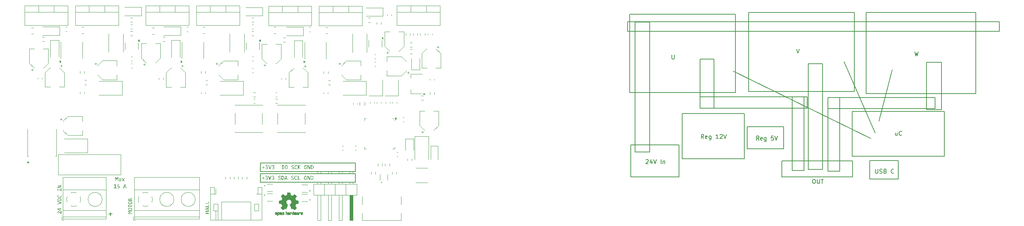
<source format=gbr>
%TF.GenerationSoftware,KiCad,Pcbnew,8.0.5-8.0.5-0~ubuntu24.04.1*%
%TF.CreationDate,2024-10-01T16:14:09+02:00*%
%TF.ProjectId,TFG-Brushless-ESC,5446472d-4272-4757-9368-6c6573732d45,rev?*%
%TF.SameCoordinates,Original*%
%TF.FileFunction,Legend,Top*%
%TF.FilePolarity,Positive*%
%FSLAX46Y46*%
G04 Gerber Fmt 4.6, Leading zero omitted, Abs format (unit mm)*
G04 Created by KiCad (PCBNEW 8.0.5-8.0.5-0~ubuntu24.04.1) date 2024-10-01 16:14:09*
%MOMM*%
%LPD*%
G01*
G04 APERTURE LIST*
%ADD10C,0.150000*%
%ADD11C,0.120000*%
%ADD12C,0.100000*%
%ADD13C,0.010000*%
G04 APERTURE END LIST*
D10*
G36*
X67362497Y-157178000D02*
G01*
X67243062Y-157178000D01*
X67225233Y-156618683D01*
X67217661Y-156407658D01*
X67175651Y-156530512D01*
X67043027Y-156881000D01*
X66958519Y-156881000D01*
X66832246Y-156543945D01*
X66790236Y-156407658D01*
X66787549Y-156628209D01*
X66771674Y-157178000D01*
X66656391Y-157178000D01*
X66700355Y-156287002D01*
X66845191Y-156287002D01*
X66966091Y-156618683D01*
X67005414Y-156730547D01*
X67043027Y-156618683D01*
X67170278Y-156287002D01*
X67319266Y-156287002D01*
X67362497Y-157178000D01*
G37*
G36*
X67834677Y-156477245D02*
G01*
X67885449Y-156486014D01*
X67894946Y-156488502D01*
X67941353Y-156505843D01*
X67979943Y-156530512D01*
X68013860Y-156566747D01*
X68033188Y-156601342D01*
X68047672Y-156650839D01*
X68051750Y-156701726D01*
X68051750Y-157178000D01*
X67944528Y-157178000D01*
X67941841Y-157085676D01*
X67902850Y-157121216D01*
X67859854Y-157151430D01*
X67827291Y-157168230D01*
X67779251Y-157184676D01*
X67729196Y-157192738D01*
X67705414Y-157193631D01*
X67653758Y-157190304D01*
X67604298Y-157178488D01*
X67559867Y-157156545D01*
X67535421Y-157136967D01*
X67504955Y-157096089D01*
X67495609Y-157074685D01*
X67484410Y-157025037D01*
X67482909Y-156997016D01*
X67483484Y-156991154D01*
X67609427Y-156991154D01*
X67615533Y-157029256D01*
X67635316Y-157061496D01*
X67671220Y-157083966D01*
X67720808Y-157091995D01*
X67724709Y-157092026D01*
X67774933Y-157084143D01*
X67819231Y-157067113D01*
X67863460Y-157041876D01*
X67906004Y-157010066D01*
X67931583Y-156987734D01*
X67931583Y-156865369D01*
X67779664Y-156865369D01*
X67728659Y-156868899D01*
X67702727Y-156874406D01*
X67657915Y-156893853D01*
X67649727Y-156899807D01*
X67619196Y-156939374D01*
X67609465Y-156987574D01*
X67609427Y-156991154D01*
X67483484Y-156991154D01*
X67487733Y-156947831D01*
X67504691Y-156899286D01*
X67533860Y-156857929D01*
X67560090Y-156834350D01*
X67603412Y-156808597D01*
X67655955Y-156790203D01*
X67709493Y-156780143D01*
X67761002Y-156776005D01*
X67788701Y-156775487D01*
X67931583Y-156775487D01*
X67931583Y-156713694D01*
X67924056Y-156663799D01*
X67899287Y-156621026D01*
X67892260Y-156613799D01*
X67850165Y-156588086D01*
X67801507Y-156577507D01*
X67772825Y-156576185D01*
X67722075Y-156578523D01*
X67671979Y-156585535D01*
X67657787Y-156588397D01*
X67607457Y-156601046D01*
X67559384Y-156616308D01*
X67540550Y-156623080D01*
X67540550Y-156513659D01*
X67587648Y-156500135D01*
X67591108Y-156499249D01*
X67640181Y-156488513D01*
X67649727Y-156486792D01*
X67699833Y-156479506D01*
X67714451Y-156478000D01*
X67765284Y-156474794D01*
X67782351Y-156474580D01*
X67834677Y-156477245D01*
G37*
G36*
X68891946Y-157178000D02*
G01*
X68733432Y-157178000D01*
X68547075Y-156914950D01*
X68363160Y-157178000D01*
X68208554Y-157178000D01*
X68475756Y-156832640D01*
X68221011Y-156490212D01*
X68374151Y-156490212D01*
X68555379Y-156755459D01*
X68733432Y-156490212D01*
X68880955Y-156490212D01*
X68622057Y-156835571D01*
X68891946Y-157178000D01*
G37*
G36*
X66923104Y-158858000D02*
G01*
X66359148Y-158858000D01*
X66359148Y-158744671D01*
X66589957Y-158744671D01*
X66589957Y-158084238D01*
X66375023Y-158217106D01*
X66331060Y-158115501D01*
X66616824Y-157967002D01*
X66722581Y-157967002D01*
X66722581Y-158744671D01*
X66923104Y-158744671D01*
X66923104Y-158858000D01*
G37*
G36*
X67676838Y-158577609D02*
G01*
X67672081Y-158629295D01*
X67657812Y-158677192D01*
X67648017Y-158698020D01*
X67621013Y-158739577D01*
X67586833Y-158776134D01*
X67568638Y-158791321D01*
X67524695Y-158820053D01*
X67478693Y-158841565D01*
X67449448Y-158851893D01*
X67400964Y-158864269D01*
X67349884Y-158871508D01*
X67301192Y-158873631D01*
X67258206Y-158872654D01*
X67212532Y-158869967D01*
X67168080Y-158866548D01*
X67129490Y-158861907D01*
X67129490Y-158752487D01*
X67179998Y-158760940D01*
X67214242Y-158764454D01*
X67265191Y-158767313D01*
X67310718Y-158768118D01*
X67359823Y-158765327D01*
X67409636Y-158755418D01*
X67457193Y-158736257D01*
X67484375Y-158718781D01*
X67518776Y-158683053D01*
X67531758Y-158660896D01*
X67546404Y-158612760D01*
X67548366Y-158584692D01*
X67541266Y-158533582D01*
X67517327Y-158489939D01*
X67488282Y-158465501D01*
X67440770Y-158444226D01*
X67392665Y-158433387D01*
X67342931Y-158428716D01*
X67315603Y-158428132D01*
X67145121Y-158428132D01*
X67145121Y-157967002D01*
X67628722Y-157967002D01*
X67628722Y-158072515D01*
X67257961Y-158072515D01*
X67257961Y-158326527D01*
X67336119Y-158326527D01*
X67388103Y-158328422D01*
X67438878Y-158334105D01*
X67461904Y-158338006D01*
X67509299Y-158350236D01*
X67555381Y-158369897D01*
X67570592Y-158378551D01*
X67611340Y-158409917D01*
X67643822Y-158449978D01*
X67647529Y-158455976D01*
X67667564Y-158503059D01*
X67676122Y-158555319D01*
X67676838Y-158577609D01*
G37*
G36*
X69311555Y-158858000D02*
G01*
X69178199Y-158858000D01*
X69115672Y-158670421D01*
X68741981Y-158670421D01*
X68678722Y-158858000D01*
X68551716Y-158858000D01*
X68651123Y-158561000D01*
X68777152Y-158561000D01*
X69080746Y-158561000D01*
X68928827Y-158079842D01*
X68777152Y-158561000D01*
X68651123Y-158561000D01*
X68849936Y-157967002D01*
X69017487Y-157967002D01*
X69311555Y-158858000D01*
G37*
X245491000Y-152273000D02*
X252222000Y-152273000D01*
X252222000Y-156718000D01*
X245491000Y-156718000D01*
X245491000Y-152273000D01*
X224663000Y-152400000D02*
X241427000Y-152400000D01*
X241427000Y-156210000D01*
X224663000Y-156210000D01*
X224663000Y-152400000D01*
X247650000Y-142875000D02*
X250825000Y-130683000D01*
X244602000Y-117094000D02*
X270637000Y-117094000D01*
X270637000Y-136398000D01*
X244602000Y-136398000D01*
X244602000Y-117094000D01*
X205232000Y-137160000D02*
X230632000Y-137160000D01*
X230632000Y-139827000D01*
X205232000Y-139827000D01*
X205232000Y-137160000D01*
X235585000Y-137287000D02*
X260985000Y-137287000D01*
X260985000Y-139954000D01*
X235585000Y-139954000D01*
X235585000Y-137287000D01*
X230886000Y-129286000D02*
X234315000Y-129286000D01*
X234315000Y-154432000D01*
X230886000Y-154432000D01*
X230886000Y-129286000D01*
X246761000Y-145669000D02*
X239395000Y-128778000D01*
X216408000Y-144272000D02*
X225044000Y-144272000D01*
X225044000Y-149479000D01*
X216408000Y-149479000D01*
X216408000Y-144272000D01*
X188595000Y-117475000D02*
X213614000Y-117475000D01*
X213614000Y-136144000D01*
X188595000Y-136144000D01*
X188595000Y-117475000D01*
X227076000Y-137160000D02*
X229870000Y-137160000D01*
X229870000Y-154686000D01*
X227076000Y-154686000D01*
X227076000Y-137160000D01*
X101026000Y-152878000D02*
X123576000Y-152878000D01*
X123576000Y-154878000D01*
X101026000Y-154878000D01*
X101026000Y-152878000D01*
X245745000Y-147066000D02*
X213106000Y-131064000D01*
X205232000Y-128143000D02*
X208534000Y-128143000D01*
X208534000Y-139827000D01*
X205232000Y-139827000D01*
X205232000Y-128143000D01*
X188087000Y-119253000D02*
X276225000Y-119253000D01*
X276225000Y-121539000D01*
X188087000Y-121539000D01*
X188087000Y-119253000D01*
X101013500Y-155403000D02*
X123563500Y-155403000D01*
X123563500Y-157403000D01*
X101013500Y-157403000D01*
X101013500Y-155403000D01*
X235585000Y-137287000D02*
X238379000Y-137287000D01*
X238379000Y-154813000D01*
X235585000Y-154813000D01*
X235585000Y-137287000D01*
X188849000Y-148590000D02*
X200279000Y-148590000D01*
X200279000Y-156210000D01*
X188849000Y-156210000D01*
X188849000Y-148590000D01*
X258953000Y-128905000D02*
X262509000Y-128905000D01*
X262509000Y-140208000D01*
X258953000Y-140208000D01*
X258953000Y-128905000D01*
X216789000Y-117094000D02*
X241808000Y-117094000D01*
X241808000Y-135890000D01*
X216789000Y-135890000D01*
X216789000Y-117094000D01*
X241300000Y-140589000D02*
X263144000Y-140589000D01*
X263144000Y-151257000D01*
X241300000Y-151257000D01*
X241300000Y-140589000D01*
X189865000Y-119380000D02*
X193294000Y-119380000D01*
X193294000Y-150241000D01*
X189865000Y-150241000D01*
X189865000Y-119380000D01*
X201041000Y-141097000D02*
X215773000Y-141097000D01*
X215773000Y-151892000D01*
X201041000Y-151892000D01*
X201041000Y-141097000D01*
G36*
X102066875Y-156504737D02*
G01*
X101796743Y-156504737D01*
X101796743Y-156786105D01*
X101678773Y-156786105D01*
X101678773Y-156504737D01*
X101408641Y-156504737D01*
X101408641Y-156399224D01*
X101678773Y-156399224D01*
X101678773Y-156117856D01*
X101796743Y-156117856D01*
X101796743Y-156399224D01*
X102066875Y-156399224D01*
X102066875Y-156504737D01*
G37*
G36*
X102795207Y-156566042D02*
G01*
X102790579Y-156615977D01*
X102776695Y-156663201D01*
X102771027Y-156676196D01*
X102745455Y-156718644D01*
X102710627Y-156756231D01*
X102698976Y-156766077D01*
X102655810Y-156794573D01*
X102608738Y-156816154D01*
X102578076Y-156826649D01*
X102530224Y-156838241D01*
X102477650Y-156845540D01*
X102426295Y-156848438D01*
X102408327Y-156848631D01*
X102357524Y-156847532D01*
X102312095Y-156844235D01*
X102263523Y-156838153D01*
X102232472Y-156833000D01*
X102232472Y-156727487D01*
X102282026Y-156734923D01*
X102322598Y-156739210D01*
X102373494Y-156742259D01*
X102419318Y-156743118D01*
X102470824Y-156741183D01*
X102522140Y-156734142D01*
X102534356Y-156731394D01*
X102582570Y-156714685D01*
X102612270Y-156697200D01*
X102647226Y-156660330D01*
X102656233Y-156643223D01*
X102668796Y-156595755D01*
X102670155Y-156571660D01*
X102660813Y-156522429D01*
X102653547Y-156508401D01*
X102619629Y-156471556D01*
X102607140Y-156463216D01*
X102560627Y-156442415D01*
X102535822Y-156435861D01*
X102486560Y-156428356D01*
X102444719Y-156426579D01*
X102342381Y-156426579D01*
X102342381Y-156328882D01*
X102446184Y-156328882D01*
X102496243Y-156324254D01*
X102519946Y-156318136D01*
X102564642Y-156296795D01*
X102577099Y-156287361D01*
X102608342Y-156248689D01*
X102613491Y-156238024D01*
X102625398Y-156189297D01*
X102626191Y-156171101D01*
X102620009Y-156122077D01*
X102594893Y-156076446D01*
X102582228Y-156065100D01*
X102535859Y-156042393D01*
X102483537Y-156033051D01*
X102453023Y-156031883D01*
X102403996Y-156034089D01*
X102359478Y-156039699D01*
X102309836Y-156049468D01*
X102260080Y-156062177D01*
X102256652Y-156063146D01*
X102256652Y-155957633D01*
X102304588Y-155944812D01*
X102306233Y-155944444D01*
X102354286Y-155935424D01*
X102359234Y-155934674D01*
X102408478Y-155928850D01*
X102411746Y-155928568D01*
X102460547Y-155926372D01*
X102462060Y-155926370D01*
X102513145Y-155928568D01*
X102563061Y-155935911D01*
X102587601Y-155942002D01*
X102634692Y-155959608D01*
X102678459Y-155986698D01*
X102713759Y-156023337D01*
X102733414Y-156057284D01*
X102747898Y-156104365D01*
X102751976Y-156150829D01*
X102747301Y-156201283D01*
X102731536Y-156249609D01*
X102712409Y-156281255D01*
X102678646Y-156317651D01*
X102636709Y-156348071D01*
X102604210Y-156365030D01*
X102651772Y-156377613D01*
X102673086Y-156386768D01*
X102714915Y-156412243D01*
X102734391Y-156428778D01*
X102766820Y-156468207D01*
X102778355Y-156489106D01*
X102793216Y-156537887D01*
X102795207Y-156566042D01*
G37*
G36*
X103659583Y-155942002D02*
G01*
X103354524Y-156833000D01*
X103189660Y-156833000D01*
X102891439Y-155942002D01*
X103029681Y-155942002D01*
X103223365Y-156542595D01*
X103278320Y-156718450D01*
X103334496Y-156542595D01*
X103528913Y-155942002D01*
X103659583Y-155942002D01*
G37*
G36*
X104332960Y-156566042D02*
G01*
X104328332Y-156615977D01*
X104314448Y-156663201D01*
X104308780Y-156676196D01*
X104283208Y-156718644D01*
X104248380Y-156756231D01*
X104236729Y-156766077D01*
X104193563Y-156794573D01*
X104146491Y-156816154D01*
X104115829Y-156826649D01*
X104067977Y-156838241D01*
X104015403Y-156845540D01*
X103964048Y-156848438D01*
X103946080Y-156848631D01*
X103895277Y-156847532D01*
X103849848Y-156844235D01*
X103801276Y-156838153D01*
X103770225Y-156833000D01*
X103770225Y-156727487D01*
X103819779Y-156734923D01*
X103860351Y-156739210D01*
X103911247Y-156742259D01*
X103957071Y-156743118D01*
X104008577Y-156741183D01*
X104059893Y-156734142D01*
X104072109Y-156731394D01*
X104120323Y-156714685D01*
X104150023Y-156697200D01*
X104184979Y-156660330D01*
X104193986Y-156643223D01*
X104206549Y-156595755D01*
X104207908Y-156571660D01*
X104198566Y-156522429D01*
X104191300Y-156508401D01*
X104157382Y-156471556D01*
X104144893Y-156463216D01*
X104098380Y-156442415D01*
X104073575Y-156435861D01*
X104024313Y-156428356D01*
X103982472Y-156426579D01*
X103880134Y-156426579D01*
X103880134Y-156328882D01*
X103983937Y-156328882D01*
X104033996Y-156324254D01*
X104057699Y-156318136D01*
X104102395Y-156296795D01*
X104114852Y-156287361D01*
X104146095Y-156248689D01*
X104151244Y-156238024D01*
X104163151Y-156189297D01*
X104163944Y-156171101D01*
X104157762Y-156122077D01*
X104132646Y-156076446D01*
X104119981Y-156065100D01*
X104073612Y-156042393D01*
X104021290Y-156033051D01*
X103990776Y-156031883D01*
X103941749Y-156034089D01*
X103897231Y-156039699D01*
X103847589Y-156049468D01*
X103797833Y-156062177D01*
X103794405Y-156063146D01*
X103794405Y-155957633D01*
X103842341Y-155944812D01*
X103843986Y-155944444D01*
X103892039Y-155935424D01*
X103896987Y-155934674D01*
X103946231Y-155928850D01*
X103949499Y-155928568D01*
X103998300Y-155926372D01*
X103999813Y-155926370D01*
X104050898Y-155928568D01*
X104100814Y-155935911D01*
X104125354Y-155942002D01*
X104172445Y-155959608D01*
X104216212Y-155986698D01*
X104251512Y-156023337D01*
X104271167Y-156057284D01*
X104285651Y-156104365D01*
X104289729Y-156150829D01*
X104285054Y-156201283D01*
X104269289Y-156249609D01*
X104250162Y-156281255D01*
X104216399Y-156317651D01*
X104174462Y-156348071D01*
X104141963Y-156365030D01*
X104189525Y-156377613D01*
X104210839Y-156386768D01*
X104252668Y-156412243D01*
X104272144Y-156428778D01*
X104304573Y-156468207D01*
X104316108Y-156489106D01*
X104330969Y-156537887D01*
X104332960Y-156566042D01*
G37*
G36*
X105880239Y-156593153D02*
G01*
X105875926Y-156642526D01*
X105861634Y-156689837D01*
X105854105Y-156705260D01*
X105825096Y-156746652D01*
X105787072Y-156781066D01*
X105781321Y-156785128D01*
X105736855Y-156810039D01*
X105689035Y-156827645D01*
X105668969Y-156833000D01*
X105617953Y-156842525D01*
X105567808Y-156847395D01*
X105524377Y-156848631D01*
X105475461Y-156847246D01*
X105453302Y-156845700D01*
X105403781Y-156841081D01*
X105385159Y-156838861D01*
X105336638Y-156831628D01*
X105323854Y-156829336D01*
X105276029Y-156818552D01*
X105271586Y-156817368D01*
X105271586Y-156697933D01*
X105319110Y-156713227D01*
X105367593Y-156724582D01*
X105387357Y-156728219D01*
X105438007Y-156734917D01*
X105488781Y-156738341D01*
X105533414Y-156739210D01*
X105584963Y-156737225D01*
X105634042Y-156730173D01*
X105682017Y-156714310D01*
X105701942Y-156703062D01*
X105736434Y-156666998D01*
X105740532Y-156659099D01*
X105752208Y-156610193D01*
X105752500Y-156599992D01*
X105741097Y-156551449D01*
X105732228Y-156537954D01*
X105696525Y-156503640D01*
X105678983Y-156491792D01*
X105634141Y-156467883D01*
X105603756Y-156454912D01*
X105558379Y-156436730D01*
X105517538Y-156420229D01*
X105471309Y-156400267D01*
X105431321Y-156381394D01*
X105386721Y-156355368D01*
X105356094Y-156331813D01*
X105321416Y-156294434D01*
X105302849Y-156264891D01*
X105286457Y-156217114D01*
X105282577Y-156173544D01*
X105288682Y-156122273D01*
X105301872Y-156082930D01*
X105328370Y-156038266D01*
X105361711Y-156003551D01*
X105404766Y-155973988D01*
X105450242Y-155953141D01*
X105465759Y-155947619D01*
X105516821Y-155934670D01*
X105569662Y-155928051D01*
X105617189Y-155926370D01*
X105666282Y-155928568D01*
X105716385Y-155933949D01*
X105719771Y-155934430D01*
X105768308Y-155942073D01*
X105773260Y-155942979D01*
X105821174Y-155952657D01*
X105822598Y-155952993D01*
X105822598Y-156062658D01*
X105772909Y-156050071D01*
X105723221Y-156040704D01*
X105716596Y-156039699D01*
X105667888Y-156034089D01*
X105617590Y-156031891D01*
X105614503Y-156031883D01*
X105565349Y-156034081D01*
X105513695Y-156043011D01*
X105466068Y-156062795D01*
X105459653Y-156067054D01*
X105425926Y-156102410D01*
X105410749Y-156150460D01*
X105410316Y-156161332D01*
X105421719Y-156210150D01*
X105430588Y-156223858D01*
X105466290Y-156258523D01*
X105483833Y-156270508D01*
X105528674Y-156294723D01*
X105559060Y-156307877D01*
X105604437Y-156326059D01*
X105645277Y-156342560D01*
X105691506Y-156362538D01*
X105731495Y-156381883D01*
X105773770Y-156406666D01*
X105806722Y-156432197D01*
X105841399Y-156470328D01*
X105859967Y-156500585D01*
X105876359Y-156549108D01*
X105880239Y-156593153D01*
G37*
G36*
X106321441Y-155943681D02*
G01*
X106380367Y-155950502D01*
X106434069Y-155962571D01*
X106482548Y-155979888D01*
X106533827Y-156007594D01*
X106577585Y-156042857D01*
X106584147Y-156049468D01*
X106619341Y-156093678D01*
X106643107Y-156136633D01*
X106661816Y-156185145D01*
X106675469Y-156239215D01*
X106684065Y-156298842D01*
X106687301Y-156350545D01*
X106687706Y-156377731D01*
X106686053Y-156428837D01*
X106681095Y-156478170D01*
X106677692Y-156500341D01*
X106666639Y-156550089D01*
X106651004Y-156596752D01*
X106645696Y-156609517D01*
X106622190Y-156654701D01*
X106592888Y-156695913D01*
X106588543Y-156701108D01*
X106552311Y-156737176D01*
X106512200Y-156766094D01*
X106502814Y-156771695D01*
X106458796Y-156793332D01*
X106409296Y-156810615D01*
X106384600Y-156817124D01*
X106336201Y-156826162D01*
X106283357Y-156831449D01*
X106231460Y-156833000D01*
X106039241Y-156833000D01*
X106039241Y-156727487D01*
X106161362Y-156727487D01*
X106252709Y-156727487D01*
X106307489Y-156724483D01*
X106356880Y-156715474D01*
X106414353Y-156694118D01*
X106462248Y-156662084D01*
X106500563Y-156619372D01*
X106529300Y-156565982D01*
X106544566Y-156518932D01*
X106554445Y-156465876D01*
X106558935Y-156406813D01*
X106559234Y-156385791D01*
X106557804Y-156334803D01*
X106552862Y-156283589D01*
X106543349Y-156233864D01*
X106541160Y-156225568D01*
X106523610Y-156176576D01*
X106497857Y-156133192D01*
X106486938Y-156120055D01*
X106448742Y-156087157D01*
X106402388Y-156064027D01*
X106395591Y-156061681D01*
X106347796Y-156049978D01*
X106298097Y-156044471D01*
X106266631Y-156043607D01*
X106161362Y-156043607D01*
X106161362Y-156727487D01*
X106039241Y-156727487D01*
X106039241Y-155942002D01*
X106270539Y-155942002D01*
X106321441Y-155943681D01*
G37*
G36*
X107499813Y-156833000D02*
G01*
X107366457Y-156833000D01*
X107303930Y-156645421D01*
X106930239Y-156645421D01*
X106866980Y-156833000D01*
X106739974Y-156833000D01*
X106839381Y-156536000D01*
X106965410Y-156536000D01*
X107269004Y-156536000D01*
X107117085Y-156054842D01*
X106965410Y-156536000D01*
X106839381Y-156536000D01*
X107038194Y-155942002D01*
X107205745Y-155942002D01*
X107499813Y-156833000D01*
G37*
G36*
X108955745Y-156593153D02*
G01*
X108951432Y-156642526D01*
X108937140Y-156689837D01*
X108929611Y-156705260D01*
X108900602Y-156746652D01*
X108862578Y-156781066D01*
X108856826Y-156785128D01*
X108812361Y-156810039D01*
X108764541Y-156827645D01*
X108744475Y-156833000D01*
X108693459Y-156842525D01*
X108643314Y-156847395D01*
X108599883Y-156848631D01*
X108550967Y-156847246D01*
X108528808Y-156845700D01*
X108479287Y-156841081D01*
X108460665Y-156838861D01*
X108412144Y-156831628D01*
X108399360Y-156829336D01*
X108351535Y-156818552D01*
X108347092Y-156817368D01*
X108347092Y-156697933D01*
X108394616Y-156713227D01*
X108443099Y-156724582D01*
X108462863Y-156728219D01*
X108513513Y-156734917D01*
X108564286Y-156738341D01*
X108608920Y-156739210D01*
X108660469Y-156737225D01*
X108709548Y-156730173D01*
X108757523Y-156714310D01*
X108777448Y-156703062D01*
X108811940Y-156666998D01*
X108816038Y-156659099D01*
X108827714Y-156610193D01*
X108828006Y-156599992D01*
X108816603Y-156551449D01*
X108807734Y-156537954D01*
X108772031Y-156503640D01*
X108754489Y-156491792D01*
X108709647Y-156467883D01*
X108679262Y-156454912D01*
X108633884Y-156436730D01*
X108593044Y-156420229D01*
X108546815Y-156400267D01*
X108506826Y-156381394D01*
X108462227Y-156355368D01*
X108431600Y-156331813D01*
X108396922Y-156294434D01*
X108378355Y-156264891D01*
X108361963Y-156217114D01*
X108358083Y-156173544D01*
X108364188Y-156122273D01*
X108377378Y-156082930D01*
X108403876Y-156038266D01*
X108437217Y-156003551D01*
X108480272Y-155973988D01*
X108525748Y-155953141D01*
X108541265Y-155947619D01*
X108592327Y-155934670D01*
X108645168Y-155928051D01*
X108692695Y-155926370D01*
X108741788Y-155928568D01*
X108791891Y-155933949D01*
X108795277Y-155934430D01*
X108843814Y-155942073D01*
X108848766Y-155942979D01*
X108896680Y-155952657D01*
X108898103Y-155952993D01*
X108898103Y-156062658D01*
X108848415Y-156050071D01*
X108798727Y-156040704D01*
X108792102Y-156039699D01*
X108743394Y-156034089D01*
X108693095Y-156031891D01*
X108690009Y-156031883D01*
X108640855Y-156034081D01*
X108589201Y-156043011D01*
X108541574Y-156062795D01*
X108535159Y-156067054D01*
X108501432Y-156102410D01*
X108486255Y-156150460D01*
X108485822Y-156161332D01*
X108497225Y-156210150D01*
X108506094Y-156223858D01*
X108541796Y-156258523D01*
X108559339Y-156270508D01*
X108604180Y-156294723D01*
X108634565Y-156307877D01*
X108679943Y-156326059D01*
X108720783Y-156342560D01*
X108767012Y-156362538D01*
X108807001Y-156381883D01*
X108849276Y-156406666D01*
X108882228Y-156432197D01*
X108916905Y-156470328D01*
X108935473Y-156500585D01*
X108951865Y-156549108D01*
X108955745Y-156593153D01*
G37*
G36*
X109723156Y-156809552D02*
G01*
X109675530Y-156824779D01*
X109626898Y-156836266D01*
X109577262Y-156844013D01*
X109526620Y-156848020D01*
X109497231Y-156848631D01*
X109439926Y-156845852D01*
X109386926Y-156837516D01*
X109338231Y-156823622D01*
X109285481Y-156799614D01*
X109238929Y-156767603D01*
X109204872Y-156734814D01*
X109170260Y-156688203D01*
X109146886Y-156643496D01*
X109128486Y-156593458D01*
X109115058Y-156538090D01*
X109106604Y-156477391D01*
X109103421Y-156424993D01*
X109103023Y-156397515D01*
X109104779Y-156344712D01*
X109110045Y-156294505D01*
X109120167Y-156241124D01*
X109131111Y-156201876D01*
X109148823Y-156154797D01*
X109172990Y-156107428D01*
X109201879Y-156065258D01*
X109211467Y-156053621D01*
X109246257Y-156018201D01*
X109285293Y-155988267D01*
X109328575Y-155963818D01*
X109337741Y-155959587D01*
X109385888Y-155942070D01*
X109437518Y-155931041D01*
X109486962Y-155926662D01*
X109504070Y-155926370D01*
X109553381Y-155928426D01*
X109603149Y-155935238D01*
X109620085Y-155938826D01*
X109669494Y-155953456D01*
X109716972Y-155973989D01*
X109723156Y-155977173D01*
X109723156Y-156098317D01*
X109679926Y-156074408D01*
X109632052Y-156055016D01*
X109622284Y-156051911D01*
X109571189Y-156040340D01*
X109519725Y-156035933D01*
X109508222Y-156035791D01*
X109458799Y-156039701D01*
X109409993Y-156052657D01*
X109393672Y-156059482D01*
X109349197Y-156086416D01*
X109313787Y-156120076D01*
X109306966Y-156128359D01*
X109278896Y-156171682D01*
X109258441Y-156218693D01*
X109252011Y-156238512D01*
X109240253Y-156289815D01*
X109234242Y-156341368D01*
X109232716Y-156386768D01*
X109234445Y-156439318D01*
X109241086Y-156496837D01*
X109252706Y-156548312D01*
X109272558Y-156600725D01*
X109299189Y-156644910D01*
X109303547Y-156650550D01*
X109343068Y-156689339D01*
X109390802Y-156717045D01*
X109439307Y-156732197D01*
X109494099Y-156738864D01*
X109510909Y-156739210D01*
X109560577Y-156736873D01*
X109611614Y-156729181D01*
X109621551Y-156726998D01*
X109670273Y-156713174D01*
X109717063Y-156695056D01*
X109723156Y-156692316D01*
X109723156Y-156809552D01*
G37*
G36*
X110485193Y-156833000D02*
G01*
X109968620Y-156833000D01*
X109968620Y-155942002D01*
X110092939Y-155942002D01*
X110092939Y-156727487D01*
X110485193Y-156727487D01*
X110485193Y-156833000D01*
G37*
G36*
X112037357Y-156098317D02*
G01*
X111992985Y-156074815D01*
X111947491Y-156056456D01*
X111934286Y-156052155D01*
X111886254Y-156040969D01*
X111834483Y-156036047D01*
X111819004Y-156035791D01*
X111767713Y-156039363D01*
X111717109Y-156051295D01*
X111691997Y-156061192D01*
X111646637Y-156087439D01*
X111608008Y-156121726D01*
X111598208Y-156133000D01*
X111570193Y-156173650D01*
X111548063Y-156220589D01*
X111539834Y-156244374D01*
X111527481Y-156295058D01*
X111521166Y-156344959D01*
X111519562Y-156388233D01*
X111521160Y-156438007D01*
X111526609Y-156488902D01*
X111535926Y-156535756D01*
X111552444Y-156585318D01*
X111576994Y-156631480D01*
X111587461Y-156646154D01*
X111621929Y-156681623D01*
X111663784Y-156708958D01*
X111677099Y-156715274D01*
X111725098Y-156730772D01*
X111775702Y-156738065D01*
X111808013Y-156739210D01*
X111836101Y-156737989D01*
X111866387Y-156734325D01*
X111895452Y-156728464D01*
X111920609Y-156721136D01*
X111920609Y-156442211D01*
X111737182Y-156442211D01*
X111737182Y-156340606D01*
X112041509Y-156340606D01*
X112041509Y-156794898D01*
X111995684Y-156813484D01*
X111982158Y-156818101D01*
X111934439Y-156831336D01*
X111918166Y-156834953D01*
X111869440Y-156843288D01*
X111853198Y-156845212D01*
X111804164Y-156848467D01*
X111790916Y-156848631D01*
X111740551Y-156846351D01*
X111687943Y-156838471D01*
X111638866Y-156824961D01*
X111624831Y-156819810D01*
X111576688Y-156796706D01*
X111533683Y-156767021D01*
X111499046Y-156734325D01*
X111466276Y-156692079D01*
X111441393Y-156647962D01*
X111421186Y-156598408D01*
X111419422Y-156593153D01*
X111406081Y-156543511D01*
X111397106Y-156489658D01*
X111392793Y-156438252D01*
X111391823Y-156397515D01*
X111393746Y-156343644D01*
X111399517Y-156292673D01*
X111409134Y-156244603D01*
X111422598Y-156199434D01*
X111442016Y-156152237D01*
X111465376Y-156109291D01*
X111495954Y-156066558D01*
X111509548Y-156050934D01*
X111546723Y-156015762D01*
X111588335Y-155986267D01*
X111634384Y-155962448D01*
X111644126Y-155958366D01*
X111694854Y-155941493D01*
X111743201Y-155931651D01*
X111794099Y-155926870D01*
X111817538Y-155926370D01*
X111869370Y-155928708D01*
X111918865Y-155935720D01*
X111932577Y-155938582D01*
X111982848Y-155953022D01*
X112027928Y-155972310D01*
X112037357Y-155977173D01*
X112037357Y-156098317D01*
G37*
G36*
X112807699Y-156833000D02*
G01*
X112648452Y-156833000D01*
X112386624Y-156277103D01*
X112311153Y-156098317D01*
X112311153Y-156547968D01*
X112311153Y-156833000D01*
X112197092Y-156833000D01*
X112197092Y-155942002D01*
X112354384Y-155942002D01*
X112603756Y-156471520D01*
X112693637Y-156676684D01*
X112693637Y-156196503D01*
X112693637Y-155942002D01*
X112807699Y-155942002D01*
X112807699Y-156833000D01*
G37*
G36*
X113241329Y-155943681D02*
G01*
X113300255Y-155950502D01*
X113353957Y-155962571D01*
X113402436Y-155979888D01*
X113453716Y-156007594D01*
X113497473Y-156042857D01*
X113504035Y-156049468D01*
X113539229Y-156093678D01*
X113562995Y-156136633D01*
X113581704Y-156185145D01*
X113595357Y-156239215D01*
X113603953Y-156298842D01*
X113607190Y-156350545D01*
X113607594Y-156377731D01*
X113605941Y-156428837D01*
X113600983Y-156478170D01*
X113597580Y-156500341D01*
X113586527Y-156550089D01*
X113570893Y-156596752D01*
X113565584Y-156609517D01*
X113542078Y-156654701D01*
X113512776Y-156695913D01*
X113508431Y-156701108D01*
X113472199Y-156737176D01*
X113432088Y-156766094D01*
X113422702Y-156771695D01*
X113378684Y-156793332D01*
X113329184Y-156810615D01*
X113304489Y-156817124D01*
X113256089Y-156826162D01*
X113203245Y-156831449D01*
X113151348Y-156833000D01*
X112959129Y-156833000D01*
X112959129Y-156727487D01*
X113081251Y-156727487D01*
X113172598Y-156727487D01*
X113227377Y-156724483D01*
X113276768Y-156715474D01*
X113334241Y-156694118D01*
X113382136Y-156662084D01*
X113420452Y-156619372D01*
X113449188Y-156565982D01*
X113464455Y-156518932D01*
X113474333Y-156465876D01*
X113478823Y-156406813D01*
X113479122Y-156385791D01*
X113477693Y-156334803D01*
X113472751Y-156283589D01*
X113463237Y-156233864D01*
X113461048Y-156225568D01*
X113443498Y-156176576D01*
X113417746Y-156133192D01*
X113406826Y-156120055D01*
X113368630Y-156087157D01*
X113322276Y-156064027D01*
X113315480Y-156061681D01*
X113267685Y-156049978D01*
X113217985Y-156044471D01*
X113186519Y-156043607D01*
X113081251Y-156043607D01*
X113081251Y-156727487D01*
X112959129Y-156727487D01*
X112959129Y-155942002D01*
X113190427Y-155942002D01*
X113241329Y-155943681D01*
G37*
X219221207Y-147443819D02*
X218887874Y-146967628D01*
X218649779Y-147443819D02*
X218649779Y-146443819D01*
X218649779Y-146443819D02*
X219030731Y-146443819D01*
X219030731Y-146443819D02*
X219125969Y-146491438D01*
X219125969Y-146491438D02*
X219173588Y-146539057D01*
X219173588Y-146539057D02*
X219221207Y-146634295D01*
X219221207Y-146634295D02*
X219221207Y-146777152D01*
X219221207Y-146777152D02*
X219173588Y-146872390D01*
X219173588Y-146872390D02*
X219125969Y-146920009D01*
X219125969Y-146920009D02*
X219030731Y-146967628D01*
X219030731Y-146967628D02*
X218649779Y-146967628D01*
X220030731Y-147396200D02*
X219935493Y-147443819D01*
X219935493Y-147443819D02*
X219745017Y-147443819D01*
X219745017Y-147443819D02*
X219649779Y-147396200D01*
X219649779Y-147396200D02*
X219602160Y-147300961D01*
X219602160Y-147300961D02*
X219602160Y-146920009D01*
X219602160Y-146920009D02*
X219649779Y-146824771D01*
X219649779Y-146824771D02*
X219745017Y-146777152D01*
X219745017Y-146777152D02*
X219935493Y-146777152D01*
X219935493Y-146777152D02*
X220030731Y-146824771D01*
X220030731Y-146824771D02*
X220078350Y-146920009D01*
X220078350Y-146920009D02*
X220078350Y-147015247D01*
X220078350Y-147015247D02*
X219602160Y-147110485D01*
X220935493Y-146777152D02*
X220935493Y-147586676D01*
X220935493Y-147586676D02*
X220887874Y-147681914D01*
X220887874Y-147681914D02*
X220840255Y-147729533D01*
X220840255Y-147729533D02*
X220745017Y-147777152D01*
X220745017Y-147777152D02*
X220602160Y-147777152D01*
X220602160Y-147777152D02*
X220506922Y-147729533D01*
X220935493Y-147396200D02*
X220840255Y-147443819D01*
X220840255Y-147443819D02*
X220649779Y-147443819D01*
X220649779Y-147443819D02*
X220554541Y-147396200D01*
X220554541Y-147396200D02*
X220506922Y-147348580D01*
X220506922Y-147348580D02*
X220459303Y-147253342D01*
X220459303Y-147253342D02*
X220459303Y-146967628D01*
X220459303Y-146967628D02*
X220506922Y-146872390D01*
X220506922Y-146872390D02*
X220554541Y-146824771D01*
X220554541Y-146824771D02*
X220649779Y-146777152D01*
X220649779Y-146777152D02*
X220840255Y-146777152D01*
X220840255Y-146777152D02*
X220935493Y-146824771D01*
X222649779Y-146443819D02*
X222173589Y-146443819D01*
X222173589Y-146443819D02*
X222125970Y-146920009D01*
X222125970Y-146920009D02*
X222173589Y-146872390D01*
X222173589Y-146872390D02*
X222268827Y-146824771D01*
X222268827Y-146824771D02*
X222506922Y-146824771D01*
X222506922Y-146824771D02*
X222602160Y-146872390D01*
X222602160Y-146872390D02*
X222649779Y-146920009D01*
X222649779Y-146920009D02*
X222697398Y-147015247D01*
X222697398Y-147015247D02*
X222697398Y-147253342D01*
X222697398Y-147253342D02*
X222649779Y-147348580D01*
X222649779Y-147348580D02*
X222602160Y-147396200D01*
X222602160Y-147396200D02*
X222506922Y-147443819D01*
X222506922Y-147443819D02*
X222268827Y-147443819D01*
X222268827Y-147443819D02*
X222173589Y-147396200D01*
X222173589Y-147396200D02*
X222125970Y-147348580D01*
X222983113Y-146443819D02*
X223316446Y-147443819D01*
X223316446Y-147443819D02*
X223649779Y-146443819D01*
X65112779Y-165016866D02*
X65874684Y-165016866D01*
X65493731Y-165397819D02*
X65493731Y-164635914D01*
X228158922Y-125742819D02*
X228492255Y-126742819D01*
X228492255Y-126742819D02*
X228825588Y-125742819D01*
X246843779Y-154317819D02*
X246843779Y-155127342D01*
X246843779Y-155127342D02*
X246891398Y-155222580D01*
X246891398Y-155222580D02*
X246939017Y-155270200D01*
X246939017Y-155270200D02*
X247034255Y-155317819D01*
X247034255Y-155317819D02*
X247224731Y-155317819D01*
X247224731Y-155317819D02*
X247319969Y-155270200D01*
X247319969Y-155270200D02*
X247367588Y-155222580D01*
X247367588Y-155222580D02*
X247415207Y-155127342D01*
X247415207Y-155127342D02*
X247415207Y-154317819D01*
X247843779Y-155270200D02*
X247986636Y-155317819D01*
X247986636Y-155317819D02*
X248224731Y-155317819D01*
X248224731Y-155317819D02*
X248319969Y-155270200D01*
X248319969Y-155270200D02*
X248367588Y-155222580D01*
X248367588Y-155222580D02*
X248415207Y-155127342D01*
X248415207Y-155127342D02*
X248415207Y-155032104D01*
X248415207Y-155032104D02*
X248367588Y-154936866D01*
X248367588Y-154936866D02*
X248319969Y-154889247D01*
X248319969Y-154889247D02*
X248224731Y-154841628D01*
X248224731Y-154841628D02*
X248034255Y-154794009D01*
X248034255Y-154794009D02*
X247939017Y-154746390D01*
X247939017Y-154746390D02*
X247891398Y-154698771D01*
X247891398Y-154698771D02*
X247843779Y-154603533D01*
X247843779Y-154603533D02*
X247843779Y-154508295D01*
X247843779Y-154508295D02*
X247891398Y-154413057D01*
X247891398Y-154413057D02*
X247939017Y-154365438D01*
X247939017Y-154365438D02*
X248034255Y-154317819D01*
X248034255Y-154317819D02*
X248272350Y-154317819D01*
X248272350Y-154317819D02*
X248415207Y-154365438D01*
X249177112Y-154794009D02*
X249319969Y-154841628D01*
X249319969Y-154841628D02*
X249367588Y-154889247D01*
X249367588Y-154889247D02*
X249415207Y-154984485D01*
X249415207Y-154984485D02*
X249415207Y-155127342D01*
X249415207Y-155127342D02*
X249367588Y-155222580D01*
X249367588Y-155222580D02*
X249319969Y-155270200D01*
X249319969Y-155270200D02*
X249224731Y-155317819D01*
X249224731Y-155317819D02*
X248843779Y-155317819D01*
X248843779Y-155317819D02*
X248843779Y-154317819D01*
X248843779Y-154317819D02*
X249177112Y-154317819D01*
X249177112Y-154317819D02*
X249272350Y-154365438D01*
X249272350Y-154365438D02*
X249319969Y-154413057D01*
X249319969Y-154413057D02*
X249367588Y-154508295D01*
X249367588Y-154508295D02*
X249367588Y-154603533D01*
X249367588Y-154603533D02*
X249319969Y-154698771D01*
X249319969Y-154698771D02*
X249272350Y-154746390D01*
X249272350Y-154746390D02*
X249177112Y-154794009D01*
X249177112Y-154794009D02*
X248843779Y-154794009D01*
X251177112Y-155222580D02*
X251129493Y-155270200D01*
X251129493Y-155270200D02*
X250986636Y-155317819D01*
X250986636Y-155317819D02*
X250891398Y-155317819D01*
X250891398Y-155317819D02*
X250748541Y-155270200D01*
X250748541Y-155270200D02*
X250653303Y-155174961D01*
X250653303Y-155174961D02*
X250605684Y-155079723D01*
X250605684Y-155079723D02*
X250558065Y-154889247D01*
X250558065Y-154889247D02*
X250558065Y-154746390D01*
X250558065Y-154746390D02*
X250605684Y-154555914D01*
X250605684Y-154555914D02*
X250653303Y-154460676D01*
X250653303Y-154460676D02*
X250748541Y-154365438D01*
X250748541Y-154365438D02*
X250891398Y-154317819D01*
X250891398Y-154317819D02*
X250986636Y-154317819D01*
X250986636Y-154317819D02*
X251129493Y-154365438D01*
X251129493Y-154365438D02*
X251177112Y-154413057D01*
G36*
X88856000Y-164329953D02*
G01*
X88856000Y-164452319D01*
X88449579Y-164452319D01*
X88449579Y-164829430D01*
X88856000Y-164829430D01*
X88856000Y-164951796D01*
X87965002Y-164951796D01*
X87965002Y-164829430D01*
X88344066Y-164829430D01*
X88344066Y-164452319D01*
X87965002Y-164452319D01*
X87965002Y-164329953D01*
X88856000Y-164329953D01*
G37*
G36*
X88856000Y-163625801D02*
G01*
X88668421Y-163688327D01*
X88668421Y-164062019D01*
X88856000Y-164125278D01*
X88856000Y-164252284D01*
X87965002Y-163954064D01*
X87965002Y-163875173D01*
X88077842Y-163875173D01*
X88559000Y-164026848D01*
X88559000Y-163723254D01*
X88077842Y-163875173D01*
X87965002Y-163875173D01*
X87965002Y-163786513D01*
X88856000Y-163492445D01*
X88856000Y-163625801D01*
G37*
G36*
X88856000Y-162813694D02*
G01*
X88856000Y-163330267D01*
X87965002Y-163330267D01*
X87965002Y-163205948D01*
X88750487Y-163205948D01*
X88750487Y-162813694D01*
X88856000Y-162813694D01*
G37*
G36*
X88856000Y-162044817D02*
G01*
X88856000Y-162561391D01*
X87965002Y-162561391D01*
X87965002Y-162437071D01*
X88750487Y-162437071D01*
X88750487Y-162044817D01*
X88856000Y-162044817D01*
G37*
X252034850Y-145634152D02*
X252034850Y-146300819D01*
X251606279Y-145634152D02*
X251606279Y-146157961D01*
X251606279Y-146157961D02*
X251653898Y-146253200D01*
X251653898Y-146253200D02*
X251749136Y-146300819D01*
X251749136Y-146300819D02*
X251891993Y-146300819D01*
X251891993Y-146300819D02*
X251987231Y-146253200D01*
X251987231Y-146253200D02*
X252034850Y-146205580D01*
X253082469Y-146205580D02*
X253034850Y-146253200D01*
X253034850Y-146253200D02*
X252891993Y-146300819D01*
X252891993Y-146300819D02*
X252796755Y-146300819D01*
X252796755Y-146300819D02*
X252653898Y-146253200D01*
X252653898Y-146253200D02*
X252558660Y-146157961D01*
X252558660Y-146157961D02*
X252511041Y-146062723D01*
X252511041Y-146062723D02*
X252463422Y-145872247D01*
X252463422Y-145872247D02*
X252463422Y-145729390D01*
X252463422Y-145729390D02*
X252511041Y-145538914D01*
X252511041Y-145538914D02*
X252558660Y-145443676D01*
X252558660Y-145443676D02*
X252653898Y-145348438D01*
X252653898Y-145348438D02*
X252796755Y-145300819D01*
X252796755Y-145300819D02*
X252891993Y-145300819D01*
X252891993Y-145300819D02*
X253034850Y-145348438D01*
X253034850Y-145348438D02*
X253082469Y-145396057D01*
G36*
X102091875Y-153979737D02*
G01*
X101821743Y-153979737D01*
X101821743Y-154261105D01*
X101703773Y-154261105D01*
X101703773Y-153979737D01*
X101433641Y-153979737D01*
X101433641Y-153874224D01*
X101703773Y-153874224D01*
X101703773Y-153592856D01*
X101821743Y-153592856D01*
X101821743Y-153874224D01*
X102091875Y-153874224D01*
X102091875Y-153979737D01*
G37*
G36*
X102820207Y-154041042D02*
G01*
X102815579Y-154090977D01*
X102801695Y-154138201D01*
X102796027Y-154151196D01*
X102770455Y-154193644D01*
X102735627Y-154231231D01*
X102723976Y-154241077D01*
X102680810Y-154269573D01*
X102633738Y-154291154D01*
X102603076Y-154301649D01*
X102555224Y-154313241D01*
X102502650Y-154320540D01*
X102451295Y-154323438D01*
X102433327Y-154323631D01*
X102382524Y-154322532D01*
X102337095Y-154319235D01*
X102288523Y-154313153D01*
X102257472Y-154308000D01*
X102257472Y-154202487D01*
X102307026Y-154209923D01*
X102347598Y-154214210D01*
X102398494Y-154217259D01*
X102444318Y-154218118D01*
X102495824Y-154216183D01*
X102547140Y-154209142D01*
X102559356Y-154206394D01*
X102607570Y-154189685D01*
X102637270Y-154172200D01*
X102672226Y-154135330D01*
X102681233Y-154118223D01*
X102693796Y-154070755D01*
X102695155Y-154046660D01*
X102685813Y-153997429D01*
X102678547Y-153983401D01*
X102644629Y-153946556D01*
X102632140Y-153938216D01*
X102585627Y-153917415D01*
X102560822Y-153910861D01*
X102511560Y-153903356D01*
X102469719Y-153901579D01*
X102367381Y-153901579D01*
X102367381Y-153803882D01*
X102471184Y-153803882D01*
X102521243Y-153799254D01*
X102544946Y-153793136D01*
X102589642Y-153771795D01*
X102602099Y-153762361D01*
X102633342Y-153723689D01*
X102638491Y-153713024D01*
X102650398Y-153664297D01*
X102651191Y-153646101D01*
X102645009Y-153597077D01*
X102619893Y-153551446D01*
X102607228Y-153540100D01*
X102560859Y-153517393D01*
X102508537Y-153508051D01*
X102478023Y-153506883D01*
X102428996Y-153509089D01*
X102384478Y-153514699D01*
X102334836Y-153524468D01*
X102285080Y-153537177D01*
X102281652Y-153538146D01*
X102281652Y-153432633D01*
X102329588Y-153419812D01*
X102331233Y-153419444D01*
X102379286Y-153410424D01*
X102384234Y-153409674D01*
X102433478Y-153403850D01*
X102436746Y-153403568D01*
X102485547Y-153401372D01*
X102487060Y-153401370D01*
X102538145Y-153403568D01*
X102588061Y-153410911D01*
X102612601Y-153417002D01*
X102659692Y-153434608D01*
X102703459Y-153461698D01*
X102738759Y-153498337D01*
X102758414Y-153532284D01*
X102772898Y-153579365D01*
X102776976Y-153625829D01*
X102772301Y-153676283D01*
X102756536Y-153724609D01*
X102737409Y-153756255D01*
X102703646Y-153792651D01*
X102661709Y-153823071D01*
X102629210Y-153840030D01*
X102676772Y-153852613D01*
X102698086Y-153861768D01*
X102739915Y-153887243D01*
X102759391Y-153903778D01*
X102791820Y-153943207D01*
X102803355Y-153964106D01*
X102818216Y-154012887D01*
X102820207Y-154041042D01*
G37*
G36*
X103684583Y-153417002D02*
G01*
X103379524Y-154308000D01*
X103214660Y-154308000D01*
X102916439Y-153417002D01*
X103054681Y-153417002D01*
X103248365Y-154017595D01*
X103303320Y-154193450D01*
X103359496Y-154017595D01*
X103553913Y-153417002D01*
X103684583Y-153417002D01*
G37*
G36*
X104357960Y-154041042D02*
G01*
X104353332Y-154090977D01*
X104339448Y-154138201D01*
X104333780Y-154151196D01*
X104308208Y-154193644D01*
X104273380Y-154231231D01*
X104261729Y-154241077D01*
X104218563Y-154269573D01*
X104171491Y-154291154D01*
X104140829Y-154301649D01*
X104092977Y-154313241D01*
X104040403Y-154320540D01*
X103989048Y-154323438D01*
X103971080Y-154323631D01*
X103920277Y-154322532D01*
X103874848Y-154319235D01*
X103826276Y-154313153D01*
X103795225Y-154308000D01*
X103795225Y-154202487D01*
X103844779Y-154209923D01*
X103885351Y-154214210D01*
X103936247Y-154217259D01*
X103982071Y-154218118D01*
X104033577Y-154216183D01*
X104084893Y-154209142D01*
X104097109Y-154206394D01*
X104145323Y-154189685D01*
X104175023Y-154172200D01*
X104209979Y-154135330D01*
X104218986Y-154118223D01*
X104231549Y-154070755D01*
X104232908Y-154046660D01*
X104223566Y-153997429D01*
X104216300Y-153983401D01*
X104182382Y-153946556D01*
X104169893Y-153938216D01*
X104123380Y-153917415D01*
X104098575Y-153910861D01*
X104049313Y-153903356D01*
X104007472Y-153901579D01*
X103905134Y-153901579D01*
X103905134Y-153803882D01*
X104008937Y-153803882D01*
X104058996Y-153799254D01*
X104082699Y-153793136D01*
X104127395Y-153771795D01*
X104139852Y-153762361D01*
X104171095Y-153723689D01*
X104176244Y-153713024D01*
X104188151Y-153664297D01*
X104188944Y-153646101D01*
X104182762Y-153597077D01*
X104157646Y-153551446D01*
X104144981Y-153540100D01*
X104098612Y-153517393D01*
X104046290Y-153508051D01*
X104015776Y-153506883D01*
X103966749Y-153509089D01*
X103922231Y-153514699D01*
X103872589Y-153524468D01*
X103822833Y-153537177D01*
X103819405Y-153538146D01*
X103819405Y-153432633D01*
X103867341Y-153419812D01*
X103868986Y-153419444D01*
X103917039Y-153410424D01*
X103921987Y-153409674D01*
X103971231Y-153403850D01*
X103974499Y-153403568D01*
X104023300Y-153401372D01*
X104024813Y-153401370D01*
X104075898Y-153403568D01*
X104125814Y-153410911D01*
X104150354Y-153417002D01*
X104197445Y-153434608D01*
X104241212Y-153461698D01*
X104276512Y-153498337D01*
X104296167Y-153532284D01*
X104310651Y-153579365D01*
X104314729Y-153625829D01*
X104310054Y-153676283D01*
X104294289Y-153724609D01*
X104275162Y-153756255D01*
X104241399Y-153792651D01*
X104199462Y-153823071D01*
X104166963Y-153840030D01*
X104214525Y-153852613D01*
X104235839Y-153861768D01*
X104277668Y-153887243D01*
X104297144Y-153903778D01*
X104329573Y-153943207D01*
X104341108Y-153964106D01*
X104355969Y-154012887D01*
X104357960Y-154041042D01*
G37*
G36*
X106314101Y-153518607D02*
G01*
X106107472Y-153518607D01*
X106107472Y-153417002D01*
X106644562Y-153417002D01*
X106644562Y-153518607D01*
X106437933Y-153518607D01*
X106437933Y-154202487D01*
X106644562Y-154202487D01*
X106644562Y-154308000D01*
X106107472Y-154308000D01*
X106107472Y-154202487D01*
X106314101Y-154202487D01*
X106314101Y-153518607D01*
G37*
G36*
X107203723Y-153404471D02*
G01*
X107255764Y-153415044D01*
X107302552Y-153433122D01*
X107347672Y-153460565D01*
X107386679Y-153495633D01*
X107409286Y-153523247D01*
X107436074Y-153566607D01*
X107455919Y-153611334D01*
X107471470Y-153661117D01*
X107472789Y-153666374D01*
X107482943Y-153715590D01*
X107489774Y-153768168D01*
X107493056Y-153817727D01*
X107493794Y-153856639D01*
X107492427Y-153907955D01*
X107487515Y-153962738D01*
X107479032Y-154013399D01*
X107465218Y-154065466D01*
X107447678Y-154112511D01*
X107424427Y-154159117D01*
X107397217Y-154199761D01*
X107388281Y-154210791D01*
X107353071Y-154246620D01*
X107310184Y-154277807D01*
X107274953Y-154295787D01*
X107225345Y-154312755D01*
X107173607Y-154321891D01*
X107137933Y-154323631D01*
X107086064Y-154320578D01*
X107034023Y-154310167D01*
X106987235Y-154292368D01*
X106942149Y-154265039D01*
X106903246Y-154229949D01*
X106880745Y-154202242D01*
X106854235Y-154158576D01*
X106834543Y-154113620D01*
X106819049Y-154063655D01*
X106817730Y-154058383D01*
X106807813Y-154008873D01*
X106801141Y-153955962D01*
X106797935Y-153906075D01*
X106797214Y-153866897D01*
X106797402Y-153859814D01*
X106924464Y-153859814D01*
X106925907Y-153913078D01*
X106930236Y-153963051D01*
X106936676Y-154005627D01*
X106949095Y-154055986D01*
X106967608Y-154103457D01*
X106975511Y-154118711D01*
X107005797Y-154160599D01*
X107043899Y-154191984D01*
X107090122Y-154211585D01*
X107141109Y-154218093D01*
X107144771Y-154218118D01*
X107195497Y-154212000D01*
X107241796Y-154191987D01*
X107244422Y-154190274D01*
X107282707Y-154157241D01*
X107311834Y-154117288D01*
X107313543Y-154114315D01*
X107334554Y-154069342D01*
X107349208Y-154022056D01*
X107353599Y-154002452D01*
X107361636Y-153953038D01*
X107365964Y-153901152D01*
X107366788Y-153865187D01*
X107365345Y-153812369D01*
X107361016Y-153762726D01*
X107354576Y-153720351D01*
X107342393Y-153669794D01*
X107323773Y-153622109D01*
X107315741Y-153606778D01*
X107287348Y-153566850D01*
X107249490Y-153534671D01*
X107246865Y-153533017D01*
X107200214Y-153513416D01*
X107148494Y-153506908D01*
X107144771Y-153506883D01*
X107094275Y-153513055D01*
X107048220Y-153533243D01*
X107045609Y-153534971D01*
X107007751Y-153567822D01*
X106978914Y-153607714D01*
X106977221Y-153610686D01*
X106956497Y-153655753D01*
X106941859Y-153703293D01*
X106937409Y-153723038D01*
X106929521Y-153772383D01*
X106925273Y-153824063D01*
X106924464Y-153859814D01*
X106797402Y-153859814D01*
X106798558Y-153816152D01*
X106803385Y-153761850D01*
X106811724Y-153711486D01*
X106825302Y-153659535D01*
X106842823Y-153612510D01*
X106866007Y-153565970D01*
X106896027Y-153521719D01*
X106901994Y-153514454D01*
X106937285Y-153478486D01*
X106980064Y-153447214D01*
X107015078Y-153429214D01*
X107064538Y-153412246D01*
X107116195Y-153403110D01*
X107151854Y-153401370D01*
X107203723Y-153404471D01*
G37*
G36*
X108980745Y-154068153D02*
G01*
X108976432Y-154117526D01*
X108962140Y-154164837D01*
X108954611Y-154180260D01*
X108925602Y-154221652D01*
X108887578Y-154256066D01*
X108881826Y-154260128D01*
X108837361Y-154285039D01*
X108789541Y-154302645D01*
X108769475Y-154308000D01*
X108718459Y-154317525D01*
X108668314Y-154322395D01*
X108624883Y-154323631D01*
X108575967Y-154322246D01*
X108553808Y-154320700D01*
X108504287Y-154316081D01*
X108485665Y-154313861D01*
X108437144Y-154306628D01*
X108424360Y-154304336D01*
X108376535Y-154293552D01*
X108372092Y-154292368D01*
X108372092Y-154172933D01*
X108419616Y-154188227D01*
X108468099Y-154199582D01*
X108487863Y-154203219D01*
X108538513Y-154209917D01*
X108589286Y-154213341D01*
X108633920Y-154214210D01*
X108685469Y-154212225D01*
X108734548Y-154205173D01*
X108782523Y-154189310D01*
X108802448Y-154178062D01*
X108836940Y-154141998D01*
X108841038Y-154134099D01*
X108852714Y-154085193D01*
X108853006Y-154074992D01*
X108841603Y-154026449D01*
X108832734Y-154012954D01*
X108797031Y-153978640D01*
X108779489Y-153966792D01*
X108734647Y-153942883D01*
X108704262Y-153929912D01*
X108658884Y-153911730D01*
X108618044Y-153895229D01*
X108571815Y-153875267D01*
X108531826Y-153856394D01*
X108487227Y-153830368D01*
X108456600Y-153806813D01*
X108421922Y-153769434D01*
X108403355Y-153739891D01*
X108386963Y-153692114D01*
X108383083Y-153648544D01*
X108389188Y-153597273D01*
X108402378Y-153557930D01*
X108428876Y-153513266D01*
X108462217Y-153478551D01*
X108505272Y-153448988D01*
X108550748Y-153428141D01*
X108566265Y-153422619D01*
X108617327Y-153409670D01*
X108670168Y-153403051D01*
X108717695Y-153401370D01*
X108766788Y-153403568D01*
X108816891Y-153408949D01*
X108820277Y-153409430D01*
X108868814Y-153417073D01*
X108873766Y-153417979D01*
X108921680Y-153427657D01*
X108923103Y-153427993D01*
X108923103Y-153537658D01*
X108873415Y-153525071D01*
X108823727Y-153515704D01*
X108817102Y-153514699D01*
X108768394Y-153509089D01*
X108718095Y-153506891D01*
X108715009Y-153506883D01*
X108665855Y-153509081D01*
X108614201Y-153518011D01*
X108566574Y-153537795D01*
X108560159Y-153542054D01*
X108526432Y-153577410D01*
X108511255Y-153625460D01*
X108510822Y-153636332D01*
X108522225Y-153685150D01*
X108531094Y-153698858D01*
X108566796Y-153733523D01*
X108584339Y-153745508D01*
X108629180Y-153769723D01*
X108659565Y-153782877D01*
X108704943Y-153801059D01*
X108745783Y-153817560D01*
X108792012Y-153837538D01*
X108832001Y-153856883D01*
X108874276Y-153881666D01*
X108907228Y-153907197D01*
X108941905Y-153945328D01*
X108960473Y-153975585D01*
X108976865Y-154024108D01*
X108980745Y-154068153D01*
G37*
G36*
X109748156Y-154284552D02*
G01*
X109700530Y-154299779D01*
X109651898Y-154311266D01*
X109602262Y-154319013D01*
X109551620Y-154323020D01*
X109522231Y-154323631D01*
X109464926Y-154320852D01*
X109411926Y-154312516D01*
X109363231Y-154298622D01*
X109310481Y-154274614D01*
X109263929Y-154242603D01*
X109229872Y-154209814D01*
X109195260Y-154163203D01*
X109171886Y-154118496D01*
X109153486Y-154068458D01*
X109140058Y-154013090D01*
X109131604Y-153952391D01*
X109128421Y-153899993D01*
X109128023Y-153872515D01*
X109129779Y-153819712D01*
X109135045Y-153769505D01*
X109145167Y-153716124D01*
X109156111Y-153676876D01*
X109173823Y-153629797D01*
X109197990Y-153582428D01*
X109226879Y-153540258D01*
X109236467Y-153528621D01*
X109271257Y-153493201D01*
X109310293Y-153463267D01*
X109353575Y-153438818D01*
X109362741Y-153434587D01*
X109410888Y-153417070D01*
X109462518Y-153406041D01*
X109511962Y-153401662D01*
X109529070Y-153401370D01*
X109578381Y-153403426D01*
X109628149Y-153410238D01*
X109645085Y-153413826D01*
X109694494Y-153428456D01*
X109741972Y-153448989D01*
X109748156Y-153452173D01*
X109748156Y-153573317D01*
X109704926Y-153549408D01*
X109657052Y-153530016D01*
X109647284Y-153526911D01*
X109596189Y-153515340D01*
X109544725Y-153510933D01*
X109533222Y-153510791D01*
X109483799Y-153514701D01*
X109434993Y-153527657D01*
X109418672Y-153534482D01*
X109374197Y-153561416D01*
X109338787Y-153595076D01*
X109331966Y-153603359D01*
X109303896Y-153646682D01*
X109283441Y-153693693D01*
X109277011Y-153713512D01*
X109265253Y-153764815D01*
X109259242Y-153816368D01*
X109257716Y-153861768D01*
X109259445Y-153914318D01*
X109266086Y-153971837D01*
X109277706Y-154023312D01*
X109297558Y-154075725D01*
X109324189Y-154119910D01*
X109328547Y-154125550D01*
X109368068Y-154164339D01*
X109415802Y-154192045D01*
X109464307Y-154207197D01*
X109519099Y-154213864D01*
X109535909Y-154214210D01*
X109585577Y-154211873D01*
X109636614Y-154204181D01*
X109646551Y-154201998D01*
X109695273Y-154188174D01*
X109742063Y-154170056D01*
X109748156Y-154167316D01*
X109748156Y-154284552D01*
G37*
G36*
X110552936Y-154308000D02*
G01*
X110399063Y-154308000D01*
X110062985Y-153871049D01*
X110062985Y-154308000D01*
X109940863Y-154308000D01*
X109940863Y-153417002D01*
X110062985Y-153417002D01*
X110062985Y-153830749D01*
X110392224Y-153417002D01*
X110537060Y-153417002D01*
X110182664Y-153840274D01*
X110552936Y-154308000D01*
G37*
G36*
X112062357Y-153573317D02*
G01*
X112017985Y-153549815D01*
X111972491Y-153531456D01*
X111959286Y-153527155D01*
X111911254Y-153515969D01*
X111859483Y-153511047D01*
X111844004Y-153510791D01*
X111792713Y-153514363D01*
X111742109Y-153526295D01*
X111716997Y-153536192D01*
X111671637Y-153562439D01*
X111633008Y-153596726D01*
X111623208Y-153608000D01*
X111595193Y-153648650D01*
X111573063Y-153695589D01*
X111564834Y-153719374D01*
X111552481Y-153770058D01*
X111546166Y-153819959D01*
X111544562Y-153863233D01*
X111546160Y-153913007D01*
X111551609Y-153963902D01*
X111560926Y-154010756D01*
X111577444Y-154060318D01*
X111601994Y-154106480D01*
X111612461Y-154121154D01*
X111646929Y-154156623D01*
X111688784Y-154183958D01*
X111702099Y-154190274D01*
X111750098Y-154205772D01*
X111800702Y-154213065D01*
X111833013Y-154214210D01*
X111861101Y-154212989D01*
X111891387Y-154209325D01*
X111920452Y-154203464D01*
X111945609Y-154196136D01*
X111945609Y-153917211D01*
X111762182Y-153917211D01*
X111762182Y-153815606D01*
X112066509Y-153815606D01*
X112066509Y-154269898D01*
X112020684Y-154288484D01*
X112007158Y-154293101D01*
X111959439Y-154306336D01*
X111943166Y-154309953D01*
X111894440Y-154318288D01*
X111878198Y-154320212D01*
X111829164Y-154323467D01*
X111815916Y-154323631D01*
X111765551Y-154321351D01*
X111712943Y-154313471D01*
X111663866Y-154299961D01*
X111649831Y-154294810D01*
X111601688Y-154271706D01*
X111558683Y-154242021D01*
X111524046Y-154209325D01*
X111491276Y-154167079D01*
X111466393Y-154122962D01*
X111446186Y-154073408D01*
X111444422Y-154068153D01*
X111431081Y-154018511D01*
X111422106Y-153964658D01*
X111417793Y-153913252D01*
X111416823Y-153872515D01*
X111418746Y-153818644D01*
X111424517Y-153767673D01*
X111434134Y-153719603D01*
X111447598Y-153674434D01*
X111467016Y-153627237D01*
X111490376Y-153584291D01*
X111520954Y-153541558D01*
X111534548Y-153525934D01*
X111571723Y-153490762D01*
X111613335Y-153461267D01*
X111659384Y-153437448D01*
X111669126Y-153433366D01*
X111719854Y-153416493D01*
X111768201Y-153406651D01*
X111819099Y-153401870D01*
X111842538Y-153401370D01*
X111894370Y-153403708D01*
X111943865Y-153410720D01*
X111957577Y-153413582D01*
X112007848Y-153428022D01*
X112052928Y-153447310D01*
X112062357Y-153452173D01*
X112062357Y-153573317D01*
G37*
G36*
X112832699Y-154308000D02*
G01*
X112673452Y-154308000D01*
X112411624Y-153752103D01*
X112336153Y-153573317D01*
X112336153Y-154022968D01*
X112336153Y-154308000D01*
X112222092Y-154308000D01*
X112222092Y-153417002D01*
X112379384Y-153417002D01*
X112628756Y-153946520D01*
X112718637Y-154151684D01*
X112718637Y-153671503D01*
X112718637Y-153417002D01*
X112832699Y-153417002D01*
X112832699Y-154308000D01*
G37*
G36*
X113266329Y-153418681D02*
G01*
X113325255Y-153425502D01*
X113378957Y-153437571D01*
X113427436Y-153454888D01*
X113478716Y-153482594D01*
X113522473Y-153517857D01*
X113529035Y-153524468D01*
X113564229Y-153568678D01*
X113587995Y-153611633D01*
X113606704Y-153660145D01*
X113620357Y-153714215D01*
X113628953Y-153773842D01*
X113632190Y-153825545D01*
X113632594Y-153852731D01*
X113630941Y-153903837D01*
X113625983Y-153953170D01*
X113622580Y-153975341D01*
X113611527Y-154025089D01*
X113595893Y-154071752D01*
X113590584Y-154084517D01*
X113567078Y-154129701D01*
X113537776Y-154170913D01*
X113533431Y-154176108D01*
X113497199Y-154212176D01*
X113457088Y-154241094D01*
X113447702Y-154246695D01*
X113403684Y-154268332D01*
X113354184Y-154285615D01*
X113329489Y-154292124D01*
X113281089Y-154301162D01*
X113228245Y-154306449D01*
X113176348Y-154308000D01*
X112984129Y-154308000D01*
X112984129Y-154202487D01*
X113106251Y-154202487D01*
X113197598Y-154202487D01*
X113252377Y-154199483D01*
X113301768Y-154190474D01*
X113359241Y-154169118D01*
X113407136Y-154137084D01*
X113445452Y-154094372D01*
X113474188Y-154040982D01*
X113489455Y-153993932D01*
X113499333Y-153940876D01*
X113503823Y-153881813D01*
X113504122Y-153860791D01*
X113502693Y-153809803D01*
X113497751Y-153758589D01*
X113488237Y-153708864D01*
X113486048Y-153700568D01*
X113468498Y-153651576D01*
X113442746Y-153608192D01*
X113431826Y-153595055D01*
X113393630Y-153562157D01*
X113347276Y-153539027D01*
X113340480Y-153536681D01*
X113292685Y-153524978D01*
X113242985Y-153519471D01*
X113211519Y-153518607D01*
X113106251Y-153518607D01*
X113106251Y-154202487D01*
X112984129Y-154202487D01*
X112984129Y-153417002D01*
X113215427Y-153417002D01*
X113266329Y-153418681D01*
G37*
G36*
X70606000Y-164288188D02*
G01*
X70606000Y-164407623D01*
X70046683Y-164425452D01*
X69835658Y-164433024D01*
X69958512Y-164475034D01*
X70309000Y-164607658D01*
X70309000Y-164692166D01*
X69971945Y-164818439D01*
X69835658Y-164860449D01*
X70056209Y-164863136D01*
X70606000Y-164879011D01*
X70606000Y-164994294D01*
X69715002Y-164950330D01*
X69715002Y-164805494D01*
X70046683Y-164684594D01*
X70158547Y-164645271D01*
X70046683Y-164607658D01*
X69715002Y-164480407D01*
X69715002Y-164331419D01*
X70606000Y-164288188D01*
G37*
G36*
X70205955Y-163524831D02*
G01*
X70260738Y-163529743D01*
X70311399Y-163538226D01*
X70363466Y-163552040D01*
X70410511Y-163569580D01*
X70457117Y-163592831D01*
X70497761Y-163620041D01*
X70508791Y-163628976D01*
X70544620Y-163664187D01*
X70575807Y-163707074D01*
X70593787Y-163742305D01*
X70610755Y-163791913D01*
X70619891Y-163843651D01*
X70621631Y-163879325D01*
X70618578Y-163931194D01*
X70608167Y-163983235D01*
X70590368Y-164030023D01*
X70563039Y-164075109D01*
X70527949Y-164114012D01*
X70500242Y-164136513D01*
X70456576Y-164163023D01*
X70411620Y-164182715D01*
X70361655Y-164198209D01*
X70356383Y-164199528D01*
X70306873Y-164209445D01*
X70253962Y-164216117D01*
X70204075Y-164219323D01*
X70164897Y-164220044D01*
X70114152Y-164218700D01*
X70059850Y-164213872D01*
X70009486Y-164205534D01*
X69957535Y-164191956D01*
X69910510Y-164174435D01*
X69863970Y-164151251D01*
X69819719Y-164121231D01*
X69812454Y-164115264D01*
X69776486Y-164079973D01*
X69745214Y-164037194D01*
X69727214Y-164002180D01*
X69710246Y-163952720D01*
X69701110Y-163901063D01*
X69699716Y-163872487D01*
X69804883Y-163872487D01*
X69811055Y-163922983D01*
X69831243Y-163969038D01*
X69832971Y-163971649D01*
X69865822Y-164009507D01*
X69905714Y-164038344D01*
X69908686Y-164040037D01*
X69953753Y-164060761D01*
X70001293Y-164075399D01*
X70021038Y-164079849D01*
X70070383Y-164087737D01*
X70122063Y-164091985D01*
X70157814Y-164092794D01*
X70211078Y-164091351D01*
X70261051Y-164087021D01*
X70303627Y-164080581D01*
X70353986Y-164068163D01*
X70401457Y-164049650D01*
X70416711Y-164041747D01*
X70458599Y-164011461D01*
X70489984Y-163973359D01*
X70509585Y-163927136D01*
X70516093Y-163876149D01*
X70516118Y-163872487D01*
X70510000Y-163821761D01*
X70489987Y-163775462D01*
X70488274Y-163772836D01*
X70455241Y-163734550D01*
X70415288Y-163705424D01*
X70412315Y-163703715D01*
X70367342Y-163682704D01*
X70320056Y-163668050D01*
X70300452Y-163663659D01*
X70251038Y-163655622D01*
X70199152Y-163651294D01*
X70163187Y-163650470D01*
X70110369Y-163651913D01*
X70060726Y-163656242D01*
X70018351Y-163662682D01*
X69967794Y-163674865D01*
X69920109Y-163693484D01*
X69904778Y-163701517D01*
X69864850Y-163729910D01*
X69832671Y-163767767D01*
X69831017Y-163770393D01*
X69811416Y-163817043D01*
X69804908Y-163868764D01*
X69804883Y-163872487D01*
X69699716Y-163872487D01*
X69699370Y-163865404D01*
X69702471Y-163813535D01*
X69713044Y-163761494D01*
X69731122Y-163714706D01*
X69758565Y-163669586D01*
X69793633Y-163630579D01*
X69821247Y-163607972D01*
X69864607Y-163581184D01*
X69909334Y-163561339D01*
X69959117Y-163545787D01*
X69964374Y-163544468D01*
X70013590Y-163534315D01*
X70066168Y-163527484D01*
X70115727Y-163524202D01*
X70154639Y-163523464D01*
X70205955Y-163524831D01*
G37*
G36*
X69820515Y-162775836D02*
G01*
X69820515Y-163041572D01*
X70606000Y-163041572D01*
X70606000Y-163165404D01*
X69820515Y-163165404D01*
X69820515Y-163431140D01*
X69715002Y-163431140D01*
X69715002Y-162775836D01*
X69820515Y-162775836D01*
G37*
G36*
X70205955Y-161987078D02*
G01*
X70260738Y-161991990D01*
X70311399Y-162000473D01*
X70363466Y-162014287D01*
X70410511Y-162031827D01*
X70457117Y-162055078D01*
X70497761Y-162082288D01*
X70508791Y-162091224D01*
X70544620Y-162126434D01*
X70575807Y-162169321D01*
X70593787Y-162204552D01*
X70610755Y-162254160D01*
X70619891Y-162305898D01*
X70621631Y-162341572D01*
X70618578Y-162393441D01*
X70608167Y-162445482D01*
X70590368Y-162492270D01*
X70563039Y-162537356D01*
X70527949Y-162576259D01*
X70500242Y-162598760D01*
X70456576Y-162625270D01*
X70411620Y-162644962D01*
X70361655Y-162660456D01*
X70356383Y-162661775D01*
X70306873Y-162671692D01*
X70253962Y-162678364D01*
X70204075Y-162681570D01*
X70164897Y-162682291D01*
X70114152Y-162680947D01*
X70059850Y-162676120D01*
X70009486Y-162667781D01*
X69957535Y-162654203D01*
X69910510Y-162636682D01*
X69863970Y-162613498D01*
X69819719Y-162583478D01*
X69812454Y-162577511D01*
X69776486Y-162542220D01*
X69745214Y-162499441D01*
X69727214Y-162464427D01*
X69710246Y-162414967D01*
X69701110Y-162363310D01*
X69699716Y-162334734D01*
X69804883Y-162334734D01*
X69811055Y-162385230D01*
X69831243Y-162431285D01*
X69832971Y-162433896D01*
X69865822Y-162471754D01*
X69905714Y-162500591D01*
X69908686Y-162502284D01*
X69953753Y-162523008D01*
X70001293Y-162537646D01*
X70021038Y-162542096D01*
X70070383Y-162549984D01*
X70122063Y-162554232D01*
X70157814Y-162555041D01*
X70211078Y-162553598D01*
X70261051Y-162549269D01*
X70303627Y-162542829D01*
X70353986Y-162530410D01*
X70401457Y-162511897D01*
X70416711Y-162503994D01*
X70458599Y-162473708D01*
X70489984Y-162435606D01*
X70509585Y-162389383D01*
X70516093Y-162338396D01*
X70516118Y-162334734D01*
X70510000Y-162284008D01*
X70489987Y-162237709D01*
X70488274Y-162235083D01*
X70455241Y-162196797D01*
X70415288Y-162167671D01*
X70412315Y-162165962D01*
X70367342Y-162144951D01*
X70320056Y-162130297D01*
X70300452Y-162125906D01*
X70251038Y-162117869D01*
X70199152Y-162113541D01*
X70163187Y-162112717D01*
X70110369Y-162114160D01*
X70060726Y-162118489D01*
X70018351Y-162124929D01*
X69967794Y-162137112D01*
X69920109Y-162155732D01*
X69904778Y-162163764D01*
X69864850Y-162192157D01*
X69832671Y-162230015D01*
X69831017Y-162232640D01*
X69811416Y-162279290D01*
X69804908Y-162331011D01*
X69804883Y-162334734D01*
X69699716Y-162334734D01*
X69699370Y-162327651D01*
X69702471Y-162275782D01*
X69713044Y-162223741D01*
X69731122Y-162176953D01*
X69758565Y-162131833D01*
X69793633Y-162092826D01*
X69821247Y-162070219D01*
X69864607Y-162043431D01*
X69909334Y-162023586D01*
X69959117Y-162008034D01*
X69964374Y-162006715D01*
X70013590Y-161996562D01*
X70066168Y-161989731D01*
X70115727Y-161986449D01*
X70154639Y-161985711D01*
X70205955Y-161987078D01*
G37*
G36*
X70606000Y-161368509D02*
G01*
X70316816Y-161502598D01*
X70273448Y-161525725D01*
X70261861Y-161533617D01*
X70227423Y-161567567D01*
X70209105Y-161607378D01*
X70203487Y-161655739D01*
X70203487Y-161713380D01*
X70606000Y-161713380D01*
X70606000Y-161835745D01*
X69715002Y-161835745D01*
X69715002Y-161598097D01*
X69816607Y-161598097D01*
X69816607Y-161713380D01*
X70105790Y-161713380D01*
X70105790Y-161614461D01*
X70102069Y-161563762D01*
X70096265Y-161536548D01*
X70076389Y-161490295D01*
X70067444Y-161477441D01*
X70030607Y-161445169D01*
X70020549Y-161439828D01*
X69971975Y-161427037D01*
X69956558Y-161426394D01*
X69905290Y-161433811D01*
X69860761Y-161460802D01*
X69851533Y-161471335D01*
X69827658Y-161517717D01*
X69817835Y-161568711D01*
X69816607Y-161598097D01*
X69715002Y-161598097D01*
X69715002Y-161595166D01*
X69716993Y-161544030D01*
X69723708Y-161494170D01*
X69731854Y-161460833D01*
X69750605Y-161412393D01*
X69777113Y-161370544D01*
X69778993Y-161368265D01*
X69817006Y-161333703D01*
X69852022Y-161315264D01*
X69899986Y-161302114D01*
X69946544Y-161298411D01*
X69996213Y-161303277D01*
X70024457Y-161310868D01*
X70069703Y-161332371D01*
X70091136Y-161347748D01*
X70125330Y-161382648D01*
X70142915Y-161408076D01*
X70164854Y-161454704D01*
X70175399Y-161490875D01*
X70199614Y-161448037D01*
X70221561Y-161426639D01*
X70262539Y-161398267D01*
X70305602Y-161374385D01*
X70309000Y-161372661D01*
X70606000Y-161230512D01*
X70606000Y-161368509D01*
G37*
X232175255Y-156730819D02*
X232365731Y-156730819D01*
X232365731Y-156730819D02*
X232460969Y-156778438D01*
X232460969Y-156778438D02*
X232556207Y-156873676D01*
X232556207Y-156873676D02*
X232603826Y-157064152D01*
X232603826Y-157064152D02*
X232603826Y-157397485D01*
X232603826Y-157397485D02*
X232556207Y-157587961D01*
X232556207Y-157587961D02*
X232460969Y-157683200D01*
X232460969Y-157683200D02*
X232365731Y-157730819D01*
X232365731Y-157730819D02*
X232175255Y-157730819D01*
X232175255Y-157730819D02*
X232080017Y-157683200D01*
X232080017Y-157683200D02*
X231984779Y-157587961D01*
X231984779Y-157587961D02*
X231937160Y-157397485D01*
X231937160Y-157397485D02*
X231937160Y-157064152D01*
X231937160Y-157064152D02*
X231984779Y-156873676D01*
X231984779Y-156873676D02*
X232080017Y-156778438D01*
X232080017Y-156778438D02*
X232175255Y-156730819D01*
X233032398Y-156730819D02*
X233032398Y-157540342D01*
X233032398Y-157540342D02*
X233080017Y-157635580D01*
X233080017Y-157635580D02*
X233127636Y-157683200D01*
X233127636Y-157683200D02*
X233222874Y-157730819D01*
X233222874Y-157730819D02*
X233413350Y-157730819D01*
X233413350Y-157730819D02*
X233508588Y-157683200D01*
X233508588Y-157683200D02*
X233556207Y-157635580D01*
X233556207Y-157635580D02*
X233603826Y-157540342D01*
X233603826Y-157540342D02*
X233603826Y-156730819D01*
X233937160Y-156730819D02*
X234508588Y-156730819D01*
X234222874Y-157730819D02*
X234222874Y-156730819D01*
X206140207Y-147062819D02*
X205806874Y-146586628D01*
X205568779Y-147062819D02*
X205568779Y-146062819D01*
X205568779Y-146062819D02*
X205949731Y-146062819D01*
X205949731Y-146062819D02*
X206044969Y-146110438D01*
X206044969Y-146110438D02*
X206092588Y-146158057D01*
X206092588Y-146158057D02*
X206140207Y-146253295D01*
X206140207Y-146253295D02*
X206140207Y-146396152D01*
X206140207Y-146396152D02*
X206092588Y-146491390D01*
X206092588Y-146491390D02*
X206044969Y-146539009D01*
X206044969Y-146539009D02*
X205949731Y-146586628D01*
X205949731Y-146586628D02*
X205568779Y-146586628D01*
X206949731Y-147015200D02*
X206854493Y-147062819D01*
X206854493Y-147062819D02*
X206664017Y-147062819D01*
X206664017Y-147062819D02*
X206568779Y-147015200D01*
X206568779Y-147015200D02*
X206521160Y-146919961D01*
X206521160Y-146919961D02*
X206521160Y-146539009D01*
X206521160Y-146539009D02*
X206568779Y-146443771D01*
X206568779Y-146443771D02*
X206664017Y-146396152D01*
X206664017Y-146396152D02*
X206854493Y-146396152D01*
X206854493Y-146396152D02*
X206949731Y-146443771D01*
X206949731Y-146443771D02*
X206997350Y-146539009D01*
X206997350Y-146539009D02*
X206997350Y-146634247D01*
X206997350Y-146634247D02*
X206521160Y-146729485D01*
X207854493Y-146396152D02*
X207854493Y-147205676D01*
X207854493Y-147205676D02*
X207806874Y-147300914D01*
X207806874Y-147300914D02*
X207759255Y-147348533D01*
X207759255Y-147348533D02*
X207664017Y-147396152D01*
X207664017Y-147396152D02*
X207521160Y-147396152D01*
X207521160Y-147396152D02*
X207425922Y-147348533D01*
X207854493Y-147015200D02*
X207759255Y-147062819D01*
X207759255Y-147062819D02*
X207568779Y-147062819D01*
X207568779Y-147062819D02*
X207473541Y-147015200D01*
X207473541Y-147015200D02*
X207425922Y-146967580D01*
X207425922Y-146967580D02*
X207378303Y-146872342D01*
X207378303Y-146872342D02*
X207378303Y-146586628D01*
X207378303Y-146586628D02*
X207425922Y-146491390D01*
X207425922Y-146491390D02*
X207473541Y-146443771D01*
X207473541Y-146443771D02*
X207568779Y-146396152D01*
X207568779Y-146396152D02*
X207759255Y-146396152D01*
X207759255Y-146396152D02*
X207854493Y-146443771D01*
X209616398Y-147062819D02*
X209044970Y-147062819D01*
X209330684Y-147062819D02*
X209330684Y-146062819D01*
X209330684Y-146062819D02*
X209235446Y-146205676D01*
X209235446Y-146205676D02*
X209140208Y-146300914D01*
X209140208Y-146300914D02*
X209044970Y-146348533D01*
X209997351Y-146158057D02*
X210044970Y-146110438D01*
X210044970Y-146110438D02*
X210140208Y-146062819D01*
X210140208Y-146062819D02*
X210378303Y-146062819D01*
X210378303Y-146062819D02*
X210473541Y-146110438D01*
X210473541Y-146110438D02*
X210521160Y-146158057D01*
X210521160Y-146158057D02*
X210568779Y-146253295D01*
X210568779Y-146253295D02*
X210568779Y-146348533D01*
X210568779Y-146348533D02*
X210521160Y-146491390D01*
X210521160Y-146491390D02*
X209949732Y-147062819D01*
X209949732Y-147062819D02*
X210568779Y-147062819D01*
X210854494Y-146062819D02*
X211187827Y-147062819D01*
X211187827Y-147062819D02*
X211521160Y-146062819D01*
G36*
X53856000Y-164335571D02*
G01*
X53856000Y-164927127D01*
X53749510Y-164927127D01*
X53519433Y-164694852D01*
X53482601Y-164658099D01*
X53446503Y-164623799D01*
X53422224Y-164602040D01*
X53382962Y-164570349D01*
X53347242Y-164546597D01*
X53302408Y-164525292D01*
X53283250Y-164519730D01*
X53233328Y-164513219D01*
X53218281Y-164512891D01*
X53168932Y-164518407D01*
X53155755Y-164521928D01*
X53110688Y-164543721D01*
X53103487Y-164549284D01*
X53072112Y-164588432D01*
X53067828Y-164597399D01*
X53055907Y-164645714D01*
X53054883Y-164667986D01*
X53060625Y-164719259D01*
X53077852Y-164765916D01*
X53081017Y-164771789D01*
X53108899Y-164813860D01*
X53143542Y-164852604D01*
X53148672Y-164857518D01*
X53068805Y-164923464D01*
X53034096Y-164886719D01*
X53004524Y-164846337D01*
X52982099Y-164806471D01*
X52963465Y-164758397D01*
X52953237Y-164710236D01*
X52949402Y-164657828D01*
X52949370Y-164652354D01*
X52952783Y-164602051D01*
X52964013Y-164552721D01*
X52967200Y-164543422D01*
X52988937Y-164497687D01*
X53018491Y-164458669D01*
X53055738Y-164426857D01*
X53100556Y-164403226D01*
X53148860Y-164389201D01*
X53198882Y-164383859D01*
X53210221Y-164383687D01*
X53259681Y-164387106D01*
X53305476Y-164397364D01*
X53351859Y-164415895D01*
X53392671Y-164438886D01*
X53434127Y-164468156D01*
X53474077Y-164501187D01*
X53482796Y-164508983D01*
X53518872Y-164542838D01*
X53554174Y-164577673D01*
X53584646Y-164608879D01*
X53742671Y-164771789D01*
X53742671Y-164335571D01*
X53856000Y-164335571D01*
G37*
G36*
X53652789Y-163675138D02*
G01*
X53856000Y-163675138D01*
X53856000Y-163797504D01*
X53652789Y-163797504D01*
X53652789Y-164229570D01*
X53547277Y-164229570D01*
X52965002Y-163846841D01*
X52965002Y-163797504D01*
X53078575Y-163797504D01*
X53547277Y-164110135D01*
X53547277Y-163797504D01*
X53078575Y-163797504D01*
X52965002Y-163797504D01*
X52965002Y-163675138D01*
X53547277Y-163675138D01*
X53547277Y-163521998D01*
X53652789Y-163521998D01*
X53652789Y-163675138D01*
G37*
G36*
X52965002Y-161950540D02*
G01*
X53856000Y-162255599D01*
X53856000Y-162420463D01*
X52965002Y-162718683D01*
X52965002Y-162580442D01*
X53565595Y-162386757D01*
X53741450Y-162331803D01*
X53565595Y-162275627D01*
X52965002Y-162081210D01*
X52965002Y-161950540D01*
G37*
G36*
X53451837Y-161230699D02*
G01*
X53501170Y-161235657D01*
X53523341Y-161239060D01*
X53573089Y-161250113D01*
X53619752Y-161265748D01*
X53632517Y-161271056D01*
X53677701Y-161294562D01*
X53718913Y-161323864D01*
X53724108Y-161328209D01*
X53760176Y-161364441D01*
X53789094Y-161404552D01*
X53794695Y-161413938D01*
X53816332Y-161457956D01*
X53833615Y-161507456D01*
X53840124Y-161532152D01*
X53849162Y-161580551D01*
X53854449Y-161633395D01*
X53856000Y-161685292D01*
X53856000Y-161877511D01*
X52965002Y-161877511D01*
X52965002Y-161650121D01*
X53066607Y-161650121D01*
X53066607Y-161755390D01*
X53750487Y-161755390D01*
X53750487Y-161664043D01*
X53747483Y-161609263D01*
X53738474Y-161559872D01*
X53717118Y-161502399D01*
X53685084Y-161454504D01*
X53642372Y-161416189D01*
X53588982Y-161387452D01*
X53541932Y-161372186D01*
X53488876Y-161362307D01*
X53429813Y-161357817D01*
X53408791Y-161357518D01*
X53357803Y-161358948D01*
X53306589Y-161363890D01*
X53256864Y-161373403D01*
X53248568Y-161375592D01*
X53199576Y-161393142D01*
X53156192Y-161418895D01*
X53143055Y-161429814D01*
X53110157Y-161468010D01*
X53087027Y-161514364D01*
X53084681Y-161521161D01*
X53072978Y-161568955D01*
X53067471Y-161618655D01*
X53066607Y-161650121D01*
X52965002Y-161650121D01*
X52965002Y-161646213D01*
X52966681Y-161595311D01*
X52973502Y-161536385D01*
X52985571Y-161482683D01*
X53002888Y-161434204D01*
X53030594Y-161382924D01*
X53065857Y-161339167D01*
X53072468Y-161332605D01*
X53116678Y-161297411D01*
X53159633Y-161273645D01*
X53208145Y-161254936D01*
X53262215Y-161241283D01*
X53321842Y-161232687D01*
X53373545Y-161229451D01*
X53400731Y-161229046D01*
X53451837Y-161230699D01*
G37*
G36*
X53832552Y-160500226D02*
G01*
X53847779Y-160547852D01*
X53859266Y-160596483D01*
X53867013Y-160646119D01*
X53871020Y-160696761D01*
X53871631Y-160726150D01*
X53868852Y-160783455D01*
X53860516Y-160836455D01*
X53846622Y-160885150D01*
X53822614Y-160937901D01*
X53790603Y-160984452D01*
X53757814Y-161018509D01*
X53711203Y-161053122D01*
X53666496Y-161076495D01*
X53616458Y-161094896D01*
X53561090Y-161108323D01*
X53500391Y-161116778D01*
X53447993Y-161119960D01*
X53420515Y-161120358D01*
X53367712Y-161118603D01*
X53317505Y-161113336D01*
X53264124Y-161103215D01*
X53224876Y-161092270D01*
X53177797Y-161074558D01*
X53130428Y-161050391D01*
X53088258Y-161021502D01*
X53076621Y-161011914D01*
X53041201Y-160977124D01*
X53011267Y-160938088D01*
X52986818Y-160894807D01*
X52982587Y-160885641D01*
X52965070Y-160837493D01*
X52954041Y-160785864D01*
X52949662Y-160736420D01*
X52949370Y-160719311D01*
X52951426Y-160670000D01*
X52958238Y-160620232D01*
X52961826Y-160603296D01*
X52976456Y-160553887D01*
X52996989Y-160506410D01*
X53000173Y-160500226D01*
X53121317Y-160500226D01*
X53097408Y-160543456D01*
X53078016Y-160591330D01*
X53074911Y-160601098D01*
X53063340Y-160652192D01*
X53058933Y-160703657D01*
X53058791Y-160715159D01*
X53062701Y-160764582D01*
X53075657Y-160813389D01*
X53082482Y-160829709D01*
X53109416Y-160874185D01*
X53143076Y-160909594D01*
X53151359Y-160916415D01*
X53194682Y-160944485D01*
X53241693Y-160964941D01*
X53261512Y-160971370D01*
X53312815Y-160983128D01*
X53364368Y-160989139D01*
X53409768Y-160990665D01*
X53462318Y-160988936D01*
X53519837Y-160982296D01*
X53571312Y-160970675D01*
X53623725Y-160950823D01*
X53667910Y-160924193D01*
X53673550Y-160919835D01*
X53712339Y-160880313D01*
X53740045Y-160832579D01*
X53755197Y-160784075D01*
X53761864Y-160729282D01*
X53762210Y-160712473D01*
X53759873Y-160662805D01*
X53752181Y-160611768D01*
X53749998Y-160601831D01*
X53736174Y-160553108D01*
X53718056Y-160506318D01*
X53715316Y-160500226D01*
X53832552Y-160500226D01*
G37*
G36*
X53066607Y-159321021D02*
G01*
X53066607Y-159527651D01*
X52965002Y-159527651D01*
X52965002Y-158990561D01*
X53066607Y-158990561D01*
X53066607Y-159197190D01*
X53750487Y-159197190D01*
X53750487Y-158990561D01*
X53856000Y-158990561D01*
X53856000Y-159527651D01*
X53750487Y-159527651D01*
X53750487Y-159321021D01*
X53066607Y-159321021D01*
G37*
G36*
X53856000Y-158184559D02*
G01*
X53856000Y-158343806D01*
X53300103Y-158605634D01*
X53121317Y-158681105D01*
X53570968Y-158681105D01*
X53856000Y-158681105D01*
X53856000Y-158795166D01*
X52965002Y-158795166D01*
X52965002Y-158637874D01*
X53494520Y-158388502D01*
X53699684Y-158298621D01*
X53219503Y-158298621D01*
X52965002Y-158298621D01*
X52965002Y-158184559D01*
X53856000Y-158184559D01*
G37*
X192440160Y-152127057D02*
X192487779Y-152079438D01*
X192487779Y-152079438D02*
X192583017Y-152031819D01*
X192583017Y-152031819D02*
X192821112Y-152031819D01*
X192821112Y-152031819D02*
X192916350Y-152079438D01*
X192916350Y-152079438D02*
X192963969Y-152127057D01*
X192963969Y-152127057D02*
X193011588Y-152222295D01*
X193011588Y-152222295D02*
X193011588Y-152317533D01*
X193011588Y-152317533D02*
X192963969Y-152460390D01*
X192963969Y-152460390D02*
X192392541Y-153031819D01*
X192392541Y-153031819D02*
X193011588Y-153031819D01*
X193868731Y-152365152D02*
X193868731Y-153031819D01*
X193630636Y-151984200D02*
X193392541Y-152698485D01*
X193392541Y-152698485D02*
X194011588Y-152698485D01*
X194249684Y-152031819D02*
X194583017Y-153031819D01*
X194583017Y-153031819D02*
X194916350Y-152031819D01*
X196011589Y-153031819D02*
X196011589Y-152031819D01*
X196487779Y-152365152D02*
X196487779Y-153031819D01*
X196487779Y-152460390D02*
X196535398Y-152412771D01*
X196535398Y-152412771D02*
X196630636Y-152365152D01*
X196630636Y-152365152D02*
X196773493Y-152365152D01*
X196773493Y-152365152D02*
X196868731Y-152412771D01*
X196868731Y-152412771D02*
X196916350Y-152508009D01*
X196916350Y-152508009D02*
X196916350Y-153031819D01*
X198583779Y-127139819D02*
X198583779Y-127949342D01*
X198583779Y-127949342D02*
X198631398Y-128044580D01*
X198631398Y-128044580D02*
X198679017Y-128092200D01*
X198679017Y-128092200D02*
X198774255Y-128139819D01*
X198774255Y-128139819D02*
X198964731Y-128139819D01*
X198964731Y-128139819D02*
X199059969Y-128092200D01*
X199059969Y-128092200D02*
X199107588Y-128044580D01*
X199107588Y-128044580D02*
X199155207Y-127949342D01*
X199155207Y-127949342D02*
X199155207Y-127139819D01*
X256146541Y-126377819D02*
X256384636Y-127377819D01*
X256384636Y-127377819D02*
X256575112Y-126663533D01*
X256575112Y-126663533D02*
X256765588Y-127377819D01*
X256765588Y-127377819D02*
X257003684Y-126377819D01*
D11*
%TO.C,C29*%
X72816000Y-124443000D02*
X74016000Y-124443000D01*
X72816000Y-127898563D02*
X72816000Y-124443000D01*
X73266000Y-129453000D02*
X73766000Y-129453000D01*
X73516000Y-129703000D02*
X73516000Y-129203000D01*
X73880437Y-128963000D02*
X72816000Y-127898563D01*
X73880437Y-128963000D02*
X74016000Y-128963000D01*
X76271563Y-128963000D02*
X76136000Y-128963000D01*
X76271563Y-128963000D02*
X77336000Y-127898563D01*
X77336000Y-124443000D02*
X76136000Y-124443000D01*
X77336000Y-127898563D02*
X77336000Y-124443000D01*
%TO.C,D8*%
X51276000Y-123668000D02*
X51276000Y-127678000D01*
X53276000Y-123668000D02*
X51276000Y-123668000D01*
X53276000Y-123668000D02*
X53276000Y-127678000D01*
%TO.C,D6*%
X60036000Y-147128000D02*
X54526000Y-147128000D01*
X60036000Y-150428000D02*
X54526000Y-150428000D01*
X60036000Y-150428000D02*
X60036000Y-147128000D01*
%TO.C,C27*%
X78716000Y-131352437D02*
X78716000Y-134808000D01*
X78716000Y-134808000D02*
X79916000Y-134808000D01*
X79780437Y-130288000D02*
X78716000Y-131352437D01*
X79780437Y-130288000D02*
X79916000Y-130288000D01*
X82171563Y-130288000D02*
X82036000Y-130288000D01*
X82171563Y-130288000D02*
X83236000Y-131352437D01*
X82536000Y-129548000D02*
X82536000Y-130048000D01*
X82786000Y-129798000D02*
X82286000Y-129798000D01*
X83236000Y-131352437D02*
X83236000Y-134808000D01*
X83236000Y-134808000D02*
X82036000Y-134808000D01*
%TO.C,R7*%
X137013258Y-124255500D02*
X136538742Y-124255500D01*
X137013258Y-125300500D02*
X136538742Y-125300500D01*
%TO.C,R30*%
X104703064Y-120568000D02*
X104248936Y-120568000D01*
X104703064Y-122038000D02*
X104248936Y-122038000D01*
%TO.C,R17*%
X135878500Y-152302758D02*
X135878500Y-151828242D01*
X136923500Y-152302758D02*
X136923500Y-151828242D01*
%TO.C,C2*%
X54885420Y-120518000D02*
X55166580Y-120518000D01*
X54885420Y-121538000D02*
X55166580Y-121538000D01*
%TO.C,R37*%
X78438258Y-122880500D02*
X77963742Y-122880500D01*
X78438258Y-123925500D02*
X77963742Y-123925500D01*
%TO.C,U9*%
X126716000Y-124478000D02*
X126716000Y-123678000D01*
X126716000Y-124478000D02*
X126716000Y-125278000D01*
X129836000Y-124478000D02*
X129836000Y-123678000D01*
X129836000Y-124478000D02*
X129836000Y-125278000D01*
X130116000Y-123418000D02*
X129786000Y-123178000D01*
X130116000Y-122938000D01*
X130116000Y-123418000D01*
G36*
X130116000Y-123418000D02*
G01*
X129786000Y-123178000D01*
X130116000Y-122938000D01*
X130116000Y-123418000D01*
G37*
%TO.C,R35*%
X128603500Y-119865258D02*
X128603500Y-119390742D01*
X129648500Y-119865258D02*
X129648500Y-119390742D01*
%TO.C,J4*%
X89216000Y-158618000D02*
X89216000Y-166438000D01*
X89216000Y-160218000D02*
X90136000Y-160218000D01*
X89216000Y-166438000D02*
X101336000Y-166438000D01*
X89976000Y-162578000D02*
X89976000Y-164178000D01*
X89976000Y-164178000D02*
X90976000Y-164178000D01*
X90136000Y-158618000D02*
X89216000Y-158618000D01*
X90136000Y-160218000D02*
X90136000Y-158618000D01*
X90416000Y-160218000D02*
X90136000Y-160218000D01*
X90416000Y-160218000D02*
X90416000Y-159003000D01*
X90476000Y-164178000D02*
X90476000Y-166438000D01*
X90976000Y-162578000D02*
X89976000Y-162578000D01*
X90976000Y-164178000D02*
X90976000Y-162578000D01*
X90976000Y-164178000D02*
X90976000Y-166438000D01*
X91776000Y-162078000D02*
X98776000Y-162078000D01*
X91776000Y-166438000D02*
X91776000Y-162078000D01*
X98776000Y-162078000D02*
X98776000Y-166438000D01*
X99576000Y-162578000D02*
X100576000Y-162578000D01*
X99576000Y-164178000D02*
X99576000Y-162578000D01*
X100416000Y-158618000D02*
X100416000Y-160218000D01*
X100416000Y-160218000D02*
X100136000Y-160218000D01*
X100576000Y-162578000D02*
X100576000Y-164178000D01*
X100576000Y-164178000D02*
X99576000Y-164178000D01*
X101336000Y-158618000D02*
X100416000Y-158618000D01*
X101336000Y-160218000D02*
X100416000Y-160218000D01*
X101336000Y-166438000D02*
X101336000Y-158618000D01*
%TO.C,D15*%
X110876000Y-158053000D02*
X112176000Y-158053000D01*
X110876000Y-159853000D02*
X112176000Y-159853000D01*
D10*
X112851000Y-159463000D02*
G75*
G02*
X112701000Y-159463000I-75000J0D01*
G01*
X112701000Y-159463000D02*
G75*
G02*
X112851000Y-159463000I75000J0D01*
G01*
D11*
%TO.C,C6*%
X130516000Y-121643000D02*
X131716000Y-121643000D01*
X130516000Y-125098563D02*
X130516000Y-121643000D01*
X130966000Y-126653000D02*
X131466000Y-126653000D01*
X131216000Y-126903000D02*
X131216000Y-126403000D01*
X131580437Y-126163000D02*
X130516000Y-125098563D01*
X131580437Y-126163000D02*
X131716000Y-126163000D01*
X133971563Y-126163000D02*
X133836000Y-126163000D01*
X133971563Y-126163000D02*
X135036000Y-125098563D01*
X135036000Y-121643000D02*
X133836000Y-121643000D01*
X135036000Y-125098563D02*
X135036000Y-121643000D01*
%TO.C,SW2*%
X105121000Y-139098000D02*
X111581000Y-139098000D01*
X105121000Y-139128000D02*
X105121000Y-139098000D01*
X105121000Y-141028000D02*
X105121000Y-143628000D01*
X105121000Y-145558000D02*
X105121000Y-145528000D01*
X105121000Y-145558000D02*
X111581000Y-145558000D01*
X111581000Y-139098000D02*
X111581000Y-139128000D01*
X111581000Y-141028000D02*
X111581000Y-143628000D01*
X111581000Y-145558000D02*
X111581000Y-145528000D01*
%TO.C,J2*%
X125196000Y-160868000D02*
X125196000Y-162788000D01*
X125196000Y-166503000D02*
X125196000Y-164798000D01*
X134356000Y-162788000D02*
X134356000Y-160868000D01*
X134356000Y-164798000D02*
X134356000Y-166503000D01*
X134356000Y-166503000D02*
X125196000Y-166503000D01*
%TO.C,D16*%
X103926000Y-157878000D02*
X102626000Y-157878000D01*
X103926000Y-159678000D02*
X102626000Y-159678000D01*
D10*
X102101000Y-158268000D02*
G75*
G02*
X101951000Y-158268000I-75000J0D01*
G01*
X101951000Y-158268000D02*
G75*
G02*
X102101000Y-158268000I75000J0D01*
G01*
D11*
%TO.C,D2*%
X136891000Y-128003000D02*
X136891000Y-130688000D01*
X136891000Y-130688000D02*
X138811000Y-130688000D01*
X138811000Y-130688000D02*
X138811000Y-128003000D01*
%TO.C,C9*%
X123736580Y-148798000D02*
X123455420Y-148798000D01*
X123736580Y-149818000D02*
X123455420Y-149818000D01*
%TO.C,C32*%
X86966000Y-136082420D02*
X86966000Y-136363580D01*
X87986000Y-136082420D02*
X87986000Y-136363580D01*
%TO.C,Q4*%
X85856000Y-115473000D02*
X85856000Y-120114000D01*
X85856000Y-115473000D02*
X96096000Y-115473000D01*
X85856000Y-116983000D02*
X96096000Y-116983000D01*
X85856000Y-120114000D02*
X96096000Y-120114000D01*
X89126000Y-115473000D02*
X89126000Y-116983000D01*
X92827000Y-115473000D02*
X92827000Y-116983000D01*
X96096000Y-115473000D02*
X96096000Y-120114000D01*
%TO.C,C12*%
X104685420Y-136118000D02*
X104966580Y-136118000D01*
X104685420Y-137138000D02*
X104966580Y-137138000D01*
%TO.C,R28*%
X93766000Y-122120936D02*
X93766000Y-126475064D01*
X97186000Y-122120936D02*
X97186000Y-126475064D01*
%TO.C,C11*%
X123016000Y-138918580D02*
X123016000Y-138637420D01*
X124036000Y-138918580D02*
X124036000Y-138637420D01*
%TO.C,D17*%
X103926000Y-160128000D02*
X102626000Y-160128000D01*
X103926000Y-161928000D02*
X102626000Y-161928000D01*
D10*
X102101000Y-160518000D02*
G75*
G02*
X101951000Y-160518000I-75000J0D01*
G01*
X101951000Y-160518000D02*
G75*
G02*
X102101000Y-160518000I75000J0D01*
G01*
D11*
%TO.C,R3*%
X139003500Y-122040742D02*
X139003500Y-122515258D01*
X140048500Y-122040742D02*
X140048500Y-122515258D01*
%TO.C,R32*%
X116955564Y-120598000D02*
X116501436Y-120598000D01*
X116955564Y-122068000D02*
X116501436Y-122068000D01*
%TO.C,U7*%
X97641000Y-125028000D02*
X97641000Y-124228000D01*
X97641000Y-125028000D02*
X97641000Y-125828000D01*
X100761000Y-125028000D02*
X100761000Y-124228000D01*
X100761000Y-125028000D02*
X100761000Y-125828000D01*
X101041000Y-123968000D02*
X100711000Y-123728000D01*
X101041000Y-123488000D01*
X101041000Y-123968000D01*
G36*
X101041000Y-123968000D02*
G01*
X100711000Y-123728000D01*
X101041000Y-123488000D01*
X101041000Y-123968000D01*
G37*
%TO.C,F1*%
D12*
X67926000Y-155678000D02*
X53126000Y-155678000D01*
X53126000Y-150878000D01*
X67926000Y-150878000D01*
X67926000Y-155678000D01*
D11*
%TO.C,C23*%
X61776000Y-129218000D02*
X62276000Y-129218000D01*
X62026000Y-128968000D02*
X62026000Y-129468000D01*
X62516000Y-129582437D02*
X62516000Y-129718000D01*
X62516000Y-129582437D02*
X63580437Y-128518000D01*
X62516000Y-131973563D02*
X62516000Y-131838000D01*
X62516000Y-131973563D02*
X63580437Y-133038000D01*
X63580437Y-128518000D02*
X67036000Y-128518000D01*
X63580437Y-133038000D02*
X67036000Y-133038000D01*
X67036000Y-128518000D02*
X67036000Y-129718000D01*
X67036000Y-133038000D02*
X67036000Y-131838000D01*
%TO.C,C26*%
X70360420Y-129268000D02*
X70641580Y-129268000D01*
X70360420Y-130288000D02*
X70641580Y-130288000D01*
%TO.C,D1*%
X129376000Y-155605500D02*
X129376000Y-156905500D01*
X131176000Y-155605500D02*
X131176000Y-156905500D01*
D10*
X129841000Y-157505500D02*
G75*
G02*
X129691000Y-157505500I-75000J0D01*
G01*
X129691000Y-157505500D02*
G75*
G02*
X129841000Y-157505500I75000J0D01*
G01*
D11*
%TO.C,R15*%
X92753500Y-156690258D02*
X92753500Y-156215742D01*
X93798500Y-156690258D02*
X93798500Y-156215742D01*
%TO.C,U2*%
X133406000Y-115453000D02*
X133406000Y-120094000D01*
X133406000Y-115453000D02*
X143646000Y-115453000D01*
X133406000Y-116963000D02*
X143646000Y-116963000D01*
X133406000Y-120094000D02*
X143646000Y-120094000D01*
X136676000Y-115453000D02*
X136676000Y-116963000D01*
X140377000Y-115453000D02*
X140377000Y-116963000D01*
X143646000Y-115453000D02*
X143646000Y-120094000D01*
%TO.C,C10*%
X134805420Y-141998000D02*
X135086580Y-141998000D01*
X134805420Y-143018000D02*
X135086580Y-143018000D01*
%TO.C,R12*%
X130623500Y-153050742D02*
X130623500Y-153525258D01*
X131668500Y-153050742D02*
X131668500Y-153525258D01*
%TO.C,C19*%
X138766000Y-140518000D02*
X139966000Y-140518000D01*
X138766000Y-143973563D02*
X138766000Y-140518000D01*
X139216000Y-145528000D02*
X139716000Y-145528000D01*
X139466000Y-145778000D02*
X139466000Y-145278000D01*
X139830437Y-145038000D02*
X138766000Y-143973563D01*
X139830437Y-145038000D02*
X139966000Y-145038000D01*
X142221563Y-145038000D02*
X142086000Y-145038000D01*
X142221563Y-145038000D02*
X143286000Y-143973563D01*
X143286000Y-140518000D02*
X142086000Y-140518000D01*
X143286000Y-143973563D02*
X143286000Y-140518000D01*
%TO.C,C42*%
X112635420Y-120568000D02*
X112916580Y-120568000D01*
X112635420Y-121588000D02*
X112916580Y-121588000D01*
%TO.C,R26*%
X87865564Y-120563000D02*
X87411436Y-120563000D01*
X87865564Y-122033000D02*
X87411436Y-122033000D01*
%TO.C,D21*%
X72836000Y-115828000D02*
X68826000Y-115828000D01*
X72836000Y-117828000D02*
X68826000Y-117828000D01*
X72836000Y-117828000D02*
X72836000Y-115828000D01*
%TO.C,D23*%
X130086000Y-115928000D02*
X126076000Y-115928000D01*
X130086000Y-117928000D02*
X126076000Y-117928000D01*
X130086000Y-117928000D02*
X130086000Y-115928000D01*
%TO.C,R18*%
X47203064Y-120693000D02*
X46748936Y-120693000D01*
X47203064Y-122163000D02*
X46748936Y-122163000D01*
%TO.C,C8*%
X133355420Y-150323000D02*
X133636580Y-150323000D01*
X133355420Y-151343000D02*
X133636580Y-151343000D01*
%TO.C,C45*%
X131116000Y-117562420D02*
X131116000Y-117843580D01*
X132136000Y-117562420D02*
X132136000Y-117843580D01*
%TO.C,C41*%
X83610420Y-120568000D02*
X83891580Y-120568000D01*
X83610420Y-121588000D02*
X83891580Y-121588000D01*
%TO.C,D12*%
X109066000Y-123723000D02*
X109066000Y-127733000D01*
X111066000Y-123723000D02*
X109066000Y-123723000D01*
X111066000Y-123723000D02*
X111066000Y-127733000D01*
%TO.C,D18*%
X53436000Y-120478000D02*
X49426000Y-120478000D01*
X53436000Y-122478000D02*
X49426000Y-122478000D01*
X53436000Y-122478000D02*
X53436000Y-120478000D01*
%TO.C,C17*%
X120716580Y-148793000D02*
X120435420Y-148793000D01*
X120716580Y-149813000D02*
X120435420Y-149813000D01*
%TO.C,U3*%
X125661000Y-142298000D02*
X126136000Y-142298000D01*
X125661000Y-142773000D02*
X125661000Y-142298000D01*
X125661000Y-149043000D02*
X125661000Y-149518000D01*
X125661000Y-149518000D02*
X126136000Y-149518000D01*
X132406000Y-142298000D02*
X132641000Y-142298000D01*
X132881000Y-142773000D02*
X132881000Y-142598000D01*
X132881000Y-149043000D02*
X132881000Y-149518000D01*
X132881000Y-149518000D02*
X132406000Y-149518000D01*
X133211000Y-142538000D02*
X132881000Y-142298000D01*
X133211000Y-142058000D01*
X133211000Y-142538000D01*
G36*
X133211000Y-142538000D02*
G01*
X132881000Y-142298000D01*
X133211000Y-142058000D01*
X133211000Y-142538000D01*
G37*
%TO.C,R23*%
X70238742Y-121505500D02*
X70713258Y-121505500D01*
X70238742Y-122550500D02*
X70713258Y-122550500D01*
%TO.C,C43*%
X70335420Y-119918000D02*
X70616580Y-119918000D01*
X70335420Y-120938000D02*
X70616580Y-120938000D01*
%TO.C,D19*%
X82136000Y-120483000D02*
X78126000Y-120483000D01*
X82136000Y-122483000D02*
X78126000Y-122483000D01*
X82136000Y-122483000D02*
X82136000Y-120483000D01*
%TO.C,C40*%
X128135420Y-128818000D02*
X128416580Y-128818000D01*
X128135420Y-129838000D02*
X128416580Y-129838000D01*
%TO.C,C3*%
X131041000Y-127568000D02*
X131041000Y-128768000D01*
X131041000Y-132088000D02*
X131041000Y-130888000D01*
X134496563Y-127568000D02*
X131041000Y-127568000D01*
X134496563Y-132088000D02*
X131041000Y-132088000D01*
X135561000Y-128632437D02*
X134496563Y-127568000D01*
X135561000Y-128632437D02*
X135561000Y-128768000D01*
X135561000Y-131023563D02*
X134496563Y-132088000D01*
X135561000Y-131023563D02*
X135561000Y-130888000D01*
X136051000Y-131638000D02*
X136051000Y-131138000D01*
X136301000Y-131388000D02*
X135801000Y-131388000D01*
%TO.C,R14*%
X94753500Y-156690258D02*
X94753500Y-156215742D01*
X95798500Y-156690258D02*
X95798500Y-156215742D01*
%TO.C,U4*%
X53716000Y-126028000D02*
X53716000Y-124078000D01*
X53716000Y-126028000D02*
X53716000Y-127978000D01*
X58836000Y-126028000D02*
X58836000Y-124078000D01*
X58836000Y-126028000D02*
X58836000Y-127978000D01*
X53811000Y-128728000D02*
X53481000Y-128968000D01*
X53481000Y-128488000D01*
X53811000Y-128728000D01*
G36*
X53811000Y-128728000D02*
G01*
X53481000Y-128968000D01*
X53481000Y-128488000D01*
X53811000Y-128728000D01*
G37*
%TO.C,D20*%
X111186000Y-120528000D02*
X107176000Y-120528000D01*
X111186000Y-122528000D02*
X107176000Y-122528000D01*
X111186000Y-122528000D02*
X111186000Y-120528000D01*
%TO.C,R25*%
X88063742Y-133200500D02*
X88538258Y-133200500D01*
X88063742Y-134245500D02*
X88538258Y-134245500D01*
%TO.C,C5*%
X139266000Y-126832437D02*
X139266000Y-130288000D01*
X139266000Y-130288000D02*
X140466000Y-130288000D01*
X140330437Y-125768000D02*
X139266000Y-126832437D01*
X140330437Y-125768000D02*
X140466000Y-125768000D01*
X142721563Y-125768000D02*
X142586000Y-125768000D01*
X142721563Y-125768000D02*
X143786000Y-126832437D01*
X143086000Y-125028000D02*
X143086000Y-125528000D01*
X143336000Y-125278000D02*
X142836000Y-125278000D01*
X143786000Y-126832437D02*
X143786000Y-130288000D01*
X143786000Y-130288000D02*
X142586000Y-130288000D01*
%TO.C,C30*%
X90476000Y-129238000D02*
X90976000Y-129238000D01*
X90726000Y-128988000D02*
X90726000Y-129488000D01*
X91216000Y-129602437D02*
X91216000Y-129738000D01*
X91216000Y-129602437D02*
X92280437Y-128538000D01*
X91216000Y-131993563D02*
X91216000Y-131858000D01*
X91216000Y-131993563D02*
X92280437Y-133058000D01*
X92280437Y-128538000D02*
X95736000Y-128538000D01*
X92280437Y-133058000D02*
X95736000Y-133058000D01*
X95736000Y-128538000D02*
X95736000Y-129738000D01*
X95736000Y-133058000D02*
X95736000Y-131858000D01*
%TO.C,U1*%
X136666000Y-131668000D02*
X139386000Y-131668000D01*
X136666000Y-132648000D02*
X136666000Y-131668000D01*
X136666000Y-135408000D02*
X136666000Y-136388000D01*
X139246000Y-136388000D02*
X136666000Y-136388000D01*
X140036000Y-136568000D02*
X139556000Y-136568000D01*
X139796000Y-136238000D01*
X140036000Y-136568000D01*
G36*
X140036000Y-136568000D02*
G01*
X139556000Y-136568000D01*
X139796000Y-136238000D01*
X140036000Y-136568000D01*
G37*
%TO.C,R33*%
X116043500Y-131095742D02*
X116043500Y-131570258D01*
X117088500Y-131095742D02*
X117088500Y-131570258D01*
%TO.C,R22*%
X65066000Y-122100936D02*
X65066000Y-126455064D01*
X68486000Y-122100936D02*
X68486000Y-126455064D01*
%TO.C,Q3*%
X73856000Y-115473000D02*
X73856000Y-120114000D01*
X73856000Y-115473000D02*
X84096000Y-115473000D01*
X73856000Y-116983000D02*
X84096000Y-116983000D01*
X73856000Y-120114000D02*
X84096000Y-120114000D01*
X77126000Y-115473000D02*
X77126000Y-116983000D01*
X80827000Y-115473000D02*
X80827000Y-116983000D01*
X84096000Y-115473000D02*
X84096000Y-120114000D01*
%TO.C,C20*%
X50016000Y-131332437D02*
X50016000Y-134788000D01*
X50016000Y-134788000D02*
X51216000Y-134788000D01*
X51080437Y-130268000D02*
X50016000Y-131332437D01*
X51080437Y-130268000D02*
X51216000Y-130268000D01*
X53471563Y-130268000D02*
X53336000Y-130268000D01*
X53471563Y-130268000D02*
X54536000Y-131332437D01*
X53836000Y-129528000D02*
X53836000Y-130028000D01*
X54086000Y-129778000D02*
X53586000Y-129778000D01*
X54536000Y-131332437D02*
X54536000Y-134788000D01*
X54536000Y-134788000D02*
X53336000Y-134788000D01*
%TO.C,D22*%
X101561000Y-115853000D02*
X97551000Y-115853000D01*
X101561000Y-117853000D02*
X97551000Y-117853000D01*
X101561000Y-117853000D02*
X101561000Y-115853000D01*
%TO.C,R36*%
X49788258Y-122905500D02*
X49313742Y-122905500D01*
X49788258Y-123950500D02*
X49313742Y-123950500D01*
%TO.C,Y2*%
X130601000Y-136828000D02*
X133751000Y-136828000D01*
X133751000Y-136828000D02*
X133751000Y-133028000D01*
%TO.C,R21*%
X58253500Y-131040742D02*
X58253500Y-131515258D01*
X59298500Y-131040742D02*
X59298500Y-131515258D01*
%TO.C,C34*%
X107806000Y-131387437D02*
X107806000Y-134843000D01*
X107806000Y-134843000D02*
X109006000Y-134843000D01*
X108870437Y-130323000D02*
X107806000Y-131387437D01*
X108870437Y-130323000D02*
X109006000Y-130323000D01*
X111261563Y-130323000D02*
X111126000Y-130323000D01*
X111261563Y-130323000D02*
X112326000Y-131387437D01*
X111626000Y-129583000D02*
X111626000Y-130083000D01*
X111876000Y-129833000D02*
X111376000Y-129833000D01*
X112326000Y-131387437D02*
X112326000Y-134843000D01*
X112326000Y-134843000D02*
X111126000Y-134843000D01*
%TO.C,Y1*%
X126801000Y-136828000D02*
X129951000Y-136828000D01*
X129951000Y-136828000D02*
X129951000Y-133028000D01*
%TO.C,Q2*%
X57156000Y-115453000D02*
X57156000Y-120094000D01*
X57156000Y-115453000D02*
X67396000Y-115453000D01*
X57156000Y-116963000D02*
X67396000Y-116963000D01*
X57156000Y-120094000D02*
X67396000Y-120094000D01*
X60426000Y-115453000D02*
X60426000Y-116963000D01*
X64127000Y-115453000D02*
X64127000Y-116963000D01*
X67396000Y-115453000D02*
X67396000Y-120094000D01*
%TO.C,R16*%
X137013258Y-125805500D02*
X136538742Y-125805500D01*
X137013258Y-126850500D02*
X136538742Y-126850500D01*
%TO.C,R8*%
X104588742Y-137630500D02*
X105063258Y-137630500D01*
X104588742Y-138675500D02*
X105063258Y-138675500D01*
%TO.C,U5*%
X68941000Y-125028000D02*
X68941000Y-124228000D01*
X68941000Y-125028000D02*
X68941000Y-125828000D01*
X72061000Y-125028000D02*
X72061000Y-124228000D01*
X72061000Y-125028000D02*
X72061000Y-125828000D01*
X72341000Y-123968000D02*
X72011000Y-123728000D01*
X72341000Y-123488000D01*
X72341000Y-123968000D01*
G36*
X72341000Y-123968000D02*
G01*
X72011000Y-123728000D01*
X72341000Y-123488000D01*
X72341000Y-123968000D01*
G37*
%TO.C,R13*%
X96753500Y-156690258D02*
X96753500Y-156215742D01*
X97798500Y-156690258D02*
X97798500Y-156215742D01*
%TO.C,Q1*%
X45156000Y-115453000D02*
X45156000Y-120094000D01*
X45156000Y-115453000D02*
X55396000Y-115453000D01*
X45156000Y-116963000D02*
X55396000Y-116963000D01*
X45156000Y-120094000D02*
X55396000Y-120094000D01*
X48426000Y-115453000D02*
X48426000Y-116963000D01*
X52127000Y-115453000D02*
X52127000Y-116963000D01*
X55396000Y-115453000D02*
X55396000Y-120094000D01*
%TO.C,R40*%
X99438258Y-118330500D02*
X98963742Y-118330500D01*
X99438258Y-119375500D02*
X98963742Y-119375500D01*
%TO.C,D13*%
X126076000Y-133433000D02*
X120566000Y-133433000D01*
X126076000Y-136733000D02*
X120566000Y-136733000D01*
X126076000Y-136733000D02*
X126076000Y-133433000D01*
%TO.C,C44*%
X99341580Y-119943000D02*
X99060420Y-119943000D01*
X99341580Y-120963000D02*
X99060420Y-120963000D01*
%TO.C,C33*%
X99060420Y-130368000D02*
X99341580Y-130368000D01*
X99060420Y-131388000D02*
X99341580Y-131388000D01*
%TO.C,C21*%
X48266000Y-132637420D02*
X48266000Y-132918580D01*
X49286000Y-132637420D02*
X49286000Y-132918580D01*
%TO.C,R41*%
X127088258Y-118355500D02*
X126613742Y-118355500D01*
X127088258Y-119400500D02*
X126613742Y-119400500D01*
%TO.C,R11*%
X128873500Y-153050742D02*
X128873500Y-153525258D01*
X129918500Y-153050742D02*
X129918500Y-153525258D01*
%TO.C,D11*%
X96986000Y-133398000D02*
X91476000Y-133398000D01*
X96986000Y-136698000D02*
X91476000Y-136698000D01*
X96986000Y-136698000D02*
X96986000Y-133398000D01*
%TO.C,D5*%
X137626000Y-146518000D02*
X137626000Y-152028000D01*
X140926000Y-146518000D02*
X137626000Y-146518000D01*
X140926000Y-146518000D02*
X140926000Y-152028000D01*
%TO.C,U6*%
X82416000Y-126048000D02*
X82416000Y-124098000D01*
X82416000Y-126048000D02*
X82416000Y-127998000D01*
X87536000Y-126048000D02*
X87536000Y-124098000D01*
X87536000Y-126048000D02*
X87536000Y-127998000D01*
X82511000Y-128748000D02*
X82181000Y-128988000D01*
X82181000Y-128508000D01*
X82511000Y-128748000D01*
G36*
X82511000Y-128748000D02*
G01*
X82181000Y-128988000D01*
X82181000Y-128508000D01*
X82511000Y-128748000D01*
G37*
%TO.C,Q5*%
X102946000Y-115508000D02*
X102946000Y-120149000D01*
X102946000Y-115508000D02*
X113186000Y-115508000D01*
X102946000Y-117018000D02*
X113186000Y-117018000D01*
X102946000Y-120149000D02*
X113186000Y-120149000D01*
X106216000Y-115508000D02*
X106216000Y-117018000D01*
X109917000Y-115508000D02*
X109917000Y-117018000D01*
X113186000Y-115508000D02*
X113186000Y-120149000D01*
%TO.C,C24*%
X70641580Y-127518000D02*
X70360420Y-127518000D01*
X70641580Y-128538000D02*
X70360420Y-128538000D01*
%TO.C,R19*%
X59363742Y-133180500D02*
X59838258Y-133180500D01*
X59363742Y-134225500D02*
X59838258Y-134225500D01*
%TO.C,R10*%
X132253500Y-155040742D02*
X132253500Y-155515258D01*
X133298500Y-155040742D02*
X133298500Y-155515258D01*
%TO.C,C7*%
X99460420Y-137643000D02*
X99741580Y-137643000D01*
X99460420Y-138663000D02*
X99741580Y-138663000D01*
%TO.C,U8*%
X111506000Y-126083000D02*
X111506000Y-124133000D01*
X111506000Y-126083000D02*
X111506000Y-128033000D01*
X116626000Y-126083000D02*
X116626000Y-124133000D01*
X116626000Y-126083000D02*
X116626000Y-128033000D01*
X111601000Y-128783000D02*
X111271000Y-129023000D01*
X111271000Y-128543000D01*
X111601000Y-128783000D01*
G36*
X111601000Y-128783000D02*
G01*
X111271000Y-129023000D01*
X111271000Y-128543000D01*
X111601000Y-128783000D01*
G37*
%TO.C,D3*%
X135441000Y-147143000D02*
X135441000Y-149828000D01*
X137361000Y-147143000D02*
X135441000Y-147143000D01*
X137361000Y-149828000D02*
X137361000Y-147143000D01*
%TO.C,R24*%
X75865564Y-120718000D02*
X75411436Y-120718000D01*
X75865564Y-122188000D02*
X75411436Y-122188000D01*
%TO.C,C18*%
X53576000Y-142468000D02*
X54076000Y-142468000D01*
X53826000Y-142218000D02*
X53826000Y-142718000D01*
X54316000Y-142832437D02*
X54316000Y-142968000D01*
X54316000Y-142832437D02*
X55380437Y-141768000D01*
X54316000Y-145223563D02*
X54316000Y-145088000D01*
X54316000Y-145223563D02*
X55380437Y-146288000D01*
X55380437Y-141768000D02*
X58836000Y-141768000D01*
X55380437Y-146288000D02*
X58836000Y-146288000D01*
X58836000Y-141768000D02*
X58836000Y-142968000D01*
X58836000Y-146288000D02*
X58836000Y-145088000D01*
%TO.C,C4*%
X140766000Y-122112420D02*
X140766000Y-122393580D01*
X141786000Y-122112420D02*
X141786000Y-122393580D01*
%TO.C,C35*%
X106056000Y-132692420D02*
X106056000Y-132973580D01*
X107076000Y-132692420D02*
X107076000Y-132973580D01*
%TO.C,C15*%
X132366000Y-138668580D02*
X132366000Y-138387420D01*
X133386000Y-138668580D02*
X133386000Y-138387420D01*
%TO.C,R27*%
X86953500Y-131060742D02*
X86953500Y-131535258D01*
X87998500Y-131060742D02*
X87998500Y-131535258D01*
%TO.C,C39*%
X116056000Y-136117420D02*
X116056000Y-136398580D01*
X117076000Y-136117420D02*
X117076000Y-136398580D01*
%TO.C,J5*%
D12*
X122956000Y-160518000D02*
X122196000Y-160518000D01*
X122196000Y-166518000D01*
X122956000Y-166518000D01*
X122956000Y-160518000D01*
G36*
X122956000Y-160518000D02*
G01*
X122196000Y-160518000D01*
X122196000Y-166518000D01*
X122956000Y-166518000D01*
X122956000Y-160518000D01*
G37*
D11*
X123906000Y-160518000D02*
X123906000Y-157858000D01*
X123906000Y-157858000D02*
X113626000Y-157858000D01*
X122956000Y-166518000D02*
X122196000Y-166518000D01*
X122956000Y-157460929D02*
X122956000Y-157858000D01*
X122956000Y-154988000D02*
X122956000Y-155375071D01*
X122196000Y-166518000D02*
X122196000Y-160518000D01*
X122196000Y-157460929D02*
X122196000Y-157858000D01*
X122196000Y-154988000D02*
X122196000Y-155375071D01*
X121306000Y-157858000D02*
X121306000Y-160518000D01*
X120416000Y-166518000D02*
X119656000Y-166518000D01*
X120416000Y-160518000D02*
X120416000Y-166518000D01*
X120416000Y-157460929D02*
X120416000Y-157858000D01*
X120416000Y-154920929D02*
X120416000Y-155375071D01*
X119656000Y-166518000D02*
X119656000Y-160518000D01*
X119656000Y-157460929D02*
X119656000Y-157858000D01*
X119656000Y-154920929D02*
X119656000Y-155375071D01*
X118766000Y-157858000D02*
X118766000Y-160518000D01*
X117876000Y-166518000D02*
X117116000Y-166518000D01*
X117876000Y-160518000D02*
X117876000Y-166518000D01*
X117876000Y-157460929D02*
X117876000Y-157858000D01*
X117876000Y-154920929D02*
X117876000Y-155375071D01*
X117116000Y-166518000D02*
X117116000Y-160518000D01*
X117116000Y-157460929D02*
X117116000Y-157858000D01*
X117116000Y-154920929D02*
X117116000Y-155375071D01*
X116226000Y-157858000D02*
X116226000Y-160518000D01*
X115336000Y-166518000D02*
X114576000Y-166518000D01*
X115336000Y-160518000D02*
X115336000Y-166518000D01*
X115336000Y-157460929D02*
X115336000Y-157858000D01*
X115336000Y-154920929D02*
X115336000Y-155375071D01*
X114576000Y-166518000D02*
X114576000Y-160518000D01*
X114576000Y-157460929D02*
X114576000Y-157858000D01*
X114576000Y-154920929D02*
X114576000Y-155375071D01*
X113626000Y-160518000D02*
X123906000Y-160518000D01*
X113626000Y-157858000D02*
X113626000Y-160518000D01*
%TO.C,C38*%
X128416580Y-127013000D02*
X128135420Y-127013000D01*
X128416580Y-128033000D02*
X128135420Y-128033000D01*
%TO.C,J1*%
X70936000Y-165688000D02*
X70936000Y-166428000D01*
X70936000Y-166428000D02*
X71436000Y-166428000D01*
X71176000Y-156267000D02*
X71176000Y-166188000D01*
X71176000Y-156267000D02*
X86536000Y-156267000D01*
X71176000Y-159227000D02*
X86536000Y-159227000D01*
X71176000Y-164128000D02*
X86536000Y-164128000D01*
X71176000Y-165628000D02*
X86536000Y-165628000D01*
X71176000Y-166188000D02*
X86536000Y-166188000D01*
X77629000Y-162551000D02*
X77582000Y-162597000D01*
X77822000Y-162767000D02*
X77787000Y-162802000D01*
X79926000Y-160253000D02*
X79891000Y-160289000D01*
X80131000Y-160459000D02*
X80084000Y-160505000D01*
X82709000Y-162551000D02*
X82662000Y-162597000D01*
X82902000Y-162767000D02*
X82867000Y-162802000D01*
X85006000Y-160253000D02*
X84971000Y-160289000D01*
X85211000Y-160459000D02*
X85164000Y-160505000D01*
X86536000Y-156267000D02*
X86536000Y-166188000D01*
X72240573Y-162211042D02*
G75*
G02*
X72241000Y-160844000I1535420J683041D01*
G01*
X73092958Y-159992573D02*
G75*
G02*
X74460000Y-159993000I683041J-1535420D01*
G01*
X73804805Y-163208253D02*
G75*
G02*
X73092000Y-163063000I-28806J1680254D01*
G01*
X74459318Y-163062756D02*
G75*
G02*
X73776000Y-163208000I-683318J1534756D01*
G01*
X75311427Y-160844958D02*
G75*
G02*
X75311000Y-162212000I-1535427J-683042D01*
G01*
X80536000Y-161528000D02*
G75*
G02*
X77176000Y-161528000I-1680000J0D01*
G01*
X77176000Y-161528000D02*
G75*
G02*
X80536000Y-161528000I1680000J0D01*
G01*
X85616000Y-161528000D02*
G75*
G02*
X82256000Y-161528000I-1680000J0D01*
G01*
X82256000Y-161528000D02*
G75*
G02*
X85616000Y-161528000I1680000J0D01*
G01*
%TO.C,C31*%
X99341580Y-127518000D02*
X99060420Y-127518000D01*
X99341580Y-128538000D02*
X99060420Y-128538000D01*
%TO.C,R29*%
X98963742Y-121505500D02*
X99438258Y-121505500D01*
X98963742Y-122550500D02*
X99438258Y-122550500D01*
D13*
%TO.C,REF\u002A\u002A*%
X110403600Y-164586752D02*
X110420948Y-164594334D01*
X110462356Y-164627128D01*
X110497765Y-164674547D01*
X110519664Y-164725151D01*
X110523229Y-164750098D01*
X110511279Y-164784927D01*
X110485067Y-164803357D01*
X110456964Y-164814516D01*
X110444095Y-164816572D01*
X110437829Y-164801649D01*
X110425456Y-164769175D01*
X110420028Y-164754502D01*
X110389590Y-164703744D01*
X110345520Y-164678427D01*
X110289010Y-164679206D01*
X110284825Y-164680203D01*
X110254655Y-164694507D01*
X110232476Y-164722393D01*
X110217327Y-164767287D01*
X110208250Y-164832615D01*
X110204286Y-164921804D01*
X110203914Y-164969261D01*
X110203730Y-165044071D01*
X110202522Y-165095069D01*
X110199309Y-165127471D01*
X110193109Y-165146495D01*
X110182940Y-165157356D01*
X110167819Y-165165272D01*
X110166946Y-165165670D01*
X110137828Y-165177981D01*
X110123403Y-165182514D01*
X110121186Y-165168809D01*
X110119289Y-165130925D01*
X110117847Y-165073715D01*
X110116998Y-165002027D01*
X110116829Y-164949565D01*
X110117692Y-164848047D01*
X110121070Y-164771032D01*
X110128142Y-164714023D01*
X110140088Y-164672526D01*
X110158090Y-164642043D01*
X110183327Y-164618080D01*
X110208247Y-164601355D01*
X110268171Y-164579097D01*
X110337911Y-164574076D01*
X110403600Y-164586752D01*
G36*
X110403600Y-164586752D02*
G01*
X110420948Y-164594334D01*
X110462356Y-164627128D01*
X110497765Y-164674547D01*
X110519664Y-164725151D01*
X110523229Y-164750098D01*
X110511279Y-164784927D01*
X110485067Y-164803357D01*
X110456964Y-164814516D01*
X110444095Y-164816572D01*
X110437829Y-164801649D01*
X110425456Y-164769175D01*
X110420028Y-164754502D01*
X110389590Y-164703744D01*
X110345520Y-164678427D01*
X110289010Y-164679206D01*
X110284825Y-164680203D01*
X110254655Y-164694507D01*
X110232476Y-164722393D01*
X110217327Y-164767287D01*
X110208250Y-164832615D01*
X110204286Y-164921804D01*
X110203914Y-164969261D01*
X110203730Y-165044071D01*
X110202522Y-165095069D01*
X110199309Y-165127471D01*
X110193109Y-165146495D01*
X110182940Y-165157356D01*
X110167819Y-165165272D01*
X110166946Y-165165670D01*
X110137828Y-165177981D01*
X110123403Y-165182514D01*
X110121186Y-165168809D01*
X110119289Y-165130925D01*
X110117847Y-165073715D01*
X110116998Y-165002027D01*
X110116829Y-164949565D01*
X110117692Y-164848047D01*
X110121070Y-164771032D01*
X110128142Y-164714023D01*
X110140088Y-164672526D01*
X110158090Y-164642043D01*
X110183327Y-164618080D01*
X110208247Y-164601355D01*
X110268171Y-164579097D01*
X110337911Y-164574076D01*
X110403600Y-164586752D01*
G37*
X106467093Y-164555780D02*
X106513672Y-164582723D01*
X106546057Y-164609466D01*
X106569742Y-164637484D01*
X106586059Y-164671748D01*
X106596339Y-164717227D01*
X106601914Y-164778892D01*
X106604116Y-164861711D01*
X106604371Y-164921246D01*
X106604371Y-165140391D01*
X106542686Y-165168044D01*
X106481000Y-165195697D01*
X106473743Y-164955670D01*
X106470744Y-164866028D01*
X106467598Y-164800962D01*
X106463701Y-164756026D01*
X106458447Y-164726770D01*
X106451231Y-164708748D01*
X106441450Y-164697511D01*
X106438312Y-164695079D01*
X106390761Y-164676083D01*
X106342697Y-164683600D01*
X106314086Y-164703543D01*
X106302447Y-164717675D01*
X106294391Y-164736220D01*
X106289271Y-164764334D01*
X106286441Y-164807173D01*
X106285256Y-164869895D01*
X106285057Y-164935261D01*
X106285018Y-165017268D01*
X106283614Y-165075316D01*
X106278914Y-165114465D01*
X106268987Y-165139780D01*
X106251903Y-165156323D01*
X106225732Y-165169156D01*
X106190775Y-165182491D01*
X106152596Y-165197007D01*
X106157141Y-164939389D01*
X106158971Y-164846519D01*
X106161112Y-164777889D01*
X106164181Y-164728711D01*
X106168794Y-164694198D01*
X106175568Y-164669562D01*
X106185119Y-164650016D01*
X106196634Y-164632770D01*
X106252190Y-164577680D01*
X106319980Y-164545822D01*
X106393713Y-164538191D01*
X106467093Y-164555780D01*
G36*
X106467093Y-164555780D02*
G01*
X106513672Y-164582723D01*
X106546057Y-164609466D01*
X106569742Y-164637484D01*
X106586059Y-164671748D01*
X106596339Y-164717227D01*
X106601914Y-164778892D01*
X106604116Y-164861711D01*
X106604371Y-164921246D01*
X106604371Y-165140391D01*
X106542686Y-165168044D01*
X106481000Y-165195697D01*
X106473743Y-164955670D01*
X106470744Y-164866028D01*
X106467598Y-164800962D01*
X106463701Y-164756026D01*
X106458447Y-164726770D01*
X106451231Y-164708748D01*
X106441450Y-164697511D01*
X106438312Y-164695079D01*
X106390761Y-164676083D01*
X106342697Y-164683600D01*
X106314086Y-164703543D01*
X106302447Y-164717675D01*
X106294391Y-164736220D01*
X106289271Y-164764334D01*
X106286441Y-164807173D01*
X106285256Y-164869895D01*
X106285057Y-164935261D01*
X106285018Y-165017268D01*
X106283614Y-165075316D01*
X106278914Y-165114465D01*
X106268987Y-165139780D01*
X106251903Y-165156323D01*
X106225732Y-165169156D01*
X106190775Y-165182491D01*
X106152596Y-165197007D01*
X106157141Y-164939389D01*
X106158971Y-164846519D01*
X106161112Y-164777889D01*
X106164181Y-164728711D01*
X106168794Y-164694198D01*
X106175568Y-164669562D01*
X106185119Y-164650016D01*
X106196634Y-164632770D01*
X106252190Y-164577680D01*
X106319980Y-164545822D01*
X106393713Y-164538191D01*
X106467093Y-164555780D01*
G37*
X108280926Y-164577755D02*
X108346858Y-164602084D01*
X108400273Y-164645117D01*
X108421164Y-164675409D01*
X108443939Y-164730994D01*
X108443466Y-164771186D01*
X108419562Y-164798217D01*
X108410717Y-164802813D01*
X108372530Y-164817144D01*
X108353028Y-164813472D01*
X108346422Y-164789407D01*
X108346086Y-164776114D01*
X108333992Y-164727210D01*
X108302471Y-164692999D01*
X108258659Y-164676476D01*
X108209695Y-164680634D01*
X108169894Y-164702227D01*
X108156450Y-164714544D01*
X108146921Y-164729487D01*
X108140485Y-164752075D01*
X108136317Y-164787328D01*
X108133597Y-164840266D01*
X108131502Y-164915907D01*
X108130960Y-164939857D01*
X108128981Y-165021790D01*
X108126731Y-165079455D01*
X108123357Y-165117608D01*
X108118006Y-165141004D01*
X108109824Y-165154398D01*
X108097959Y-165162545D01*
X108090362Y-165166144D01*
X108058102Y-165178452D01*
X108039111Y-165182514D01*
X108032836Y-165168948D01*
X108029006Y-165127934D01*
X108027600Y-165058999D01*
X108028598Y-164961669D01*
X108028908Y-164946657D01*
X108031101Y-164857859D01*
X108033693Y-164793019D01*
X108037382Y-164747067D01*
X108042864Y-164714935D01*
X108050835Y-164691553D01*
X108061993Y-164671852D01*
X108067830Y-164663410D01*
X108101296Y-164626057D01*
X108138727Y-164597003D01*
X108143309Y-164594467D01*
X108210426Y-164574443D01*
X108280926Y-164577755D01*
G36*
X108280926Y-164577755D02*
G01*
X108346858Y-164602084D01*
X108400273Y-164645117D01*
X108421164Y-164675409D01*
X108443939Y-164730994D01*
X108443466Y-164771186D01*
X108419562Y-164798217D01*
X108410717Y-164802813D01*
X108372530Y-164817144D01*
X108353028Y-164813472D01*
X108346422Y-164789407D01*
X108346086Y-164776114D01*
X108333992Y-164727210D01*
X108302471Y-164692999D01*
X108258659Y-164676476D01*
X108209695Y-164680634D01*
X108169894Y-164702227D01*
X108156450Y-164714544D01*
X108146921Y-164729487D01*
X108140485Y-164752075D01*
X108136317Y-164787328D01*
X108133597Y-164840266D01*
X108131502Y-164915907D01*
X108130960Y-164939857D01*
X108128981Y-165021790D01*
X108126731Y-165079455D01*
X108123357Y-165117608D01*
X108118006Y-165141004D01*
X108109824Y-165154398D01*
X108097959Y-165162545D01*
X108090362Y-165166144D01*
X108058102Y-165178452D01*
X108039111Y-165182514D01*
X108032836Y-165168948D01*
X108029006Y-165127934D01*
X108027600Y-165058999D01*
X108028598Y-164961669D01*
X108028908Y-164946657D01*
X108031101Y-164857859D01*
X108033693Y-164793019D01*
X108037382Y-164747067D01*
X108042864Y-164714935D01*
X108050835Y-164691553D01*
X108061993Y-164671852D01*
X108067830Y-164663410D01*
X108101296Y-164626057D01*
X108138727Y-164597003D01*
X108143309Y-164594467D01*
X108210426Y-164574443D01*
X108280926Y-164577755D01*
G37*
X107126886Y-164479289D02*
X107131139Y-164538613D01*
X107136025Y-164573572D01*
X107142795Y-164588820D01*
X107152702Y-164589015D01*
X107155914Y-164587195D01*
X107198644Y-164574015D01*
X107254227Y-164574785D01*
X107310737Y-164588333D01*
X107346082Y-164605861D01*
X107382321Y-164633861D01*
X107408813Y-164665549D01*
X107426999Y-164705813D01*
X107438322Y-164759543D01*
X107444222Y-164831626D01*
X107446143Y-164926951D01*
X107446177Y-164945237D01*
X107446200Y-165150646D01*
X107400491Y-165166580D01*
X107368027Y-165177420D01*
X107350215Y-165182468D01*
X107349691Y-165182514D01*
X107347937Y-165168828D01*
X107346444Y-165131076D01*
X107345326Y-165074224D01*
X107344697Y-165003234D01*
X107344600Y-164960073D01*
X107344398Y-164874973D01*
X107343358Y-164813981D01*
X107340831Y-164772177D01*
X107336164Y-164744642D01*
X107328707Y-164726456D01*
X107317811Y-164712698D01*
X107311007Y-164706073D01*
X107264272Y-164679375D01*
X107213272Y-164677375D01*
X107167001Y-164699955D01*
X107158444Y-164708107D01*
X107145893Y-164723436D01*
X107137188Y-164741618D01*
X107131631Y-164767909D01*
X107128526Y-164807562D01*
X107127176Y-164865832D01*
X107126886Y-164946173D01*
X107126886Y-165150646D01*
X107081177Y-165166580D01*
X107048713Y-165177420D01*
X107030901Y-165182468D01*
X107030377Y-165182514D01*
X107029037Y-165168623D01*
X107027828Y-165129439D01*
X107026801Y-165068700D01*
X107026002Y-164990141D01*
X107025481Y-164897498D01*
X107025286Y-164794509D01*
X107025286Y-164397342D01*
X107072457Y-164377444D01*
X107119629Y-164357547D01*
X107126886Y-164479289D01*
G36*
X107126886Y-164479289D02*
G01*
X107131139Y-164538613D01*
X107136025Y-164573572D01*
X107142795Y-164588820D01*
X107152702Y-164589015D01*
X107155914Y-164587195D01*
X107198644Y-164574015D01*
X107254227Y-164574785D01*
X107310737Y-164588333D01*
X107346082Y-164605861D01*
X107382321Y-164633861D01*
X107408813Y-164665549D01*
X107426999Y-164705813D01*
X107438322Y-164759543D01*
X107444222Y-164831626D01*
X107446143Y-164926951D01*
X107446177Y-164945237D01*
X107446200Y-165150646D01*
X107400491Y-165166580D01*
X107368027Y-165177420D01*
X107350215Y-165182468D01*
X107349691Y-165182514D01*
X107347937Y-165168828D01*
X107346444Y-165131076D01*
X107345326Y-165074224D01*
X107344697Y-165003234D01*
X107344600Y-164960073D01*
X107344398Y-164874973D01*
X107343358Y-164813981D01*
X107340831Y-164772177D01*
X107336164Y-164744642D01*
X107328707Y-164726456D01*
X107317811Y-164712698D01*
X107311007Y-164706073D01*
X107264272Y-164679375D01*
X107213272Y-164677375D01*
X107167001Y-164699955D01*
X107158444Y-164708107D01*
X107145893Y-164723436D01*
X107137188Y-164741618D01*
X107131631Y-164767909D01*
X107128526Y-164807562D01*
X107127176Y-164865832D01*
X107126886Y-164946173D01*
X107126886Y-165150646D01*
X107081177Y-165166580D01*
X107048713Y-165177420D01*
X107030901Y-165182468D01*
X107030377Y-165182514D01*
X107029037Y-165168623D01*
X107027828Y-165129439D01*
X107026801Y-165068700D01*
X107026002Y-164990141D01*
X107025481Y-164897498D01*
X107025286Y-164794509D01*
X107025286Y-164397342D01*
X107072457Y-164377444D01*
X107119629Y-164357547D01*
X107126886Y-164479289D01*
G37*
X109530833Y-164586663D02*
X109533048Y-164624850D01*
X109534784Y-164682886D01*
X109535899Y-164756180D01*
X109536257Y-164833055D01*
X109536257Y-165093196D01*
X109490326Y-165139127D01*
X109458675Y-165167429D01*
X109430890Y-165178893D01*
X109392915Y-165178168D01*
X109377840Y-165176321D01*
X109330726Y-165170948D01*
X109291756Y-165167869D01*
X109282257Y-165167585D01*
X109250233Y-165169445D01*
X109204432Y-165174114D01*
X109186674Y-165176321D01*
X109143057Y-165179735D01*
X109113745Y-165172320D01*
X109084680Y-165149427D01*
X109074188Y-165139127D01*
X109028257Y-165093196D01*
X109028257Y-164606602D01*
X109065226Y-164589758D01*
X109097059Y-164577282D01*
X109115683Y-164572914D01*
X109120458Y-164586718D01*
X109124921Y-164625286D01*
X109128775Y-164684356D01*
X109131722Y-164759663D01*
X109133143Y-164823286D01*
X109137114Y-165073657D01*
X109171759Y-165078556D01*
X109203268Y-165075131D01*
X109218708Y-165064041D01*
X109223023Y-165043308D01*
X109226708Y-164999145D01*
X109229469Y-164937146D01*
X109231012Y-164862909D01*
X109231235Y-164824706D01*
X109231457Y-164604783D01*
X109277166Y-164588849D01*
X109309518Y-164578015D01*
X109327115Y-164572962D01*
X109327623Y-164572914D01*
X109329388Y-164586648D01*
X109331329Y-164624730D01*
X109333282Y-164682482D01*
X109335084Y-164755227D01*
X109336343Y-164823286D01*
X109340314Y-165073657D01*
X109427400Y-165073657D01*
X109431396Y-164845240D01*
X109435392Y-164616822D01*
X109477847Y-164594868D01*
X109509192Y-164579793D01*
X109527744Y-164572951D01*
X109528279Y-164572914D01*
X109530833Y-164586663D01*
G36*
X109530833Y-164586663D02*
G01*
X109533048Y-164624850D01*
X109534784Y-164682886D01*
X109535899Y-164756180D01*
X109536257Y-164833055D01*
X109536257Y-165093196D01*
X109490326Y-165139127D01*
X109458675Y-165167429D01*
X109430890Y-165178893D01*
X109392915Y-165178168D01*
X109377840Y-165176321D01*
X109330726Y-165170948D01*
X109291756Y-165167869D01*
X109282257Y-165167585D01*
X109250233Y-165169445D01*
X109204432Y-165174114D01*
X109186674Y-165176321D01*
X109143057Y-165179735D01*
X109113745Y-165172320D01*
X109084680Y-165149427D01*
X109074188Y-165139127D01*
X109028257Y-165093196D01*
X109028257Y-164606602D01*
X109065226Y-164589758D01*
X109097059Y-164577282D01*
X109115683Y-164572914D01*
X109120458Y-164586718D01*
X109124921Y-164625286D01*
X109128775Y-164684356D01*
X109131722Y-164759663D01*
X109133143Y-164823286D01*
X109137114Y-165073657D01*
X109171759Y-165078556D01*
X109203268Y-165075131D01*
X109218708Y-165064041D01*
X109223023Y-165043308D01*
X109226708Y-164999145D01*
X109229469Y-164937146D01*
X109231012Y-164862909D01*
X109231235Y-164824706D01*
X109231457Y-164604783D01*
X109277166Y-164588849D01*
X109309518Y-164578015D01*
X109327115Y-164572962D01*
X109327623Y-164572914D01*
X109329388Y-164586648D01*
X109331329Y-164624730D01*
X109333282Y-164682482D01*
X109335084Y-164755227D01*
X109336343Y-164823286D01*
X109340314Y-165073657D01*
X109427400Y-165073657D01*
X109431396Y-164845240D01*
X109435392Y-164616822D01*
X109477847Y-164594868D01*
X109509192Y-164579793D01*
X109527744Y-164572951D01*
X109528279Y-164572914D01*
X109530833Y-164586663D01*
G37*
X104792115Y-164549962D02*
X104860145Y-164585733D01*
X104910351Y-164643301D01*
X104928185Y-164680312D01*
X104942063Y-164735882D01*
X104949167Y-164806096D01*
X104949840Y-164882727D01*
X104944427Y-164957552D01*
X104933270Y-165022342D01*
X104916714Y-165068873D01*
X104911626Y-165076887D01*
X104851355Y-165136707D01*
X104779769Y-165172535D01*
X104702092Y-165183020D01*
X104623548Y-165166810D01*
X104601689Y-165157092D01*
X104559122Y-165127143D01*
X104521763Y-165087433D01*
X104518232Y-165082397D01*
X104503881Y-165058124D01*
X104494394Y-165032178D01*
X104488790Y-164998022D01*
X104486086Y-164949119D01*
X104485299Y-164878935D01*
X104485286Y-164863200D01*
X104485322Y-164858192D01*
X104630429Y-164858192D01*
X104631273Y-164924430D01*
X104634596Y-164968386D01*
X104641583Y-164996779D01*
X104653416Y-165016325D01*
X104659457Y-165022857D01*
X104694186Y-165047680D01*
X104727903Y-165046548D01*
X104761995Y-165025016D01*
X104782329Y-165002029D01*
X104794371Y-164968478D01*
X104801134Y-164915569D01*
X104801598Y-164909399D01*
X104802752Y-164813513D01*
X104790688Y-164742299D01*
X104765570Y-164696194D01*
X104727560Y-164675635D01*
X104713992Y-164674514D01*
X104678364Y-164680152D01*
X104653994Y-164699686D01*
X104639093Y-164737042D01*
X104631875Y-164796150D01*
X104630429Y-164858192D01*
X104485322Y-164858192D01*
X104485826Y-164788413D01*
X104488096Y-164736159D01*
X104493068Y-164699949D01*
X104501713Y-164673299D01*
X104515005Y-164649722D01*
X104517943Y-164645338D01*
X104567313Y-164586249D01*
X104621109Y-164551947D01*
X104686602Y-164538331D01*
X104708842Y-164537665D01*
X104792115Y-164549962D01*
G36*
X104792115Y-164549962D02*
G01*
X104860145Y-164585733D01*
X104910351Y-164643301D01*
X104928185Y-164680312D01*
X104942063Y-164735882D01*
X104949167Y-164806096D01*
X104949840Y-164882727D01*
X104944427Y-164957552D01*
X104933270Y-165022342D01*
X104916714Y-165068873D01*
X104911626Y-165076887D01*
X104851355Y-165136707D01*
X104779769Y-165172535D01*
X104702092Y-165183020D01*
X104623548Y-165166810D01*
X104601689Y-165157092D01*
X104559122Y-165127143D01*
X104521763Y-165087433D01*
X104518232Y-165082397D01*
X104503881Y-165058124D01*
X104494394Y-165032178D01*
X104488790Y-164998022D01*
X104486086Y-164949119D01*
X104485299Y-164878935D01*
X104485286Y-164863200D01*
X104485322Y-164858192D01*
X104630429Y-164858192D01*
X104631273Y-164924430D01*
X104634596Y-164968386D01*
X104641583Y-164996779D01*
X104653416Y-165016325D01*
X104659457Y-165022857D01*
X104694186Y-165047680D01*
X104727903Y-165046548D01*
X104761995Y-165025016D01*
X104782329Y-165002029D01*
X104794371Y-164968478D01*
X104801134Y-164915569D01*
X104801598Y-164909399D01*
X104802752Y-164813513D01*
X104790688Y-164742299D01*
X104765570Y-164696194D01*
X104727560Y-164675635D01*
X104713992Y-164674514D01*
X104678364Y-164680152D01*
X104653994Y-164699686D01*
X104639093Y-164737042D01*
X104631875Y-164796150D01*
X104630429Y-164858192D01*
X104485322Y-164858192D01*
X104485826Y-164788413D01*
X104488096Y-164736159D01*
X104493068Y-164699949D01*
X104501713Y-164673299D01*
X104515005Y-164649722D01*
X104517943Y-164645338D01*
X104567313Y-164586249D01*
X104621109Y-164551947D01*
X104686602Y-164538331D01*
X104708842Y-164537665D01*
X104792115Y-164549962D01*
G37*
X110904595Y-164594966D02*
X110962021Y-164632497D01*
X110989719Y-164666096D01*
X111011662Y-164727064D01*
X111013405Y-164775308D01*
X111009457Y-164839816D01*
X110860686Y-164904934D01*
X110788349Y-164938202D01*
X110741084Y-164964964D01*
X110716507Y-164988144D01*
X110712237Y-165010667D01*
X110725889Y-165035455D01*
X110740943Y-165051886D01*
X110784746Y-165078235D01*
X110832389Y-165080081D01*
X110876145Y-165059546D01*
X110908289Y-165018752D01*
X110914038Y-165004347D01*
X110941576Y-164959356D01*
X110973258Y-164940182D01*
X111016714Y-164923779D01*
X111016714Y-164985966D01*
X111012872Y-165028283D01*
X110997823Y-165063969D01*
X110966280Y-165104943D01*
X110961592Y-165110267D01*
X110926506Y-165146720D01*
X110896347Y-165166283D01*
X110858615Y-165175283D01*
X110827335Y-165178230D01*
X110771385Y-165178965D01*
X110731555Y-165169660D01*
X110706708Y-165155846D01*
X110667656Y-165125467D01*
X110640625Y-165092613D01*
X110623517Y-165051294D01*
X110614238Y-164995521D01*
X110610693Y-164919305D01*
X110610410Y-164880622D01*
X110611372Y-164834247D01*
X110699007Y-164834247D01*
X110700023Y-164859126D01*
X110702556Y-164863200D01*
X110719274Y-164857665D01*
X110755249Y-164843017D01*
X110803331Y-164822190D01*
X110813386Y-164817714D01*
X110874152Y-164786814D01*
X110907632Y-164759657D01*
X110914990Y-164734220D01*
X110897391Y-164708481D01*
X110882856Y-164697109D01*
X110830410Y-164674364D01*
X110781322Y-164678122D01*
X110740227Y-164705884D01*
X110711758Y-164755152D01*
X110702631Y-164794257D01*
X110699007Y-164834247D01*
X110611372Y-164834247D01*
X110612285Y-164790249D01*
X110619196Y-164723384D01*
X110632884Y-164674695D01*
X110655096Y-164638849D01*
X110687574Y-164610513D01*
X110701733Y-164601355D01*
X110766053Y-164577507D01*
X110836473Y-164576006D01*
X110904595Y-164594966D01*
G36*
X110904595Y-164594966D02*
G01*
X110962021Y-164632497D01*
X110989719Y-164666096D01*
X111011662Y-164727064D01*
X111013405Y-164775308D01*
X111009457Y-164839816D01*
X110860686Y-164904934D01*
X110788349Y-164938202D01*
X110741084Y-164964964D01*
X110716507Y-164988144D01*
X110712237Y-165010667D01*
X110725889Y-165035455D01*
X110740943Y-165051886D01*
X110784746Y-165078235D01*
X110832389Y-165080081D01*
X110876145Y-165059546D01*
X110908289Y-165018752D01*
X110914038Y-165004347D01*
X110941576Y-164959356D01*
X110973258Y-164940182D01*
X111016714Y-164923779D01*
X111016714Y-164985966D01*
X111012872Y-165028283D01*
X110997823Y-165063969D01*
X110966280Y-165104943D01*
X110961592Y-165110267D01*
X110926506Y-165146720D01*
X110896347Y-165166283D01*
X110858615Y-165175283D01*
X110827335Y-165178230D01*
X110771385Y-165178965D01*
X110731555Y-165169660D01*
X110706708Y-165155846D01*
X110667656Y-165125467D01*
X110640625Y-165092613D01*
X110623517Y-165051294D01*
X110614238Y-164995521D01*
X110610693Y-164919305D01*
X110610410Y-164880622D01*
X110611372Y-164834247D01*
X110699007Y-164834247D01*
X110700023Y-164859126D01*
X110702556Y-164863200D01*
X110719274Y-164857665D01*
X110755249Y-164843017D01*
X110803331Y-164822190D01*
X110813386Y-164817714D01*
X110874152Y-164786814D01*
X110907632Y-164759657D01*
X110914990Y-164734220D01*
X110897391Y-164708481D01*
X110882856Y-164697109D01*
X110830410Y-164674364D01*
X110781322Y-164678122D01*
X110740227Y-164705884D01*
X110711758Y-164755152D01*
X110702631Y-164794257D01*
X110699007Y-164834247D01*
X110611372Y-164834247D01*
X110612285Y-164790249D01*
X110619196Y-164723384D01*
X110632884Y-164674695D01*
X110655096Y-164638849D01*
X110687574Y-164610513D01*
X110701733Y-164601355D01*
X110766053Y-164577507D01*
X110836473Y-164576006D01*
X110904595Y-164594966D01*
G37*
X108941117Y-164693358D02*
X108940933Y-164801837D01*
X108940219Y-164885287D01*
X108938675Y-164947704D01*
X108936001Y-164993085D01*
X108931894Y-165025429D01*
X108926055Y-165048733D01*
X108918182Y-165066995D01*
X108912221Y-165077418D01*
X108862855Y-165133945D01*
X108800264Y-165169377D01*
X108731013Y-165182090D01*
X108661668Y-165170463D01*
X108620375Y-165149568D01*
X108577025Y-165113422D01*
X108547481Y-165069276D01*
X108529655Y-165011462D01*
X108521463Y-164934313D01*
X108520302Y-164877714D01*
X108520458Y-164873647D01*
X108621857Y-164873647D01*
X108622476Y-164938550D01*
X108625314Y-164981514D01*
X108631840Y-165009622D01*
X108643523Y-165029953D01*
X108657483Y-165045288D01*
X108704365Y-165074890D01*
X108754701Y-165077419D01*
X108802276Y-165052705D01*
X108805979Y-165049356D01*
X108821783Y-165031935D01*
X108831693Y-165011209D01*
X108837058Y-164980362D01*
X108839228Y-164932577D01*
X108839571Y-164879748D01*
X108838827Y-164813381D01*
X108835748Y-164769106D01*
X108829061Y-164740009D01*
X108817496Y-164719173D01*
X108808013Y-164708107D01*
X108763960Y-164680198D01*
X108713224Y-164676843D01*
X108664796Y-164698159D01*
X108655450Y-164706073D01*
X108639540Y-164723647D01*
X108629610Y-164744587D01*
X108624278Y-164775782D01*
X108622163Y-164824122D01*
X108621857Y-164873647D01*
X108520458Y-164873647D01*
X108523810Y-164786568D01*
X108535726Y-164718086D01*
X108558135Y-164666600D01*
X108593124Y-164626443D01*
X108620375Y-164605861D01*
X108669907Y-164583625D01*
X108727316Y-164573304D01*
X108780682Y-164576067D01*
X108810543Y-164587212D01*
X108822261Y-164590383D01*
X108830037Y-164578557D01*
X108835465Y-164546866D01*
X108839571Y-164498593D01*
X108844067Y-164444829D01*
X108850313Y-164412482D01*
X108861676Y-164393985D01*
X108881528Y-164381770D01*
X108894000Y-164376362D01*
X108941171Y-164356601D01*
X108941117Y-164693358D01*
G36*
X108941117Y-164693358D02*
G01*
X108940933Y-164801837D01*
X108940219Y-164885287D01*
X108938675Y-164947704D01*
X108936001Y-164993085D01*
X108931894Y-165025429D01*
X108926055Y-165048733D01*
X108918182Y-165066995D01*
X108912221Y-165077418D01*
X108862855Y-165133945D01*
X108800264Y-165169377D01*
X108731013Y-165182090D01*
X108661668Y-165170463D01*
X108620375Y-165149568D01*
X108577025Y-165113422D01*
X108547481Y-165069276D01*
X108529655Y-165011462D01*
X108521463Y-164934313D01*
X108520302Y-164877714D01*
X108520458Y-164873647D01*
X108621857Y-164873647D01*
X108622476Y-164938550D01*
X108625314Y-164981514D01*
X108631840Y-165009622D01*
X108643523Y-165029953D01*
X108657483Y-165045288D01*
X108704365Y-165074890D01*
X108754701Y-165077419D01*
X108802276Y-165052705D01*
X108805979Y-165049356D01*
X108821783Y-165031935D01*
X108831693Y-165011209D01*
X108837058Y-164980362D01*
X108839228Y-164932577D01*
X108839571Y-164879748D01*
X108838827Y-164813381D01*
X108835748Y-164769106D01*
X108829061Y-164740009D01*
X108817496Y-164719173D01*
X108808013Y-164708107D01*
X108763960Y-164680198D01*
X108713224Y-164676843D01*
X108664796Y-164698159D01*
X108655450Y-164706073D01*
X108639540Y-164723647D01*
X108629610Y-164744587D01*
X108624278Y-164775782D01*
X108622163Y-164824122D01*
X108621857Y-164873647D01*
X108520458Y-164873647D01*
X108523810Y-164786568D01*
X108535726Y-164718086D01*
X108558135Y-164666600D01*
X108593124Y-164626443D01*
X108620375Y-164605861D01*
X108669907Y-164583625D01*
X108727316Y-164573304D01*
X108780682Y-164576067D01*
X108810543Y-164587212D01*
X108822261Y-164590383D01*
X108830037Y-164578557D01*
X108835465Y-164546866D01*
X108839571Y-164498593D01*
X108844067Y-164444829D01*
X108850313Y-164412482D01*
X108861676Y-164393985D01*
X108881528Y-164381770D01*
X108894000Y-164376362D01*
X108941171Y-164356601D01*
X108941117Y-164693358D01*
G37*
X105919303Y-164559239D02*
X105976527Y-164597735D01*
X106020749Y-164653335D01*
X106047167Y-164724086D01*
X106052510Y-164776162D01*
X106051903Y-164797893D01*
X106046822Y-164814531D01*
X106032855Y-164829437D01*
X106005589Y-164845973D01*
X105960612Y-164867498D01*
X105893511Y-164897374D01*
X105893171Y-164897524D01*
X105831407Y-164925813D01*
X105780759Y-164950933D01*
X105746404Y-164970179D01*
X105733518Y-164980848D01*
X105733514Y-164980934D01*
X105744872Y-165004166D01*
X105771431Y-165029774D01*
X105801923Y-165048221D01*
X105817370Y-165051886D01*
X105859515Y-165039212D01*
X105895808Y-165007471D01*
X105913517Y-164972572D01*
X105930552Y-164946845D01*
X105963922Y-164917546D01*
X106003149Y-164892235D01*
X106037756Y-164878471D01*
X106044993Y-164877714D01*
X106053139Y-164890160D01*
X106053630Y-164921972D01*
X106047643Y-164964866D01*
X106036357Y-165010558D01*
X106020950Y-165050761D01*
X106020171Y-165052322D01*
X105973804Y-165117062D01*
X105913711Y-165161097D01*
X105845465Y-165182711D01*
X105774638Y-165180185D01*
X105706804Y-165151804D01*
X105703788Y-165149808D01*
X105650427Y-165101448D01*
X105615340Y-165038352D01*
X105595922Y-164955387D01*
X105593316Y-164932078D01*
X105588701Y-164822055D01*
X105594233Y-164770748D01*
X105733514Y-164770748D01*
X105735324Y-164802753D01*
X105745222Y-164812093D01*
X105769898Y-164805105D01*
X105808795Y-164788587D01*
X105852275Y-164767881D01*
X105853356Y-164767333D01*
X105890209Y-164747949D01*
X105905000Y-164735013D01*
X105901353Y-164721451D01*
X105885995Y-164703632D01*
X105846923Y-164677845D01*
X105804846Y-164675950D01*
X105767103Y-164694717D01*
X105741034Y-164730915D01*
X105733514Y-164770748D01*
X105594233Y-164770748D01*
X105598194Y-164734027D01*
X105622550Y-164664212D01*
X105656456Y-164615302D01*
X105717653Y-164565878D01*
X105785063Y-164541359D01*
X105853880Y-164539797D01*
X105919303Y-164559239D01*
G36*
X105919303Y-164559239D02*
G01*
X105976527Y-164597735D01*
X106020749Y-164653335D01*
X106047167Y-164724086D01*
X106052510Y-164776162D01*
X106051903Y-164797893D01*
X106046822Y-164814531D01*
X106032855Y-164829437D01*
X106005589Y-164845973D01*
X105960612Y-164867498D01*
X105893511Y-164897374D01*
X105893171Y-164897524D01*
X105831407Y-164925813D01*
X105780759Y-164950933D01*
X105746404Y-164970179D01*
X105733518Y-164980848D01*
X105733514Y-164980934D01*
X105744872Y-165004166D01*
X105771431Y-165029774D01*
X105801923Y-165048221D01*
X105817370Y-165051886D01*
X105859515Y-165039212D01*
X105895808Y-165007471D01*
X105913517Y-164972572D01*
X105930552Y-164946845D01*
X105963922Y-164917546D01*
X106003149Y-164892235D01*
X106037756Y-164878471D01*
X106044993Y-164877714D01*
X106053139Y-164890160D01*
X106053630Y-164921972D01*
X106047643Y-164964866D01*
X106036357Y-165010558D01*
X106020950Y-165050761D01*
X106020171Y-165052322D01*
X105973804Y-165117062D01*
X105913711Y-165161097D01*
X105845465Y-165182711D01*
X105774638Y-165180185D01*
X105706804Y-165151804D01*
X105703788Y-165149808D01*
X105650427Y-165101448D01*
X105615340Y-165038352D01*
X105595922Y-164955387D01*
X105593316Y-164932078D01*
X105588701Y-164822055D01*
X105594233Y-164770748D01*
X105733514Y-164770748D01*
X105735324Y-164802753D01*
X105745222Y-164812093D01*
X105769898Y-164805105D01*
X105808795Y-164788587D01*
X105852275Y-164767881D01*
X105853356Y-164767333D01*
X105890209Y-164747949D01*
X105905000Y-164735013D01*
X105901353Y-164721451D01*
X105885995Y-164703632D01*
X105846923Y-164677845D01*
X105804846Y-164675950D01*
X105767103Y-164694717D01*
X105741034Y-164730915D01*
X105733514Y-164770748D01*
X105594233Y-164770748D01*
X105598194Y-164734027D01*
X105622550Y-164664212D01*
X105656456Y-164615302D01*
X105717653Y-164565878D01*
X105785063Y-164541359D01*
X105853880Y-164539797D01*
X105919303Y-164559239D01*
G37*
X107790744Y-164578968D02*
X107847616Y-164600087D01*
X107848267Y-164600493D01*
X107883440Y-164626380D01*
X107909407Y-164656633D01*
X107927670Y-164696058D01*
X107939732Y-164749462D01*
X107947096Y-164821651D01*
X107951264Y-164917432D01*
X107951629Y-164931078D01*
X107956876Y-165136842D01*
X107912716Y-165159678D01*
X107880763Y-165175110D01*
X107861470Y-165182423D01*
X107860578Y-165182514D01*
X107857239Y-165169022D01*
X107854587Y-165132626D01*
X107852956Y-165079452D01*
X107852600Y-165036393D01*
X107852592Y-164966641D01*
X107849403Y-164922837D01*
X107838288Y-164901944D01*
X107814501Y-164900925D01*
X107773296Y-164916741D01*
X107711086Y-164945815D01*
X107665341Y-164969963D01*
X107641813Y-164990913D01*
X107634896Y-165013747D01*
X107634886Y-165014877D01*
X107646299Y-165054212D01*
X107680092Y-165075462D01*
X107731809Y-165078539D01*
X107769061Y-165078006D01*
X107788703Y-165088735D01*
X107800952Y-165114505D01*
X107808002Y-165147337D01*
X107797842Y-165165966D01*
X107794017Y-165168632D01*
X107758001Y-165179340D01*
X107707566Y-165180856D01*
X107655626Y-165173759D01*
X107618822Y-165160788D01*
X107567938Y-165117585D01*
X107539014Y-165057446D01*
X107533286Y-165010462D01*
X107537657Y-164968082D01*
X107553475Y-164933488D01*
X107584797Y-164902763D01*
X107635678Y-164871990D01*
X107710176Y-164837252D01*
X107714714Y-164835288D01*
X107781821Y-164804287D01*
X107823232Y-164778862D01*
X107840981Y-164756014D01*
X107837107Y-164732745D01*
X107813643Y-164706056D01*
X107806627Y-164699914D01*
X107759630Y-164676100D01*
X107710933Y-164677103D01*
X107668522Y-164700451D01*
X107640384Y-164743675D01*
X107637769Y-164752160D01*
X107612308Y-164793308D01*
X107580001Y-164813128D01*
X107533286Y-164832770D01*
X107533286Y-164781950D01*
X107547496Y-164708082D01*
X107589675Y-164640327D01*
X107611624Y-164617661D01*
X107661517Y-164588569D01*
X107724967Y-164575400D01*
X107790744Y-164578968D01*
G36*
X107790744Y-164578968D02*
G01*
X107847616Y-164600087D01*
X107848267Y-164600493D01*
X107883440Y-164626380D01*
X107909407Y-164656633D01*
X107927670Y-164696058D01*
X107939732Y-164749462D01*
X107947096Y-164821651D01*
X107951264Y-164917432D01*
X107951629Y-164931078D01*
X107956876Y-165136842D01*
X107912716Y-165159678D01*
X107880763Y-165175110D01*
X107861470Y-165182423D01*
X107860578Y-165182514D01*
X107857239Y-165169022D01*
X107854587Y-165132626D01*
X107852956Y-165079452D01*
X107852600Y-165036393D01*
X107852592Y-164966641D01*
X107849403Y-164922837D01*
X107838288Y-164901944D01*
X107814501Y-164900925D01*
X107773296Y-164916741D01*
X107711086Y-164945815D01*
X107665341Y-164969963D01*
X107641813Y-164990913D01*
X107634896Y-165013747D01*
X107634886Y-165014877D01*
X107646299Y-165054212D01*
X107680092Y-165075462D01*
X107731809Y-165078539D01*
X107769061Y-165078006D01*
X107788703Y-165088735D01*
X107800952Y-165114505D01*
X107808002Y-165147337D01*
X107797842Y-165165966D01*
X107794017Y-165168632D01*
X107758001Y-165179340D01*
X107707566Y-165180856D01*
X107655626Y-165173759D01*
X107618822Y-165160788D01*
X107567938Y-165117585D01*
X107539014Y-165057446D01*
X107533286Y-165010462D01*
X107537657Y-164968082D01*
X107553475Y-164933488D01*
X107584797Y-164902763D01*
X107635678Y-164871990D01*
X107710176Y-164837252D01*
X107714714Y-164835288D01*
X107781821Y-164804287D01*
X107823232Y-164778862D01*
X107840981Y-164756014D01*
X107837107Y-164732745D01*
X107813643Y-164706056D01*
X107806627Y-164699914D01*
X107759630Y-164676100D01*
X107710933Y-164677103D01*
X107668522Y-164700451D01*
X107640384Y-164743675D01*
X107637769Y-164752160D01*
X107612308Y-164793308D01*
X107580001Y-164813128D01*
X107533286Y-164832770D01*
X107533286Y-164781950D01*
X107547496Y-164708082D01*
X107589675Y-164640327D01*
X107611624Y-164617661D01*
X107661517Y-164588569D01*
X107724967Y-164575400D01*
X107790744Y-164578968D01*
G37*
X105350744Y-164547918D02*
X105406201Y-164575568D01*
X105455148Y-164626480D01*
X105468629Y-164645338D01*
X105483314Y-164670015D01*
X105492842Y-164696816D01*
X105498293Y-164732587D01*
X105500747Y-164784169D01*
X105501286Y-164852267D01*
X105498852Y-164945588D01*
X105490394Y-165015657D01*
X105474174Y-165067931D01*
X105448454Y-165107869D01*
X105411497Y-165140929D01*
X105408782Y-165142886D01*
X105372360Y-165162908D01*
X105328502Y-165172815D01*
X105272724Y-165175257D01*
X105182048Y-165175257D01*
X105182010Y-165263283D01*
X105181166Y-165312308D01*
X105176024Y-165341065D01*
X105162587Y-165358311D01*
X105136858Y-165372808D01*
X105130679Y-165375769D01*
X105101764Y-165389648D01*
X105079376Y-165398414D01*
X105062729Y-165399171D01*
X105051036Y-165389023D01*
X105043510Y-165365073D01*
X105039366Y-165324426D01*
X105037815Y-165264186D01*
X105038071Y-165181455D01*
X105039349Y-165073339D01*
X105039748Y-165041000D01*
X105041185Y-164929524D01*
X105042472Y-164856603D01*
X105181971Y-164856603D01*
X105182755Y-164918499D01*
X105186240Y-164958997D01*
X105194124Y-164985708D01*
X105208105Y-165006244D01*
X105217597Y-165016260D01*
X105256404Y-165045567D01*
X105290763Y-165047952D01*
X105326216Y-165023750D01*
X105327114Y-165022857D01*
X105341539Y-165004153D01*
X105350313Y-164978732D01*
X105354739Y-164939584D01*
X105356118Y-164879697D01*
X105356143Y-164866430D01*
X105352812Y-164783901D01*
X105341969Y-164726691D01*
X105322340Y-164691766D01*
X105292650Y-164676094D01*
X105275491Y-164674514D01*
X105234766Y-164681926D01*
X105206832Y-164706330D01*
X105190017Y-164750980D01*
X105182650Y-164819130D01*
X105181971Y-164856603D01*
X105042472Y-164856603D01*
X105042708Y-164843245D01*
X105044677Y-164778333D01*
X105047450Y-164730958D01*
X105051388Y-164697290D01*
X105056849Y-164673498D01*
X105064192Y-164655753D01*
X105073777Y-164640224D01*
X105077887Y-164634381D01*
X105132405Y-164579185D01*
X105201336Y-164547890D01*
X105281072Y-164539165D01*
X105350744Y-164547918D01*
G36*
X105350744Y-164547918D02*
G01*
X105406201Y-164575568D01*
X105455148Y-164626480D01*
X105468629Y-164645338D01*
X105483314Y-164670015D01*
X105492842Y-164696816D01*
X105498293Y-164732587D01*
X105500747Y-164784169D01*
X105501286Y-164852267D01*
X105498852Y-164945588D01*
X105490394Y-165015657D01*
X105474174Y-165067931D01*
X105448454Y-165107869D01*
X105411497Y-165140929D01*
X105408782Y-165142886D01*
X105372360Y-165162908D01*
X105328502Y-165172815D01*
X105272724Y-165175257D01*
X105182048Y-165175257D01*
X105182010Y-165263283D01*
X105181166Y-165312308D01*
X105176024Y-165341065D01*
X105162587Y-165358311D01*
X105136858Y-165372808D01*
X105130679Y-165375769D01*
X105101764Y-165389648D01*
X105079376Y-165398414D01*
X105062729Y-165399171D01*
X105051036Y-165389023D01*
X105043510Y-165365073D01*
X105039366Y-165324426D01*
X105037815Y-165264186D01*
X105038071Y-165181455D01*
X105039349Y-165073339D01*
X105039748Y-165041000D01*
X105041185Y-164929524D01*
X105042472Y-164856603D01*
X105181971Y-164856603D01*
X105182755Y-164918499D01*
X105186240Y-164958997D01*
X105194124Y-164985708D01*
X105208105Y-165006244D01*
X105217597Y-165016260D01*
X105256404Y-165045567D01*
X105290763Y-165047952D01*
X105326216Y-165023750D01*
X105327114Y-165022857D01*
X105341539Y-165004153D01*
X105350313Y-164978732D01*
X105354739Y-164939584D01*
X105356118Y-164879697D01*
X105356143Y-164866430D01*
X105352812Y-164783901D01*
X105341969Y-164726691D01*
X105322340Y-164691766D01*
X105292650Y-164676094D01*
X105275491Y-164674514D01*
X105234766Y-164681926D01*
X105206832Y-164706330D01*
X105190017Y-164750980D01*
X105182650Y-164819130D01*
X105181971Y-164856603D01*
X105042472Y-164856603D01*
X105042708Y-164843245D01*
X105044677Y-164778333D01*
X105047450Y-164730958D01*
X105051388Y-164697290D01*
X105056849Y-164673498D01*
X105064192Y-164655753D01*
X105073777Y-164640224D01*
X105077887Y-164634381D01*
X105132405Y-164579185D01*
X105201336Y-164547890D01*
X105281072Y-164539165D01*
X105350744Y-164547918D01*
G37*
X109895876Y-164584335D02*
X109937667Y-164603344D01*
X109970469Y-164626378D01*
X109994503Y-164652133D01*
X110011097Y-164685358D01*
X110021577Y-164730800D01*
X110027271Y-164793207D01*
X110029507Y-164877327D01*
X110029743Y-164932721D01*
X110029743Y-165148826D01*
X109992774Y-165165670D01*
X109963656Y-165177981D01*
X109949231Y-165182514D01*
X109946472Y-165169025D01*
X109944282Y-165132653D01*
X109942942Y-165079542D01*
X109942657Y-165037372D01*
X109941434Y-164976447D01*
X109938136Y-164928115D01*
X109933321Y-164898518D01*
X109929496Y-164892229D01*
X109903783Y-164898652D01*
X109863418Y-164915125D01*
X109816679Y-164937458D01*
X109771845Y-164961457D01*
X109737193Y-164982930D01*
X109721002Y-164997685D01*
X109720938Y-164997845D01*
X109722330Y-165025152D01*
X109734818Y-165051219D01*
X109756743Y-165072392D01*
X109788743Y-165079474D01*
X109816092Y-165078649D01*
X109854826Y-165078042D01*
X109875158Y-165087116D01*
X109887369Y-165111092D01*
X109888909Y-165115613D01*
X109894203Y-165149806D01*
X109880047Y-165170568D01*
X109843148Y-165180462D01*
X109803289Y-165182292D01*
X109731562Y-165168727D01*
X109694432Y-165149355D01*
X109648576Y-165103845D01*
X109624256Y-165047983D01*
X109622073Y-164988957D01*
X109642629Y-164933953D01*
X109673549Y-164899486D01*
X109704420Y-164880189D01*
X109752942Y-164855759D01*
X109809485Y-164830985D01*
X109818910Y-164827199D01*
X109881019Y-164799791D01*
X109916822Y-164775634D01*
X109928337Y-164751619D01*
X109917580Y-164724635D01*
X109899114Y-164703543D01*
X109855469Y-164677572D01*
X109807446Y-164675624D01*
X109763406Y-164695637D01*
X109731709Y-164735551D01*
X109727549Y-164745848D01*
X109703327Y-164783724D01*
X109667965Y-164811842D01*
X109623343Y-164834917D01*
X109623343Y-164769485D01*
X109625969Y-164729506D01*
X109637230Y-164697997D01*
X109662199Y-164664378D01*
X109686169Y-164638484D01*
X109723441Y-164601817D01*
X109752401Y-164582121D01*
X109783505Y-164574220D01*
X109818713Y-164572914D01*
X109895876Y-164584335D01*
G36*
X109895876Y-164584335D02*
G01*
X109937667Y-164603344D01*
X109970469Y-164626378D01*
X109994503Y-164652133D01*
X110011097Y-164685358D01*
X110021577Y-164730800D01*
X110027271Y-164793207D01*
X110029507Y-164877327D01*
X110029743Y-164932721D01*
X110029743Y-165148826D01*
X109992774Y-165165670D01*
X109963656Y-165177981D01*
X109949231Y-165182514D01*
X109946472Y-165169025D01*
X109944282Y-165132653D01*
X109942942Y-165079542D01*
X109942657Y-165037372D01*
X109941434Y-164976447D01*
X109938136Y-164928115D01*
X109933321Y-164898518D01*
X109929496Y-164892229D01*
X109903783Y-164898652D01*
X109863418Y-164915125D01*
X109816679Y-164937458D01*
X109771845Y-164961457D01*
X109737193Y-164982930D01*
X109721002Y-164997685D01*
X109720938Y-164997845D01*
X109722330Y-165025152D01*
X109734818Y-165051219D01*
X109756743Y-165072392D01*
X109788743Y-165079474D01*
X109816092Y-165078649D01*
X109854826Y-165078042D01*
X109875158Y-165087116D01*
X109887369Y-165111092D01*
X109888909Y-165115613D01*
X109894203Y-165149806D01*
X109880047Y-165170568D01*
X109843148Y-165180462D01*
X109803289Y-165182292D01*
X109731562Y-165168727D01*
X109694432Y-165149355D01*
X109648576Y-165103845D01*
X109624256Y-165047983D01*
X109622073Y-164988957D01*
X109642629Y-164933953D01*
X109673549Y-164899486D01*
X109704420Y-164880189D01*
X109752942Y-164855759D01*
X109809485Y-164830985D01*
X109818910Y-164827199D01*
X109881019Y-164799791D01*
X109916822Y-164775634D01*
X109928337Y-164751619D01*
X109917580Y-164724635D01*
X109899114Y-164703543D01*
X109855469Y-164677572D01*
X109807446Y-164675624D01*
X109763406Y-164695637D01*
X109731709Y-164735551D01*
X109727549Y-164745848D01*
X109703327Y-164783724D01*
X109667965Y-164811842D01*
X109623343Y-164834917D01*
X109623343Y-164769485D01*
X109625969Y-164729506D01*
X109637230Y-164697997D01*
X109662199Y-164664378D01*
X109686169Y-164638484D01*
X109723441Y-164601817D01*
X109752401Y-164582121D01*
X109783505Y-164574220D01*
X109818713Y-164572914D01*
X109895876Y-164584335D01*
G37*
X107854910Y-159870348D02*
X107933454Y-159870778D01*
X107990298Y-159871942D01*
X108029105Y-159874207D01*
X108053538Y-159877940D01*
X108067262Y-159883506D01*
X108073940Y-159891273D01*
X108077236Y-159901605D01*
X108077556Y-159902943D01*
X108082562Y-159927079D01*
X108091829Y-159974701D01*
X108104392Y-160040741D01*
X108119287Y-160120128D01*
X108135551Y-160207796D01*
X108136119Y-160210875D01*
X108152410Y-160296789D01*
X108167652Y-160372696D01*
X108180861Y-160434045D01*
X108191054Y-160476282D01*
X108197248Y-160494855D01*
X108197543Y-160495184D01*
X108215788Y-160504253D01*
X108253405Y-160519367D01*
X108302271Y-160537262D01*
X108302543Y-160537358D01*
X108364093Y-160560493D01*
X108436657Y-160589965D01*
X108505057Y-160619597D01*
X108508294Y-160621062D01*
X108619702Y-160671626D01*
X108866399Y-160503160D01*
X108942077Y-160451803D01*
X109010631Y-160405889D01*
X109068088Y-160368030D01*
X109110476Y-160340837D01*
X109133825Y-160326921D01*
X109136042Y-160325889D01*
X109153010Y-160330484D01*
X109184701Y-160352655D01*
X109232352Y-160393447D01*
X109297198Y-160453905D01*
X109363397Y-160518227D01*
X109427214Y-160581612D01*
X109484329Y-160639451D01*
X109531305Y-160688175D01*
X109564703Y-160724210D01*
X109581085Y-160743984D01*
X109581694Y-160745002D01*
X109583505Y-160758572D01*
X109576683Y-160780733D01*
X109559540Y-160814478D01*
X109530393Y-160862800D01*
X109487555Y-160928692D01*
X109430448Y-161013517D01*
X109379766Y-161088177D01*
X109334461Y-161155140D01*
X109297150Y-161210516D01*
X109270452Y-161250420D01*
X109256985Y-161270962D01*
X109256137Y-161272356D01*
X109257781Y-161292038D01*
X109270245Y-161330293D01*
X109291048Y-161379889D01*
X109298462Y-161395728D01*
X109330814Y-161466290D01*
X109365328Y-161546353D01*
X109393365Y-161615629D01*
X109413568Y-161667045D01*
X109429615Y-161706119D01*
X109438888Y-161726541D01*
X109440041Y-161728114D01*
X109457096Y-161730721D01*
X109497298Y-161737863D01*
X109555302Y-161748523D01*
X109625763Y-161761685D01*
X109703335Y-161776333D01*
X109782672Y-161791449D01*
X109858431Y-161806018D01*
X109925264Y-161819022D01*
X109977828Y-161829445D01*
X110010776Y-161836270D01*
X110018857Y-161838199D01*
X110027205Y-161842962D01*
X110033506Y-161853718D01*
X110038045Y-161874098D01*
X110041104Y-161907734D01*
X110042967Y-161958255D01*
X110043918Y-162029292D01*
X110044240Y-162124476D01*
X110044257Y-162163492D01*
X110044257Y-162480799D01*
X109968057Y-162495839D01*
X109925663Y-162503995D01*
X109862400Y-162515899D01*
X109785962Y-162530116D01*
X109704043Y-162545210D01*
X109681400Y-162549355D01*
X109605806Y-162564053D01*
X109539953Y-162578505D01*
X109489366Y-162591375D01*
X109459574Y-162601322D01*
X109454612Y-162604287D01*
X109442426Y-162625283D01*
X109424953Y-162665967D01*
X109405577Y-162718322D01*
X109401734Y-162729600D01*
X109376339Y-162799523D01*
X109344817Y-162878418D01*
X109313969Y-162949266D01*
X109313817Y-162949595D01*
X109262447Y-163060733D01*
X109431399Y-163309253D01*
X109600352Y-163557772D01*
X109383429Y-163775058D01*
X109317819Y-163839726D01*
X109257979Y-163896733D01*
X109207267Y-163943033D01*
X109169046Y-163975584D01*
X109146675Y-163991343D01*
X109143466Y-163992343D01*
X109124626Y-163984469D01*
X109086180Y-163962578D01*
X109032330Y-163929267D01*
X108967276Y-163887131D01*
X108896940Y-163839943D01*
X108825555Y-163791810D01*
X108761908Y-163749928D01*
X108710041Y-163716871D01*
X108673995Y-163695218D01*
X108657867Y-163687543D01*
X108638189Y-163694037D01*
X108600875Y-163711150D01*
X108553621Y-163735326D01*
X108548612Y-163738013D01*
X108484977Y-163769927D01*
X108441341Y-163785579D01*
X108414202Y-163785745D01*
X108400057Y-163771204D01*
X108399975Y-163771000D01*
X108392905Y-163753779D01*
X108376042Y-163712899D01*
X108350695Y-163651525D01*
X108318171Y-163572819D01*
X108279778Y-163479947D01*
X108236822Y-163376072D01*
X108195222Y-163275502D01*
X108149504Y-163164516D01*
X108107526Y-163061703D01*
X108070548Y-162970215D01*
X108039827Y-162893201D01*
X108016622Y-162833815D01*
X108002190Y-162795209D01*
X107997743Y-162780800D01*
X108008896Y-162764272D01*
X108038069Y-162737930D01*
X108076971Y-162708887D01*
X108187757Y-162617039D01*
X108274351Y-162511759D01*
X108335716Y-162395266D01*
X108370815Y-162269776D01*
X108378608Y-162137507D01*
X108372943Y-162076457D01*
X108342078Y-161949795D01*
X108288920Y-161837941D01*
X108216767Y-161742001D01*
X108128917Y-161663076D01*
X108028665Y-161602270D01*
X107919310Y-161560687D01*
X107804147Y-161539428D01*
X107686475Y-161539599D01*
X107569590Y-161562301D01*
X107456789Y-161608638D01*
X107351369Y-161679713D01*
X107307368Y-161719911D01*
X107222979Y-161823129D01*
X107164222Y-161935925D01*
X107130704Y-162055010D01*
X107122035Y-162177095D01*
X107137823Y-162298893D01*
X107177678Y-162417116D01*
X107241207Y-162528475D01*
X107328021Y-162629684D01*
X107425029Y-162708887D01*
X107465437Y-162739162D01*
X107493982Y-162765219D01*
X107504257Y-162780825D01*
X107498877Y-162797843D01*
X107483575Y-162838500D01*
X107459612Y-162899642D01*
X107428244Y-162978119D01*
X107390732Y-163070780D01*
X107348333Y-163174472D01*
X107306663Y-163275526D01*
X107260690Y-163386607D01*
X107218107Y-163489541D01*
X107180221Y-163581165D01*
X107148340Y-163658316D01*
X107123771Y-163717831D01*
X107107820Y-163756544D01*
X107101910Y-163771000D01*
X107087948Y-163785685D01*
X107060940Y-163785642D01*
X107017413Y-163770099D01*
X106953890Y-163738284D01*
X106953388Y-163738013D01*
X106905560Y-163713323D01*
X106866897Y-163695338D01*
X106845095Y-163687614D01*
X106844133Y-163687543D01*
X106827721Y-163695378D01*
X106791487Y-163717165D01*
X106739474Y-163750328D01*
X106675725Y-163792291D01*
X106605060Y-163839943D01*
X106533116Y-163888191D01*
X106468274Y-163930151D01*
X106414735Y-163963227D01*
X106376697Y-163984821D01*
X106358533Y-163992343D01*
X106341808Y-163982457D01*
X106308180Y-163954826D01*
X106261010Y-163912495D01*
X106203658Y-163858505D01*
X106139484Y-163795899D01*
X106118497Y-163774983D01*
X105901499Y-163557623D01*
X106066668Y-163315220D01*
X106116864Y-163240781D01*
X106160919Y-163173972D01*
X106196362Y-163118665D01*
X106220719Y-163078729D01*
X106231522Y-163058036D01*
X106231838Y-163056563D01*
X106226143Y-163037058D01*
X106210826Y-162997822D01*
X106188537Y-162945430D01*
X106172893Y-162910355D01*
X106143641Y-162843201D01*
X106116094Y-162775358D01*
X106094737Y-162718034D01*
X106088935Y-162700572D01*
X106072452Y-162653938D01*
X106056340Y-162617905D01*
X106047490Y-162604287D01*
X106027960Y-162595952D01*
X105985334Y-162584137D01*
X105925145Y-162570181D01*
X105852922Y-162555422D01*
X105820600Y-162549355D01*
X105738522Y-162534273D01*
X105659795Y-162519669D01*
X105592109Y-162506980D01*
X105543160Y-162497642D01*
X105533943Y-162495839D01*
X105457743Y-162480799D01*
X105457743Y-162163492D01*
X105457914Y-162059154D01*
X105458616Y-161980213D01*
X105460134Y-161923038D01*
X105462749Y-161883999D01*
X105466746Y-161859465D01*
X105472409Y-161845805D01*
X105480020Y-161839389D01*
X105483143Y-161838199D01*
X105501978Y-161833980D01*
X105543588Y-161825562D01*
X105602630Y-161813961D01*
X105673757Y-161800195D01*
X105751625Y-161785280D01*
X105830887Y-161770232D01*
X105906198Y-161756069D01*
X105972213Y-161743806D01*
X106023587Y-161734461D01*
X106054975Y-161729050D01*
X106061959Y-161728114D01*
X106068285Y-161715596D01*
X106082290Y-161682246D01*
X106101355Y-161634377D01*
X106108634Y-161615629D01*
X106137996Y-161543195D01*
X106172571Y-161463170D01*
X106203537Y-161395728D01*
X106226323Y-161344159D01*
X106241482Y-161301785D01*
X106246542Y-161275834D01*
X106245736Y-161272356D01*
X106235041Y-161255936D01*
X106210620Y-161219417D01*
X106175095Y-161166687D01*
X106131087Y-161101635D01*
X106081217Y-161028151D01*
X106071356Y-161013645D01*
X106013492Y-160927704D01*
X105970956Y-160862261D01*
X105942054Y-160814304D01*
X105925090Y-160780820D01*
X105918367Y-160758795D01*
X105920190Y-160745217D01*
X105920236Y-160745131D01*
X105934586Y-160727297D01*
X105966323Y-160692817D01*
X106012010Y-160645268D01*
X106068204Y-160588222D01*
X106131468Y-160525255D01*
X106138602Y-160518227D01*
X106218330Y-160441020D01*
X106279857Y-160384330D01*
X106324421Y-160347110D01*
X106353257Y-160328315D01*
X106365958Y-160325889D01*
X106384494Y-160336471D01*
X106422961Y-160360916D01*
X106477386Y-160396612D01*
X106543798Y-160440947D01*
X106618225Y-160491311D01*
X106635601Y-160503160D01*
X106882297Y-160671626D01*
X106993706Y-160621062D01*
X107061457Y-160591595D01*
X107134183Y-160561959D01*
X107196703Y-160538330D01*
X107199457Y-160537358D01*
X107248360Y-160519457D01*
X107286057Y-160504320D01*
X107304425Y-160495210D01*
X107304456Y-160495184D01*
X107310285Y-160478717D01*
X107320192Y-160438219D01*
X107333195Y-160378242D01*
X107348309Y-160303340D01*
X107364552Y-160218064D01*
X107365881Y-160210875D01*
X107382175Y-160123014D01*
X107397133Y-160043260D01*
X107409791Y-159976681D01*
X107419186Y-159928347D01*
X107424354Y-159903325D01*
X107424444Y-159902943D01*
X107427589Y-159892299D01*
X107433704Y-159884262D01*
X107446453Y-159878467D01*
X107469500Y-159874547D01*
X107506509Y-159872135D01*
X107561144Y-159870865D01*
X107637067Y-159870371D01*
X107737944Y-159870286D01*
X107751000Y-159870286D01*
X107854910Y-159870348D01*
G36*
X107854910Y-159870348D02*
G01*
X107933454Y-159870778D01*
X107990298Y-159871942D01*
X108029105Y-159874207D01*
X108053538Y-159877940D01*
X108067262Y-159883506D01*
X108073940Y-159891273D01*
X108077236Y-159901605D01*
X108077556Y-159902943D01*
X108082562Y-159927079D01*
X108091829Y-159974701D01*
X108104392Y-160040741D01*
X108119287Y-160120128D01*
X108135551Y-160207796D01*
X108136119Y-160210875D01*
X108152410Y-160296789D01*
X108167652Y-160372696D01*
X108180861Y-160434045D01*
X108191054Y-160476282D01*
X108197248Y-160494855D01*
X108197543Y-160495184D01*
X108215788Y-160504253D01*
X108253405Y-160519367D01*
X108302271Y-160537262D01*
X108302543Y-160537358D01*
X108364093Y-160560493D01*
X108436657Y-160589965D01*
X108505057Y-160619597D01*
X108508294Y-160621062D01*
X108619702Y-160671626D01*
X108866399Y-160503160D01*
X108942077Y-160451803D01*
X109010631Y-160405889D01*
X109068088Y-160368030D01*
X109110476Y-160340837D01*
X109133825Y-160326921D01*
X109136042Y-160325889D01*
X109153010Y-160330484D01*
X109184701Y-160352655D01*
X109232352Y-160393447D01*
X109297198Y-160453905D01*
X109363397Y-160518227D01*
X109427214Y-160581612D01*
X109484329Y-160639451D01*
X109531305Y-160688175D01*
X109564703Y-160724210D01*
X109581085Y-160743984D01*
X109581694Y-160745002D01*
X109583505Y-160758572D01*
X109576683Y-160780733D01*
X109559540Y-160814478D01*
X109530393Y-160862800D01*
X109487555Y-160928692D01*
X109430448Y-161013517D01*
X109379766Y-161088177D01*
X109334461Y-161155140D01*
X109297150Y-161210516D01*
X109270452Y-161250420D01*
X109256985Y-161270962D01*
X109256137Y-161272356D01*
X109257781Y-161292038D01*
X109270245Y-161330293D01*
X109291048Y-161379889D01*
X109298462Y-161395728D01*
X109330814Y-161466290D01*
X109365328Y-161546353D01*
X109393365Y-161615629D01*
X109413568Y-161667045D01*
X109429615Y-161706119D01*
X109438888Y-161726541D01*
X109440041Y-161728114D01*
X109457096Y-161730721D01*
X109497298Y-161737863D01*
X109555302Y-161748523D01*
X109625763Y-161761685D01*
X109703335Y-161776333D01*
X109782672Y-161791449D01*
X109858431Y-161806018D01*
X109925264Y-161819022D01*
X109977828Y-161829445D01*
X110010776Y-161836270D01*
X110018857Y-161838199D01*
X110027205Y-161842962D01*
X110033506Y-161853718D01*
X110038045Y-161874098D01*
X110041104Y-161907734D01*
X110042967Y-161958255D01*
X110043918Y-162029292D01*
X110044240Y-162124476D01*
X110044257Y-162163492D01*
X110044257Y-162480799D01*
X109968057Y-162495839D01*
X109925663Y-162503995D01*
X109862400Y-162515899D01*
X109785962Y-162530116D01*
X109704043Y-162545210D01*
X109681400Y-162549355D01*
X109605806Y-162564053D01*
X109539953Y-162578505D01*
X109489366Y-162591375D01*
X109459574Y-162601322D01*
X109454612Y-162604287D01*
X109442426Y-162625283D01*
X109424953Y-162665967D01*
X109405577Y-162718322D01*
X109401734Y-162729600D01*
X109376339Y-162799523D01*
X109344817Y-162878418D01*
X109313969Y-162949266D01*
X109313817Y-162949595D01*
X109262447Y-163060733D01*
X109431399Y-163309253D01*
X109600352Y-163557772D01*
X109383429Y-163775058D01*
X109317819Y-163839726D01*
X109257979Y-163896733D01*
X109207267Y-163943033D01*
X109169046Y-163975584D01*
X109146675Y-163991343D01*
X109143466Y-163992343D01*
X109124626Y-163984469D01*
X109086180Y-163962578D01*
X109032330Y-163929267D01*
X108967276Y-163887131D01*
X108896940Y-163839943D01*
X108825555Y-163791810D01*
X108761908Y-163749928D01*
X108710041Y-163716871D01*
X108673995Y-163695218D01*
X108657867Y-163687543D01*
X108638189Y-163694037D01*
X108600875Y-163711150D01*
X108553621Y-163735326D01*
X108548612Y-163738013D01*
X108484977Y-163769927D01*
X108441341Y-163785579D01*
X108414202Y-163785745D01*
X108400057Y-163771204D01*
X108399975Y-163771000D01*
X108392905Y-163753779D01*
X108376042Y-163712899D01*
X108350695Y-163651525D01*
X108318171Y-163572819D01*
X108279778Y-163479947D01*
X108236822Y-163376072D01*
X108195222Y-163275502D01*
X108149504Y-163164516D01*
X108107526Y-163061703D01*
X108070548Y-162970215D01*
X108039827Y-162893201D01*
X108016622Y-162833815D01*
X108002190Y-162795209D01*
X107997743Y-162780800D01*
X108008896Y-162764272D01*
X108038069Y-162737930D01*
X108076971Y-162708887D01*
X108187757Y-162617039D01*
X108274351Y-162511759D01*
X108335716Y-162395266D01*
X108370815Y-162269776D01*
X108378608Y-162137507D01*
X108372943Y-162076457D01*
X108342078Y-161949795D01*
X108288920Y-161837941D01*
X108216767Y-161742001D01*
X108128917Y-161663076D01*
X108028665Y-161602270D01*
X107919310Y-161560687D01*
X107804147Y-161539428D01*
X107686475Y-161539599D01*
X107569590Y-161562301D01*
X107456789Y-161608638D01*
X107351369Y-161679713D01*
X107307368Y-161719911D01*
X107222979Y-161823129D01*
X107164222Y-161935925D01*
X107130704Y-162055010D01*
X107122035Y-162177095D01*
X107137823Y-162298893D01*
X107177678Y-162417116D01*
X107241207Y-162528475D01*
X107328021Y-162629684D01*
X107425029Y-162708887D01*
X107465437Y-162739162D01*
X107493982Y-162765219D01*
X107504257Y-162780825D01*
X107498877Y-162797843D01*
X107483575Y-162838500D01*
X107459612Y-162899642D01*
X107428244Y-162978119D01*
X107390732Y-163070780D01*
X107348333Y-163174472D01*
X107306663Y-163275526D01*
X107260690Y-163386607D01*
X107218107Y-163489541D01*
X107180221Y-163581165D01*
X107148340Y-163658316D01*
X107123771Y-163717831D01*
X107107820Y-163756544D01*
X107101910Y-163771000D01*
X107087948Y-163785685D01*
X107060940Y-163785642D01*
X107017413Y-163770099D01*
X106953890Y-163738284D01*
X106953388Y-163738013D01*
X106905560Y-163713323D01*
X106866897Y-163695338D01*
X106845095Y-163687614D01*
X106844133Y-163687543D01*
X106827721Y-163695378D01*
X106791487Y-163717165D01*
X106739474Y-163750328D01*
X106675725Y-163792291D01*
X106605060Y-163839943D01*
X106533116Y-163888191D01*
X106468274Y-163930151D01*
X106414735Y-163963227D01*
X106376697Y-163984821D01*
X106358533Y-163992343D01*
X106341808Y-163982457D01*
X106308180Y-163954826D01*
X106261010Y-163912495D01*
X106203658Y-163858505D01*
X106139484Y-163795899D01*
X106118497Y-163774983D01*
X105901499Y-163557623D01*
X106066668Y-163315220D01*
X106116864Y-163240781D01*
X106160919Y-163173972D01*
X106196362Y-163118665D01*
X106220719Y-163078729D01*
X106231522Y-163058036D01*
X106231838Y-163056563D01*
X106226143Y-163037058D01*
X106210826Y-162997822D01*
X106188537Y-162945430D01*
X106172893Y-162910355D01*
X106143641Y-162843201D01*
X106116094Y-162775358D01*
X106094737Y-162718034D01*
X106088935Y-162700572D01*
X106072452Y-162653938D01*
X106056340Y-162617905D01*
X106047490Y-162604287D01*
X106027960Y-162595952D01*
X105985334Y-162584137D01*
X105925145Y-162570181D01*
X105852922Y-162555422D01*
X105820600Y-162549355D01*
X105738522Y-162534273D01*
X105659795Y-162519669D01*
X105592109Y-162506980D01*
X105543160Y-162497642D01*
X105533943Y-162495839D01*
X105457743Y-162480799D01*
X105457743Y-162163492D01*
X105457914Y-162059154D01*
X105458616Y-161980213D01*
X105460134Y-161923038D01*
X105462749Y-161883999D01*
X105466746Y-161859465D01*
X105472409Y-161845805D01*
X105480020Y-161839389D01*
X105483143Y-161838199D01*
X105501978Y-161833980D01*
X105543588Y-161825562D01*
X105602630Y-161813961D01*
X105673757Y-161800195D01*
X105751625Y-161785280D01*
X105830887Y-161770232D01*
X105906198Y-161756069D01*
X105972213Y-161743806D01*
X106023587Y-161734461D01*
X106054975Y-161729050D01*
X106061959Y-161728114D01*
X106068285Y-161715596D01*
X106082290Y-161682246D01*
X106101355Y-161634377D01*
X106108634Y-161615629D01*
X106137996Y-161543195D01*
X106172571Y-161463170D01*
X106203537Y-161395728D01*
X106226323Y-161344159D01*
X106241482Y-161301785D01*
X106246542Y-161275834D01*
X106245736Y-161272356D01*
X106235041Y-161255936D01*
X106210620Y-161219417D01*
X106175095Y-161166687D01*
X106131087Y-161101635D01*
X106081217Y-161028151D01*
X106071356Y-161013645D01*
X106013492Y-160927704D01*
X105970956Y-160862261D01*
X105942054Y-160814304D01*
X105925090Y-160780820D01*
X105918367Y-160758795D01*
X105920190Y-160745217D01*
X105920236Y-160745131D01*
X105934586Y-160727297D01*
X105966323Y-160692817D01*
X106012010Y-160645268D01*
X106068204Y-160588222D01*
X106131468Y-160525255D01*
X106138602Y-160518227D01*
X106218330Y-160441020D01*
X106279857Y-160384330D01*
X106324421Y-160347110D01*
X106353257Y-160328315D01*
X106365958Y-160325889D01*
X106384494Y-160336471D01*
X106422961Y-160360916D01*
X106477386Y-160396612D01*
X106543798Y-160440947D01*
X106618225Y-160491311D01*
X106635601Y-160503160D01*
X106882297Y-160671626D01*
X106993706Y-160621062D01*
X107061457Y-160591595D01*
X107134183Y-160561959D01*
X107196703Y-160538330D01*
X107199457Y-160537358D01*
X107248360Y-160519457D01*
X107286057Y-160504320D01*
X107304425Y-160495210D01*
X107304456Y-160495184D01*
X107310285Y-160478717D01*
X107320192Y-160438219D01*
X107333195Y-160378242D01*
X107348309Y-160303340D01*
X107364552Y-160218064D01*
X107365881Y-160210875D01*
X107382175Y-160123014D01*
X107397133Y-160043260D01*
X107409791Y-159976681D01*
X107419186Y-159928347D01*
X107424354Y-159903325D01*
X107424444Y-159902943D01*
X107427589Y-159892299D01*
X107433704Y-159884262D01*
X107446453Y-159878467D01*
X107469500Y-159874547D01*
X107506509Y-159872135D01*
X107561144Y-159870865D01*
X107637067Y-159870371D01*
X107737944Y-159870286D01*
X107751000Y-159870286D01*
X107854910Y-159870348D01*
G37*
D11*
%TO.C,R31*%
X117153742Y-133235500D02*
X117628258Y-133235500D01*
X117153742Y-134280500D02*
X117628258Y-134280500D01*
%TO.C,R2*%
X99363742Y-136105500D02*
X99838258Y-136105500D01*
X99363742Y-137150500D02*
X99838258Y-137150500D01*
%TO.C,R20*%
X59165564Y-120543000D02*
X58711436Y-120543000D01*
X59165564Y-122013000D02*
X58711436Y-122013000D01*
%TO.C,D4*%
X45828500Y-144828000D02*
X45828500Y-151248000D01*
X45828500Y-151248000D02*
X46098500Y-151248000D01*
X52728500Y-144828000D02*
X52728500Y-151248000D01*
X52728500Y-151248000D02*
X52458500Y-151248000D01*
X46138500Y-152668000D02*
X45808500Y-152908000D01*
X45808500Y-152428000D01*
X46138500Y-152668000D01*
G36*
X46138500Y-152668000D02*
G01*
X45808500Y-152908000D01*
X45808500Y-152428000D01*
X46138500Y-152668000D01*
G37*
%TO.C,D9*%
X68286000Y-133378000D02*
X62776000Y-133378000D01*
X68286000Y-136678000D02*
X62776000Y-136678000D01*
X68286000Y-136678000D02*
X68286000Y-133378000D01*
%TO.C,R4*%
X137253500Y-122515258D02*
X137253500Y-122040742D01*
X138298500Y-122515258D02*
X138298500Y-122040742D01*
%TO.C,R34*%
X122856000Y-122155936D02*
X122856000Y-126510064D01*
X126276000Y-122155936D02*
X126276000Y-126510064D01*
%TO.C,SW1*%
X95021000Y-139098000D02*
X101481000Y-139098000D01*
X95021000Y-139128000D02*
X95021000Y-139098000D01*
X95021000Y-141028000D02*
X95021000Y-143628000D01*
X95021000Y-145558000D02*
X95021000Y-145528000D01*
X95021000Y-145558000D02*
X101481000Y-145558000D01*
X101481000Y-139098000D02*
X101481000Y-139128000D01*
X101481000Y-141028000D02*
X101481000Y-143628000D01*
X101481000Y-145558000D02*
X101481000Y-145528000D01*
%TO.C,D7*%
X141426000Y-148768000D02*
X141426000Y-152028000D01*
X143126000Y-148768000D02*
X141426000Y-148768000D01*
X143126000Y-148768000D02*
X143126000Y-152028000D01*
%TO.C,L1*%
X124616000Y-139177622D02*
X124616000Y-138378378D01*
X125736000Y-139177622D02*
X125736000Y-138378378D01*
%TO.C,C25*%
X58266000Y-136062420D02*
X58266000Y-136343580D01*
X59286000Y-136062420D02*
X59286000Y-136343580D01*
%TO.C,C1*%
X141266000Y-133168580D02*
X141266000Y-132887420D01*
X142286000Y-133168580D02*
X142286000Y-132887420D01*
%TO.C,R6*%
X139638258Y-136880500D02*
X139163742Y-136880500D01*
X139638258Y-137925500D02*
X139163742Y-137925500D01*
%TO.C,C16*%
X130766000Y-138668580D02*
X130766000Y-138387420D01*
X131786000Y-138668580D02*
X131786000Y-138387420D01*
%TO.C,C36*%
X101391000Y-124618000D02*
X102591000Y-124618000D01*
X101391000Y-128073563D02*
X101391000Y-124618000D01*
X101841000Y-129628000D02*
X102341000Y-129628000D01*
X102091000Y-129878000D02*
X102091000Y-129378000D01*
X102455437Y-129138000D02*
X101391000Y-128073563D01*
X102455437Y-129138000D02*
X102591000Y-129138000D01*
X104846563Y-129138000D02*
X104711000Y-129138000D01*
X104846563Y-129138000D02*
X105911000Y-128073563D01*
X105911000Y-124618000D02*
X104711000Y-124618000D01*
X105911000Y-128073563D02*
X105911000Y-124618000D01*
%TO.C,R5*%
X135503500Y-122040742D02*
X135503500Y-122515258D01*
X136548500Y-122040742D02*
X136548500Y-122515258D01*
%TO.C,R9*%
X127253500Y-155015742D02*
X127253500Y-155490258D01*
X128298500Y-155015742D02*
X128298500Y-155490258D01*
%TO.C,C37*%
X119566000Y-129273000D02*
X120066000Y-129273000D01*
X119816000Y-129023000D02*
X119816000Y-129523000D01*
X120306000Y-129637437D02*
X120306000Y-129773000D01*
X120306000Y-129637437D02*
X121370437Y-128573000D01*
X120306000Y-132028563D02*
X120306000Y-131893000D01*
X120306000Y-132028563D02*
X121370437Y-133093000D01*
X121370437Y-128573000D02*
X124826000Y-128573000D01*
X121370437Y-133093000D02*
X124826000Y-133093000D01*
X124826000Y-128573000D02*
X124826000Y-129773000D01*
X124826000Y-133093000D02*
X124826000Y-131893000D01*
%TO.C,F2*%
X137889748Y-154068000D02*
X140662252Y-154068000D01*
X137889748Y-157488000D02*
X140662252Y-157488000D01*
%TO.C,D14*%
X110876000Y-160228000D02*
X112176000Y-160228000D01*
X110876000Y-162028000D02*
X112176000Y-162028000D01*
D10*
X112851000Y-161638000D02*
G75*
G02*
X112701000Y-161638000I-75000J0D01*
G01*
X112701000Y-161638000D02*
G75*
G02*
X112851000Y-161638000I75000J0D01*
G01*
D11*
%TO.C,C13*%
X128666000Y-138668580D02*
X128666000Y-138387420D01*
X129686000Y-138668580D02*
X129686000Y-138387420D01*
%TO.C,C22*%
X46266000Y-125668000D02*
X47466000Y-125668000D01*
X46266000Y-129123563D02*
X46266000Y-125668000D01*
X46716000Y-130678000D02*
X47216000Y-130678000D01*
X46966000Y-130928000D02*
X46966000Y-130428000D01*
X47330437Y-130188000D02*
X46266000Y-129123563D01*
X47330437Y-130188000D02*
X47466000Y-130188000D01*
X49721563Y-130188000D02*
X49586000Y-130188000D01*
X49721563Y-130188000D02*
X50786000Y-129123563D01*
X50786000Y-125668000D02*
X49586000Y-125668000D01*
X50786000Y-129123563D02*
X50786000Y-125668000D01*
%TO.C,Q6*%
X114946000Y-115508000D02*
X114946000Y-120149000D01*
X114946000Y-115508000D02*
X125186000Y-115508000D01*
X114946000Y-117018000D02*
X125186000Y-117018000D01*
X114946000Y-120149000D02*
X125186000Y-120149000D01*
X118216000Y-115508000D02*
X118216000Y-117018000D01*
X121917000Y-115508000D02*
X121917000Y-117018000D01*
X125186000Y-115508000D02*
X125186000Y-120149000D01*
%TO.C,R38*%
X106938258Y-123055500D02*
X106463742Y-123055500D01*
X106938258Y-124100500D02*
X106463742Y-124100500D01*
%TO.C,C14*%
X127066000Y-138668580D02*
X127066000Y-138387420D01*
X128086000Y-138668580D02*
X128086000Y-138387420D01*
%TO.C,R39*%
X70713258Y-118305500D02*
X70238742Y-118305500D01*
X70713258Y-119350500D02*
X70238742Y-119350500D01*
%TO.C,D10*%
X79976000Y-123688000D02*
X79976000Y-127698000D01*
X81976000Y-123688000D02*
X79976000Y-123688000D01*
X81976000Y-123688000D02*
X81976000Y-127698000D01*
%TO.C,R1*%
X141253500Y-136515258D02*
X141253500Y-136040742D01*
X142298500Y-136515258D02*
X142298500Y-136040742D01*
%TO.C,C28*%
X76966000Y-132657420D02*
X76966000Y-132938580D01*
X77986000Y-132657420D02*
X77986000Y-132938580D01*
%TO.C,J6*%
X53936000Y-165688000D02*
X53936000Y-166428000D01*
X53936000Y-166428000D02*
X54436000Y-166428000D01*
X54176000Y-156267000D02*
X54176000Y-166188000D01*
X54176000Y-156267000D02*
X64456000Y-156267000D01*
X54176000Y-159227000D02*
X64456000Y-159227000D01*
X54176000Y-164128000D02*
X64456000Y-164128000D01*
X54176000Y-165628000D02*
X64456000Y-165628000D01*
X54176000Y-166188000D02*
X64456000Y-166188000D01*
X60629000Y-162551000D02*
X60582000Y-162597000D01*
X60822000Y-162767000D02*
X60787000Y-162802000D01*
X62926000Y-160253000D02*
X62891000Y-160289000D01*
X63131000Y-160459000D02*
X63084000Y-160505000D01*
X64456000Y-156267000D02*
X64456000Y-166188000D01*
X55240573Y-162211042D02*
G75*
G02*
X55241000Y-160844000I1535420J683041D01*
G01*
X56092958Y-159992573D02*
G75*
G02*
X57460000Y-159993000I683041J-1535420D01*
G01*
X56804805Y-163208253D02*
G75*
G02*
X56092000Y-163063000I-28806J1680254D01*
G01*
X57459318Y-163062756D02*
G75*
G02*
X56776000Y-163208000I-683318J1534756D01*
G01*
X58311427Y-160844958D02*
G75*
G02*
X58311000Y-162212000I-1535427J-683042D01*
G01*
X63536000Y-161528000D02*
G75*
G02*
X60176000Y-161528000I-1680000J0D01*
G01*
X60176000Y-161528000D02*
G75*
G02*
X63536000Y-161528000I1680000J0D01*
G01*
%TD*%
M02*

</source>
